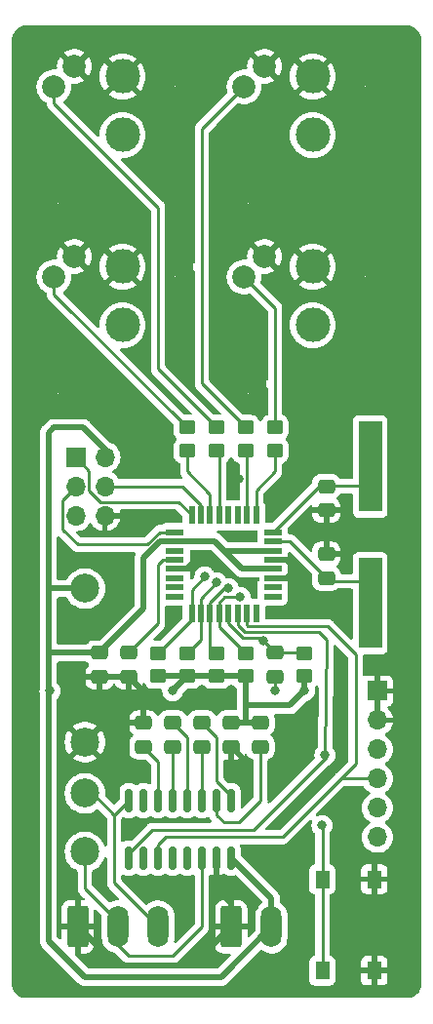
<source format=gbs>
%TF.GenerationSoftware,KiCad,Pcbnew,(7.0.0)*%
%TF.CreationDate,2023-10-19T20:40:40+02:00*%
%TF.ProjectId,SEM_ProjektoroSCH-Rev2,53454d5f-5072-46f6-9a65-6b746f726f53,2.3*%
%TF.SameCoordinates,Original*%
%TF.FileFunction,Soldermask,Bot*%
%TF.FilePolarity,Negative*%
%FSLAX46Y46*%
G04 Gerber Fmt 4.6, Leading zero omitted, Abs format (unit mm)*
G04 Created by KiCad (PCBNEW (7.0.0)) date 2023-10-19 20:40:40*
%MOMM*%
%LPD*%
G01*
G04 APERTURE LIST*
G04 Aperture macros list*
%AMRoundRect*
0 Rectangle with rounded corners*
0 $1 Rounding radius*
0 $2 $3 $4 $5 $6 $7 $8 $9 X,Y pos of 4 corners*
0 Add a 4 corners polygon primitive as box body*
4,1,4,$2,$3,$4,$5,$6,$7,$8,$9,$2,$3,0*
0 Add four circle primitives for the rounded corners*
1,1,$1+$1,$2,$3*
1,1,$1+$1,$4,$5*
1,1,$1+$1,$6,$7*
1,1,$1+$1,$8,$9*
0 Add four rect primitives between the rounded corners*
20,1,$1+$1,$2,$3,$4,$5,0*
20,1,$1+$1,$4,$5,$6,$7,0*
20,1,$1+$1,$6,$7,$8,$9,0*
20,1,$1+$1,$8,$9,$2,$3,0*%
G04 Aperture macros list end*
%ADD10RoundRect,0.250000X-0.650000X-1.550000X0.650000X-1.550000X0.650000X1.550000X-0.650000X1.550000X0*%
%ADD11O,1.800000X3.600000*%
%ADD12R,1.700000X1.700000*%
%ADD13O,1.700000X1.700000*%
%ADD14C,2.100000*%
%ADD15C,3.000000*%
%ADD16C,2.000000*%
%TA.AperFunction,SMDPad,CuDef*%
%ADD17R,1.600000X0.550000*%
%TD*%
%TA.AperFunction,SMDPad,CuDef*%
%ADD18R,0.550000X1.600000*%
%TD*%
%TA.AperFunction,SMDPad,CuDef*%
%ADD19RoundRect,0.250000X-0.450000X0.350000X-0.450000X-0.350000X0.450000X-0.350000X0.450000X0.350000X0*%
%TD*%
%TA.AperFunction,ComponentPad*%
%ADD20RoundRect,0.250000X-0.650000X-1.550000X0.650000X-1.550000X0.650000X1.550000X-0.650000X1.550000X0*%
%TD*%
%TA.AperFunction,ComponentPad*%
%ADD21O,1.800000X3.600000*%
%TD*%
%TA.AperFunction,ComponentPad*%
%ADD22R,1.700000X1.700000*%
%TD*%
%TA.AperFunction,ComponentPad*%
%ADD23O,1.700000X1.700000*%
%TD*%
%TA.AperFunction,ComponentPad*%
%ADD24C,3.000000*%
%TD*%
%TA.AperFunction,ComponentPad*%
%ADD25C,2.000000*%
%TD*%
%TA.AperFunction,SMDPad,CuDef*%
%ADD26RoundRect,0.250000X-0.475000X0.337500X-0.475000X-0.337500X0.475000X-0.337500X0.475000X0.337500X0*%
%TD*%
%TA.AperFunction,SMDPad,CuDef*%
%ADD27C,2.500000*%
%TD*%
%TA.AperFunction,SMDPad,CuDef*%
%ADD28RoundRect,0.250000X0.475000X-0.337500X0.475000X0.337500X-0.475000X0.337500X-0.475000X-0.337500X0*%
%TD*%
%TA.AperFunction,SMDPad,CuDef*%
%ADD29R,2.000000X7.875000*%
%TD*%
%TA.AperFunction,SMDPad,CuDef*%
%ADD30R,1.300000X1.550000*%
%TD*%
%TA.AperFunction,SMDPad,CuDef*%
%ADD31RoundRect,0.150000X-0.150000X0.850000X-0.150000X-0.850000X0.150000X-0.850000X0.150000X0.850000X0*%
%TD*%
%TA.AperFunction,ViaPad*%
%ADD32C,0.800000*%
%TD*%
%TA.AperFunction,Conductor*%
%ADD33C,0.254000*%
%TD*%
%TA.AperFunction,Conductor*%
%ADD34C,0.508000*%
%TD*%
G04 APERTURE END LIST*
D10*
%TO.C,J2*%
X133350000Y-127800000D03*
D11*
X136849999Y-127799999D03*
X140349999Y-127799999D03*
%TD*%
D12*
%TO.C,J3*%
X159384999Y-107314999D03*
D13*
X159384999Y-109854999D03*
X159384999Y-112394999D03*
X159384999Y-114934999D03*
X159384999Y-117474999D03*
X159384999Y-120014999D03*
%TD*%
D14*
%TO.C,SW4*%
X148685000Y-80645000D03*
X158845000Y-70485000D03*
D15*
X153765000Y-70485000D03*
X153765000Y-75565000D03*
D16*
X147796000Y-71374000D03*
X149574000Y-69596000D03*
%TD*%
D10*
%TO.C,J1*%
X146685000Y-127800000D03*
D11*
X150184999Y-127799999D03*
%TD*%
D14*
%TO.C,SW1*%
X132175000Y-64135000D03*
X142335000Y-53975000D03*
D15*
X137255000Y-53975000D03*
X137255000Y-59055000D03*
D16*
X131286000Y-54864000D03*
X133064000Y-53086000D03*
%TD*%
%TO.C,SW2*%
X149574000Y-53086000D03*
X147796000Y-54864000D03*
D15*
X153765000Y-59055000D03*
X153765000Y-53975000D03*
D14*
X158845000Y-53975000D03*
X148685000Y-64135000D03*
%TD*%
D12*
%TO.C,J4*%
X133174999Y-87009999D03*
D13*
X135714999Y-87009999D03*
X133174999Y-89549999D03*
X135714999Y-89549999D03*
X133174999Y-92089999D03*
X135714999Y-92089999D03*
%TD*%
D16*
%TO.C,SW3*%
X133064000Y-69596000D03*
X131286000Y-71374000D03*
D15*
X137255000Y-75565000D03*
X137255000Y-70485000D03*
D14*
X142335000Y-70485000D03*
X132175000Y-80645000D03*
%TD*%
D17*
%TO.P,U2,1,PD3*%
%TO.N,unconnected-(U2-PD3-Pad1)*%
X150299999Y-99124999D03*
%TO.P,U2,2,PD4*%
%TO.N,unconnected-(U2-PD4-Pad2)*%
X150299999Y-98324999D03*
%TO.P,U2,3,GND*%
%TO.N,GND*%
X150299999Y-97524999D03*
%TO.P,U2,4,VCC*%
%TO.N,+5V*%
X150299999Y-96724999D03*
%TO.P,U2,5,GND*%
%TO.N,GND*%
X150299999Y-95924999D03*
%TO.P,U2,6,VCC*%
%TO.N,+5V*%
X150299999Y-95124999D03*
%TO.P,U2,7,XTAL1/PB6*%
%TO.N,Net-(U2-XTAL1{slash}PB6)*%
X150299999Y-94324999D03*
%TO.P,U2,8,XTAL2/PB7*%
%TO.N,Net-(U2-XTAL2{slash}PB7)*%
X150299999Y-93524999D03*
D18*
%TO.P,U2,9,PD5*%
%TO.N,PWM-4*%
X148849999Y-92074999D03*
%TO.P,U2,10,PD6*%
%TO.N,PWM-2*%
X148049999Y-92074999D03*
%TO.P,U2,11,PD7*%
%TO.N,unconnected-(U2-PD7-Pad11)*%
X147249999Y-92074999D03*
%TO.P,U2,12,PB0*%
%TO.N,unconnected-(U2-PB0-Pad12)*%
X146449999Y-92074999D03*
%TO.P,U2,13,PB1*%
%TO.N,PWM-1*%
X145649999Y-92074999D03*
%TO.P,U2,14,PB2*%
%TO.N,PWM-3*%
X144849999Y-92074999D03*
%TO.P,U2,15,PB3*%
%TO.N,MOSI*%
X144049999Y-92074999D03*
%TO.P,U2,16,PB4*%
%TO.N,MISO*%
X143249999Y-92074999D03*
D17*
%TO.P,U2,17,PB5*%
%TO.N,SCK*%
X141799999Y-93524999D03*
%TO.P,U2,18,AVCC*%
%TO.N,+5V*%
X141799999Y-94324999D03*
%TO.P,U2,19,ADC6*%
%TO.N,unconnected-(U2-ADC6-Pad19)*%
X141799999Y-95124999D03*
%TO.P,U2,20,AREF*%
%TO.N,Net-(U2-AREF)*%
X141799999Y-95924999D03*
%TO.P,U2,21,GND*%
%TO.N,GND*%
X141799999Y-96724999D03*
%TO.P,U2,22,ADC7*%
%TO.N,unconnected-(U2-ADC7-Pad22)*%
X141799999Y-97524999D03*
%TO.P,U2,23,PC0*%
%TO.N,unconnected-(U2-PC0-Pad23)*%
X141799999Y-98324999D03*
%TO.P,U2,24,PC1*%
%TO.N,unconnected-(U2-PC1-Pad24)*%
X141799999Y-99124999D03*
D18*
%TO.P,U2,25,PC2*%
%TO.N,BTN-3*%
X143249999Y-100574999D03*
%TO.P,U2,26,PC3*%
%TO.N,BTN-1*%
X144049999Y-100574999D03*
%TO.P,U2,27,PC4*%
%TO.N,BTN-2*%
X144849999Y-100574999D03*
%TO.P,U2,28,PC5*%
%TO.N,BTN-4*%
X145649999Y-100574999D03*
%TO.P,U2,29,~{RESET}/PC6*%
%TO.N,RST*%
X146449999Y-100574999D03*
%TO.P,U2,30,PD0*%
%TO.N,MCU-RX*%
X147249999Y-100574999D03*
%TO.P,U2,31,PD1*%
%TO.N,MCU-TX*%
X148049999Y-100574999D03*
%TO.P,U2,32,PD2*%
%TO.N,unconnected-(U2-PD2-Pad32)*%
X148849999Y-100574999D03*
%TD*%
D19*
%TO.P,R7,1*%
%TO.N,BTN-3*%
X140335000Y-104045000D03*
%TO.P,R7,2*%
%TO.N,+5V*%
X140335000Y-106045000D03*
%TD*%
%TO.P,R2,1*%
%TO.N,Net-(R2-Pad1)*%
X147955000Y-84455000D03*
%TO.P,R2,2*%
%TO.N,PWM-2*%
X147955000Y-86455000D03*
%TD*%
D20*
%TO.P,J2,1,Pin_1*%
%TO.N,GND*%
X133350000Y-127800000D03*
D21*
%TO.P,J2,2,Pin_2*%
%TO.N,232-TX*%
X136849999Y-127799999D03*
%TO.P,J2,3,Pin_3*%
%TO.N,232-RX*%
X140349999Y-127799999D03*
%TD*%
D19*
%TO.P,R8,1*%
%TO.N,BTN-4*%
X147955000Y-104045000D03*
%TO.P,R8,2*%
%TO.N,+5V*%
X147955000Y-106045000D03*
%TD*%
D22*
%TO.P,J3,1,Pin_1*%
%TO.N,GND*%
X159384999Y-107314999D03*
D23*
%TO.P,J3,2,Pin_2*%
X159384999Y-109854999D03*
%TO.P,J3,3,Pin_3*%
%TO.N,+5V*%
X159384999Y-112394999D03*
%TO.P,J3,4,Pin_4*%
%TO.N,MCU-TX*%
X159384999Y-114934999D03*
%TO.P,J3,5,Pin_5*%
%TO.N,MCU-RX*%
X159384999Y-117474999D03*
%TO.P,J3,6,Pin_6*%
%TO.N,PROG-DTR*%
X159384999Y-120014999D03*
%TD*%
D24*
%TO.P,SW4,1,A*%
%TO.N,GND*%
X153765000Y-70485000D03*
%TO.P,SW4,2,B*%
%TO.N,BTN-4*%
X153765000Y-75565000D03*
D25*
%TO.P,SW4,3,A*%
%TO.N,Net-(R4-Pad1)*%
X147796000Y-71374000D03*
%TO.P,SW4,4,K*%
%TO.N,GND*%
X149574000Y-69596000D03*
%TD*%
D26*
%TO.P,C4,1*%
%TO.N,GND*%
X139065000Y-110087500D03*
%TO.P,C4,2*%
%TO.N,Net-(U1-VS-)*%
X139065000Y-112162500D03*
%TD*%
D27*
%TO.P,RS-TX,1,1*%
%TO.N,232-TX*%
X133985000Y-121285000D03*
%TD*%
D26*
%TO.P,C9,1*%
%TO.N,GND*%
X154940000Y-95440000D03*
%TO.P,C9,2*%
%TO.N,Net-(U2-XTAL1{slash}PB6)*%
X154940000Y-97515000D03*
%TD*%
D28*
%TO.P,C6,1*%
%TO.N,Net-(U1-VS+)*%
X149225000Y-112162500D03*
%TO.P,C6,2*%
%TO.N,+5V*%
X149225000Y-110087500D03*
%TD*%
D27*
%TO.P,RS-RX,1,1*%
%TO.N,232-RX*%
X133985000Y-116205000D03*
%TD*%
D19*
%TO.P,R1,1*%
%TO.N,Net-(R1-Pad1)*%
X145415000Y-84455000D03*
%TO.P,R1,2*%
%TO.N,PWM-1*%
X145415000Y-86455000D03*
%TD*%
D28*
%TO.P,C10,1*%
%TO.N,GND*%
X154940000Y-91630000D03*
%TO.P,C10,2*%
%TO.N,Net-(U2-XTAL2{slash}PB7)*%
X154940000Y-89555000D03*
%TD*%
%TO.P,C7,1*%
%TO.N,GND*%
X135255000Y-106088000D03*
%TO.P,C7,2*%
%TO.N,+5V*%
X135255000Y-104013000D03*
%TD*%
D19*
%TO.P,R5,1*%
%TO.N,BTN-1*%
X142875000Y-104045000D03*
%TO.P,R5,2*%
%TO.N,+5V*%
X142875000Y-106045000D03*
%TD*%
%TO.P,R6,1*%
%TO.N,BTN-2*%
X145415000Y-104045000D03*
%TO.P,R6,2*%
%TO.N,+5V*%
X145415000Y-106045000D03*
%TD*%
D26*
%TO.P,C1,1*%
%TO.N,Net-(U1-C1+)*%
X144145000Y-110087500D03*
%TO.P,C1,2*%
%TO.N,Net-(U1-C1-)*%
X144145000Y-112162500D03*
%TD*%
%TO.P,C3,1*%
%TO.N,Net-(U1-C2+)*%
X141605000Y-110087500D03*
%TO.P,C3,2*%
%TO.N,Net-(U1-C2-)*%
X141605000Y-112162500D03*
%TD*%
D28*
%TO.P,C5,1*%
%TO.N,GND*%
X137795000Y-106088000D03*
%TO.P,C5,2*%
%TO.N,Net-(U2-AREF)*%
X137795000Y-104013000D03*
%TD*%
D20*
%TO.P,J1,1,Pin_1*%
%TO.N,GND*%
X146685000Y-127800000D03*
D21*
%TO.P,J1,2,Pin_2*%
%TO.N,+5V*%
X150184999Y-127799999D03*
%TD*%
D27*
%TO.P,GND,1,1*%
%TO.N,GND*%
X133985000Y-111760000D03*
%TD*%
D29*
%TO.P,Y1,1,1*%
%TO.N,Net-(U2-XTAL2{slash}PB7)*%
X158749999Y-87819999D03*
%TO.P,Y1,2,2*%
%TO.N,Net-(U2-XTAL1{slash}PB6)*%
X158749999Y-99694999D03*
%TD*%
D19*
%TO.P,R4,1*%
%TO.N,Net-(R4-Pad1)*%
X150495000Y-84455000D03*
%TO.P,R4,2*%
%TO.N,PWM-4*%
X150495000Y-86455000D03*
%TD*%
D26*
%TO.P,C8,1*%
%TO.N,RST*%
X150495000Y-104007500D03*
%TO.P,C8,2*%
%TO.N,PROG-DTR*%
X150495000Y-106082500D03*
%TD*%
D30*
%TO.P,SW5,1,A*%
%TO.N,GND*%
X159094999Y-123659999D03*
X159094999Y-131609999D03*
%TO.P,SW5,2,B*%
%TO.N,RST*%
X154594999Y-123659999D03*
X154594999Y-131609999D03*
%TD*%
D19*
%TO.P,R3,1*%
%TO.N,Net-(R3-Pad1)*%
X142875000Y-84455000D03*
%TO.P,R3,2*%
%TO.N,PWM-3*%
X142875000Y-86455000D03*
%TD*%
D24*
%TO.P,SW1,1,A*%
%TO.N,GND*%
X137255000Y-53975000D03*
%TO.P,SW1,2,B*%
%TO.N,BTN-1*%
X137255000Y-59055000D03*
D25*
%TO.P,SW1,3,A*%
%TO.N,Net-(R1-Pad1)*%
X131286000Y-54864000D03*
%TO.P,SW1,4,K*%
%TO.N,GND*%
X133064000Y-53086000D03*
%TD*%
%TO.P,SW2,4,K*%
%TO.N,GND*%
X149574000Y-53086000D03*
%TO.P,SW2,3,A*%
%TO.N,Net-(R2-Pad1)*%
X147796000Y-54864000D03*
D24*
%TO.P,SW2,2,B*%
%TO.N,BTN-2*%
X153765000Y-59055000D03*
%TO.P,SW2,1,A*%
%TO.N,GND*%
X153765000Y-53975000D03*
%TD*%
D31*
%TO.P,U1,1,C1+*%
%TO.N,Net-(U1-C1+)*%
X146685000Y-116840000D03*
%TO.P,U1,2,VS+*%
%TO.N,Net-(U1-VS+)*%
X145415000Y-116840000D03*
%TO.P,U1,3,C1-*%
%TO.N,Net-(U1-C1-)*%
X144145000Y-116840000D03*
%TO.P,U1,4,C2+*%
%TO.N,Net-(U1-C2+)*%
X142875000Y-116840000D03*
%TO.P,U1,5,C2-*%
%TO.N,Net-(U1-C2-)*%
X141605000Y-116840000D03*
%TO.P,U1,6,VS-*%
%TO.N,Net-(U1-VS-)*%
X140335000Y-116840000D03*
%TO.P,U1,7,T2OUT*%
%TO.N,unconnected-(U1-T2OUT-Pad7)*%
X139065000Y-116840000D03*
%TO.P,U1,8,R2IN*%
%TO.N,232-RX*%
X137795000Y-116840000D03*
%TO.P,U1,9,R2OUT*%
%TO.N,MCU-RX*%
X137795000Y-121840000D03*
%TO.P,U1,10,T2IN*%
%TO.N,unconnected-(U1-T2IN-Pad10)*%
X139065000Y-121840000D03*
%TO.P,U1,11,T1IN*%
%TO.N,MCU-TX*%
X140335000Y-121840000D03*
%TO.P,U1,12,R1OUT*%
%TO.N,unconnected-(U1-R1OUT-Pad12)*%
X141605000Y-121840000D03*
%TO.P,U1,13,R1IN*%
%TO.N,unconnected-(U1-R1IN-Pad13)*%
X142875000Y-121840000D03*
%TO.P,U1,14,T1OUT*%
%TO.N,232-TX*%
X144145000Y-121840000D03*
%TO.P,U1,15,GND*%
%TO.N,GND*%
X145415000Y-121840000D03*
%TO.P,U1,16,VCC*%
%TO.N,+5V*%
X146685000Y-121840000D03*
%TD*%
D27*
%TO.P,5V,1,1*%
%TO.N,+5V*%
X133985000Y-98425000D03*
%TD*%
D22*
%TO.P,J4,1,Pin_1*%
%TO.N,MISO*%
X133174999Y-87009999D03*
D23*
%TO.P,J4,2,Pin_2*%
%TO.N,+5V*%
X135714999Y-87009999D03*
%TO.P,J4,3,Pin_3*%
%TO.N,SCK*%
X133174999Y-89549999D03*
%TO.P,J4,4,Pin_4*%
%TO.N,MOSI*%
X135714999Y-89549999D03*
%TO.P,J4,5,Pin_5*%
%TO.N,RST*%
X133174999Y-92089999D03*
%TO.P,J4,6,Pin_6*%
%TO.N,GND*%
X135714999Y-92089999D03*
%TD*%
D19*
%TO.P,R9,1*%
%TO.N,RST*%
X153035000Y-104045000D03*
%TO.P,R9,2*%
%TO.N,+5V*%
X153035000Y-106045000D03*
%TD*%
D26*
%TO.P,C2,1*%
%TO.N,+5V*%
X146685000Y-110087500D03*
%TO.P,C2,2*%
%TO.N,GND*%
X146685000Y-112162500D03*
%TD*%
D25*
%TO.P,SW3,4,K*%
%TO.N,GND*%
X133064000Y-69596000D03*
%TO.P,SW3,3,A*%
%TO.N,Net-(R3-Pad1)*%
X131286000Y-71374000D03*
D24*
%TO.P,SW3,2,B*%
%TO.N,BTN-3*%
X137255000Y-75565000D03*
%TO.P,SW3,1,A*%
%TO.N,GND*%
X137255000Y-70485000D03*
%TD*%
D32*
%TO.N,BTN-2*%
X146431000Y-98425000D03*
%TO.N,RST*%
X154559000Y-118999000D03*
%TO.N,MCU-RX*%
X154813000Y-112903000D03*
%TO.N,GND*%
X143510000Y-50165000D03*
%TO.N,BTN-3*%
X144399000Y-97409000D03*
%TO.N,BTN-4*%
X147447000Y-99175498D03*
%TO.N,GND*%
X143510000Y-133350000D03*
X162560000Y-75565000D03*
%TO.N,RST*%
X149479000Y-102997000D03*
%TO.N,BTN-1*%
X145415000Y-97917000D03*
%TO.N,PROG-DTR*%
X150495000Y-107315000D03*
%TO.N,GND*%
X133350000Y-133350000D03*
%TO.N,+5V*%
X141605000Y-107315000D03*
%TO.N,GND*%
X161925000Y-50800000D03*
X155067000Y-93345000D03*
X162560000Y-126365000D03*
X154940000Y-84455000D03*
X128270000Y-116205000D03*
X128270000Y-85725000D03*
X162560000Y-70485000D03*
X128270000Y-95885000D03*
X162560000Y-60325000D03*
X162560000Y-121285000D03*
X162560000Y-65405000D03*
X128270000Y-65405000D03*
X128270000Y-126365000D03*
X144145000Y-107950000D03*
X152019000Y-96901000D03*
X153670000Y-133350000D03*
X148590000Y-50165000D03*
X162560000Y-100965000D03*
X147320000Y-93980000D03*
%TO.N,+5V*%
X153035000Y-107315000D03*
%TO.N,GND*%
X128270000Y-90805000D03*
X147320000Y-88900000D03*
X153670000Y-50165000D03*
X137795000Y-113665000D03*
X128270000Y-111125000D03*
X128270000Y-106045000D03*
X156210000Y-111760000D03*
%TO.N,+5V*%
X130937000Y-107315000D03*
%TO.N,GND*%
X162560000Y-111125000D03*
X142240000Y-124460000D03*
X162560000Y-85725000D03*
X128270000Y-75565000D03*
X139065000Y-88265000D03*
X151130000Y-121920000D03*
X161925000Y-132715000D03*
X128270000Y-60325000D03*
X151765000Y-113030000D03*
X162560000Y-80645000D03*
X141605000Y-100965000D03*
X136525000Y-95885000D03*
X128270000Y-121285000D03*
X137033000Y-110109000D03*
X158750000Y-133350000D03*
X143383000Y-96393000D03*
X138430000Y-133350000D03*
X158750000Y-50165000D03*
X128270000Y-100965000D03*
X135255000Y-123825000D03*
X162560000Y-90805000D03*
X148590000Y-133350000D03*
X128270000Y-55245000D03*
X147955000Y-113411000D03*
X137795000Y-119380000D03*
X162560000Y-116205000D03*
X128270000Y-70485000D03*
X162560000Y-95885000D03*
X162560000Y-106045000D03*
X128270000Y-80645000D03*
X138430000Y-50165000D03*
X133350000Y-50165000D03*
X128905000Y-132715000D03*
X159095000Y-127381000D03*
X162560000Y-55245000D03*
X128905000Y-50800000D03*
%TD*%
D33*
%TO.N,Net-(U1-VS+)*%
X146050000Y-118745000D02*
X145415000Y-118110000D01*
%TO.N,Net-(U2-AREF)*%
X140335000Y-96336000D02*
X140335000Y-101473000D01*
%TO.N,Net-(U1-VS+)*%
X145415000Y-118110000D02*
X145415000Y-116840000D01*
X147320000Y-118745000D02*
X146050000Y-118745000D01*
X149225000Y-112162500D02*
X149225000Y-116840000D01*
X149225000Y-116840000D02*
X147320000Y-118745000D01*
%TO.N,Net-(U2-XTAL1{slash}PB6)*%
X154940000Y-97515000D02*
X151750000Y-94325000D01*
D34*
%TO.N,+5V*%
X153035000Y-107315000D02*
X153035000Y-106553000D01*
X151765000Y-108585000D02*
X153035000Y-107315000D01*
X130810000Y-100330000D02*
X130810000Y-94615000D01*
D33*
%TO.N,Net-(U1-C1+)*%
X145415000Y-111357500D02*
X145415000Y-115165420D01*
D34*
%TO.N,+5V*%
X130810000Y-98425000D02*
X133985000Y-98425000D01*
D33*
%TO.N,Net-(U1-C1+)*%
X144145000Y-110087500D02*
X145415000Y-111357500D01*
%TO.N,Net-(U1-VS-)*%
X140335000Y-116840000D02*
X140335000Y-113432500D01*
D34*
%TO.N,+5V*%
X140335000Y-106045000D02*
X147955000Y-106045000D01*
D33*
%TO.N,Net-(U1-C1+)*%
X146685000Y-116435420D02*
X146685000Y-116840000D01*
D34*
%TO.N,+5V*%
X130810000Y-107442000D02*
X130810000Y-128997803D01*
X146685000Y-110087500D02*
X147955000Y-110087500D01*
D33*
%TO.N,Net-(U1-C1-)*%
X144145000Y-116840000D02*
X144145000Y-112162500D01*
D34*
%TO.N,+5V*%
X130810000Y-94615000D02*
X130810000Y-94150000D01*
X147955000Y-106045000D02*
X147955000Y-108585000D01*
X135715000Y-86365000D02*
X133805000Y-84455000D01*
X147955000Y-108585000D02*
X151765000Y-108585000D01*
X139065000Y-95752000D02*
X139065000Y-100203000D01*
X130810000Y-100330000D02*
X130810000Y-98425000D01*
X150185000Y-125340000D02*
X146685000Y-121840000D01*
X130810000Y-107188000D02*
X130937000Y-107315000D01*
X130937000Y-104013000D02*
X130810000Y-104140000D01*
X135255000Y-104013000D02*
X130937000Y-104013000D01*
X147650000Y-96725000D02*
X150300000Y-96725000D01*
X131275000Y-84455000D02*
X130810000Y-84920000D01*
X145250000Y-94325000D02*
X146050000Y-95125000D01*
X146050000Y-95125000D02*
X147650000Y-96725000D01*
X130810000Y-128997803D02*
X133965197Y-132153000D01*
X147955000Y-108585000D02*
X147955000Y-110087500D01*
X135715000Y-87010000D02*
X135715000Y-86365000D01*
X130810000Y-84920000D02*
X130810000Y-94150000D01*
X145832000Y-132153000D02*
X150185000Y-127800000D01*
D33*
%TO.N,Net-(U1-C2+)*%
X142875000Y-116840000D02*
X142875000Y-111357500D01*
D34*
%TO.N,+5V*%
X133965197Y-132153000D02*
X145832000Y-132153000D01*
X141800000Y-94325000D02*
X140492000Y-94325000D01*
X130810000Y-104140000D02*
X130810000Y-107188000D01*
X147955000Y-110087500D02*
X149225000Y-110087500D01*
X130810000Y-104140000D02*
X130810000Y-102870000D01*
D33*
%TO.N,Net-(U1-VS-)*%
X140335000Y-113432500D02*
X139065000Y-112162500D01*
D34*
%TO.N,+5V*%
X146050000Y-95125000D02*
X150300000Y-95125000D01*
X141800000Y-94325000D02*
X145250000Y-94325000D01*
D33*
%TO.N,Net-(U1-C1+)*%
X145415000Y-115165420D02*
X146685000Y-116435420D01*
%TO.N,Net-(U1-C2+)*%
X142875000Y-111357500D02*
X141605000Y-110087500D01*
D34*
%TO.N,+5V*%
X130810000Y-102870000D02*
X130810000Y-100330000D01*
D33*
%TO.N,Net-(U1-C2-)*%
X141605000Y-116840000D02*
X141605000Y-112162500D01*
%TO.N,Net-(U2-AREF)*%
X140746000Y-95925000D02*
X140335000Y-96336000D01*
D34*
%TO.N,GND*%
X155067000Y-93345000D02*
X154940000Y-93218000D01*
X137011500Y-110087500D02*
X135657500Y-110087500D01*
%TO.N,+5V*%
X142875000Y-106045000D02*
X141605000Y-107315000D01*
X153035000Y-106553000D02*
X153035000Y-106045000D01*
%TO.N,GND*%
X137033000Y-110109000D02*
X137011500Y-110087500D01*
X152019000Y-96989000D02*
X151483000Y-97525000D01*
%TO.N,+5V*%
X139065000Y-100203000D02*
X135255000Y-104013000D01*
%TO.N,GND*%
X151483000Y-95925000D02*
X152019000Y-96461000D01*
X142859261Y-96725000D02*
X141800000Y-96725000D01*
%TO.N,+5V*%
X130937000Y-107315000D02*
X130810000Y-107442000D01*
%TO.N,GND*%
X143383000Y-96393000D02*
X143191261Y-96393000D01*
X154940000Y-95440000D02*
X154940000Y-93472000D01*
X137054500Y-110087500D02*
X137033000Y-110109000D01*
X152019000Y-96461000D02*
X152019000Y-96901000D01*
X147955000Y-113411000D02*
X147955000Y-113411000D01*
X154940000Y-93472000D02*
X155067000Y-93345000D01*
X147955000Y-113411000D02*
X147701000Y-113157000D01*
X143294000Y-131191000D02*
X136741000Y-131191000D01*
X159095000Y-127381000D02*
X159095000Y-131610000D01*
X139065000Y-110087500D02*
X137054500Y-110087500D01*
X136741000Y-131191000D02*
X133350000Y-127800000D01*
X143191261Y-96393000D02*
X142859261Y-96725000D01*
X151483000Y-97525000D02*
X150300000Y-97525000D01*
X135255000Y-106088000D02*
X137795000Y-106088000D01*
X159095000Y-127381000D02*
X159095000Y-123660000D01*
X135657500Y-110087500D02*
X133985000Y-111760000D01*
D33*
%TO.N,Net-(U2-AREF)*%
X140335000Y-101473000D02*
X137795000Y-104013000D01*
D34*
%TO.N,GND*%
X154940000Y-93218000D02*
X154940000Y-91630000D01*
X147955000Y-113411000D02*
X147955000Y-113411000D01*
D33*
%TO.N,Net-(U2-AREF)*%
X141800000Y-95925000D02*
X140746000Y-95925000D01*
D34*
%TO.N,+5V*%
X150185000Y-127800000D02*
X150185000Y-125340000D01*
X133805000Y-84455000D02*
X131275000Y-84455000D01*
%TO.N,GND*%
X139065000Y-107358000D02*
X137795000Y-106088000D01*
%TO.N,+5V*%
X140492000Y-94325000D02*
X139065000Y-95752000D01*
%TO.N,GND*%
X146685000Y-112162500D02*
X146706500Y-112162500D01*
X146685000Y-125730000D02*
X146685000Y-127800000D01*
X150300000Y-95925000D02*
X151483000Y-95925000D01*
X159385000Y-109855000D02*
X159385000Y-107315000D01*
X152019000Y-96901000D02*
X152019000Y-96989000D01*
X145415000Y-121840000D02*
X145415000Y-124460000D01*
X146706500Y-112162500D02*
X147955000Y-113411000D01*
X139065000Y-110087500D02*
X139065000Y-107358000D01*
X145415000Y-124460000D02*
X146685000Y-125730000D01*
X139065000Y-110087500D02*
X138832500Y-109855000D01*
X146685000Y-127800000D02*
X143294000Y-131191000D01*
D33*
%TO.N,Net-(R1-Pad1)*%
X140335000Y-79375000D02*
X140335000Y-65327213D01*
%TO.N,BTN-4*%
X145650000Y-101740000D02*
X147955000Y-104045000D01*
%TO.N,Net-(R1-Pad1)*%
X131286000Y-56278213D02*
X131286000Y-54864000D01*
%TO.N,Net-(R2-Pad1)*%
X144145000Y-58515000D02*
X147796000Y-54864000D01*
%TO.N,Net-(R3-Pad1)*%
X131286000Y-72866000D02*
X131286000Y-71374000D01*
%TO.N,Net-(R4-Pad1)*%
X150495000Y-84455000D02*
X150495000Y-74073000D01*
%TO.N,Net-(R2-Pad1)*%
X147955000Y-84455000D02*
X144145000Y-80645000D01*
X144145000Y-80645000D02*
X144145000Y-58515000D01*
%TO.N,Net-(R3-Pad1)*%
X142875000Y-84455000D02*
X131286000Y-72866000D01*
%TO.N,Net-(R4-Pad1)*%
X150495000Y-74073000D02*
X147796000Y-71374000D01*
%TO.N,Net-(R1-Pad1)*%
X140335000Y-65327213D02*
X131286000Y-56278213D01*
%TO.N,BTN-4*%
X146120502Y-99175498D02*
X145650000Y-99646000D01*
%TO.N,Net-(R1-Pad1)*%
X145415000Y-84455000D02*
X140335000Y-79375000D01*
%TO.N,MCU-TX*%
X148050000Y-100575000D02*
X148050000Y-101629000D01*
X151130000Y-120015000D02*
X140970000Y-120015000D01*
X157480000Y-113665000D02*
X156210000Y-114935000D01*
X155042000Y-101702000D02*
X157480000Y-104140000D01*
X140970000Y-120015000D02*
X140335000Y-120650000D01*
%TO.N,MOSI*%
X135715000Y-89550000D02*
X142454000Y-89550000D01*
%TO.N,PWM-1*%
X145650000Y-86690000D02*
X145650000Y-92075000D01*
%TO.N,MISO*%
X133175000Y-87010000D02*
X134352000Y-88187000D01*
X134352000Y-88187000D02*
X134352000Y-89902000D01*
%TO.N,MOSI*%
X142454000Y-89550000D02*
X144050000Y-91146000D01*
%TO.N,MISO*%
X134352000Y-89902000D02*
X135363000Y-90913000D01*
%TO.N,PWM-3*%
X144850000Y-92075000D02*
X144850000Y-90240000D01*
%TO.N,PWM-4*%
X150495000Y-88265000D02*
X148850000Y-89910000D01*
X150495000Y-86455000D02*
X150495000Y-88265000D01*
X148850000Y-89910000D02*
X148850000Y-92075000D01*
%TO.N,MCU-TX*%
X140335000Y-120650000D02*
X140335000Y-121840000D01*
%TO.N,BTN-1*%
X144050000Y-102870000D02*
X142875000Y-104045000D01*
%TO.N,MISO*%
X142088000Y-90913000D02*
X143250000Y-92075000D01*
%TO.N,BTN-1*%
X145415000Y-97917000D02*
X144050000Y-99282000D01*
%TO.N,BTN-2*%
X144850000Y-100575000D02*
X144850000Y-103480000D01*
%TO.N,SCK*%
X133350000Y-94615000D02*
X139380342Y-94615000D01*
%TO.N,MCU-TX*%
X148050000Y-101629000D02*
X148123000Y-101702000D01*
%TO.N,BTN-2*%
X146071000Y-98425000D02*
X144850000Y-99646000D01*
%TO.N,MCU-TX*%
X156210000Y-114935000D02*
X159385000Y-114935000D01*
%TO.N,SCK*%
X131998000Y-90727000D02*
X131998000Y-93263000D01*
%TO.N,PWM-3*%
X142875000Y-88265000D02*
X142875000Y-86455000D01*
%TO.N,BTN-1*%
X144050000Y-99282000D02*
X144050000Y-100575000D01*
%TO.N,BTN-3*%
X143250000Y-98558000D02*
X143250000Y-100575000D01*
%TO.N,MCU-TX*%
X148123000Y-101702000D02*
X155042000Y-101702000D01*
%TO.N,SCK*%
X133175000Y-89550000D02*
X131998000Y-90727000D01*
%TO.N,BTN-3*%
X144399000Y-97409000D02*
X143250000Y-98558000D01*
%TO.N,PWM-2*%
X148050000Y-92075000D02*
X148050000Y-86550000D01*
%TO.N,SCK*%
X139380342Y-94615000D02*
X140470342Y-93525000D01*
%TO.N,MOSI*%
X144050000Y-91146000D02*
X144050000Y-92075000D01*
%TO.N,MCU-RX*%
X154305000Y-102235000D02*
X154940000Y-102870000D01*
%TO.N,PWM-1*%
X145415000Y-86455000D02*
X145650000Y-86690000D01*
%TO.N,MCU-TX*%
X157480000Y-104140000D02*
X157480000Y-113665000D01*
%TO.N,PWM-2*%
X148050000Y-86550000D02*
X147955000Y-86455000D01*
%TO.N,PWM-3*%
X144850000Y-90240000D02*
X142875000Y-88265000D01*
%TO.N,MCU-RX*%
X137795000Y-121435420D02*
X137795000Y-121840000D01*
%TO.N,SCK*%
X140470342Y-93525000D02*
X141800000Y-93525000D01*
%TO.N,BTN-2*%
X144850000Y-103480000D02*
X145415000Y-104045000D01*
%TO.N,BTN-3*%
X143250000Y-101130000D02*
X140335000Y-104045000D01*
%TO.N,MCU-RX*%
X147250000Y-101629000D02*
X147856000Y-102235000D01*
%TO.N,BTN-2*%
X144850000Y-99646000D02*
X144850000Y-100575000D01*
%TO.N,BTN-1*%
X144050000Y-100575000D02*
X144050000Y-102870000D01*
%TO.N,BTN-2*%
X146431000Y-98425000D02*
X146071000Y-98425000D01*
%TO.N,BTN-4*%
X147447000Y-99175498D02*
X146120502Y-99175498D01*
%TO.N,SCK*%
X131998000Y-93263000D02*
X133350000Y-94615000D01*
%TO.N,BTN-4*%
X145650000Y-100575000D02*
X145650000Y-101740000D01*
%TO.N,MCU-RX*%
X154940000Y-102870000D02*
X154813000Y-112903000D01*
%TO.N,MISO*%
X135363000Y-90913000D02*
X142088000Y-90913000D01*
%TO.N,BTN-3*%
X143250000Y-100575000D02*
X143250000Y-101130000D01*
%TO.N,BTN-4*%
X145650000Y-99646000D02*
X145650000Y-100575000D01*
%TO.N,MCU-TX*%
X156210000Y-114935000D02*
X151130000Y-120015000D01*
%TO.N,Net-(U2-XTAL2{slash}PB7)*%
X158750000Y-89535000D02*
X154960000Y-89535000D01*
%TO.N,RST*%
X154595000Y-119035000D02*
X154559000Y-118999000D01*
X146450000Y-101471052D02*
X146450000Y-100575000D01*
X149479000Y-102997000D02*
X149479000Y-102991500D01*
X152997500Y-104007500D02*
X153035000Y-104045000D01*
X154595000Y-123660000D02*
X154595000Y-131610000D01*
%TO.N,Net-(U2-XTAL2{slash}PB7)*%
X158750000Y-87820000D02*
X158750000Y-89535000D01*
%TO.N,232-RX*%
X136525000Y-123975000D02*
X136525000Y-118110000D01*
%TO.N,Net-(U2-XTAL1{slash}PB6)*%
X158750000Y-97790000D02*
X155215000Y-97790000D01*
%TO.N,232-RX*%
X136525000Y-118110000D02*
X137795000Y-116840000D01*
X134620000Y-116205000D02*
X133985000Y-116205000D01*
%TO.N,232-TX*%
X136850000Y-129395000D02*
X137795000Y-130340000D01*
%TO.N,RST*%
X150495000Y-104007500D02*
X152997500Y-104007500D01*
%TO.N,Net-(U2-XTAL1{slash}PB6)*%
X155215000Y-97790000D02*
X154940000Y-97515000D01*
%TO.N,Net-(U2-XTAL2{slash}PB7)*%
X154960000Y-89535000D02*
X154940000Y-89555000D01*
%TO.N,232-RX*%
X140350000Y-127800000D02*
X136525000Y-123975000D01*
%TO.N,PROG-DTR*%
X150495000Y-106082500D02*
X150495000Y-107315000D01*
%TO.N,232-TX*%
X141605000Y-130340000D02*
X144145000Y-127800000D01*
%TO.N,MCU-RX*%
X139850420Y-119380000D02*
X137795000Y-121435420D01*
X154940000Y-113030000D02*
X148590000Y-119380000D01*
%TO.N,Net-(U2-XTAL1{slash}PB6)*%
X158750000Y-99695000D02*
X158750000Y-97790000D01*
%TO.N,232-TX*%
X133985000Y-124460000D02*
X133985000Y-121285000D01*
X136850000Y-127800000D02*
X136850000Y-129395000D01*
%TO.N,Net-(U2-XTAL2{slash}PB7)*%
X154940000Y-89555000D02*
X154270000Y-89555000D01*
%TO.N,RST*%
X149479000Y-102991500D02*
X149176500Y-102689000D01*
%TO.N,232-TX*%
X144145000Y-127800000D02*
X144145000Y-121840000D01*
%TO.N,RST*%
X150495000Y-104007500D02*
X149484500Y-102997000D01*
%TO.N,232-RX*%
X136525000Y-118110000D02*
X134620000Y-116205000D01*
%TO.N,MCU-RX*%
X147856000Y-102235000D02*
X154305000Y-102235000D01*
X147250000Y-100575000D02*
X147250000Y-101629000D01*
%TO.N,RST*%
X149484500Y-102997000D02*
X149479000Y-102997000D01*
X154595000Y-123660000D02*
X154595000Y-119035000D01*
%TO.N,232-TX*%
X136850000Y-127325000D02*
X133985000Y-124460000D01*
%TO.N,MCU-RX*%
X148590000Y-119380000D02*
X139850420Y-119380000D01*
%TO.N,232-TX*%
X136850000Y-127800000D02*
X136850000Y-127325000D01*
%TO.N,MCU-RX*%
X154813000Y-112903000D02*
X154940000Y-113030000D01*
%TO.N,232-TX*%
X137795000Y-130340000D02*
X141605000Y-130340000D01*
%TO.N,RST*%
X149176500Y-102689000D02*
X147667948Y-102689000D01*
%TO.N,Net-(U2-XTAL2{slash}PB7)*%
X154270000Y-89555000D02*
X150300000Y-93525000D01*
%TO.N,Net-(U2-XTAL1{slash}PB6)*%
X151750000Y-94325000D02*
X150300000Y-94325000D01*
%TO.N,RST*%
X147667948Y-102689000D02*
X146450000Y-101471052D01*
%TD*%
%TA.AperFunction,Conductor*%
%TO.N,GND*%
G36*
X134141513Y-104779892D02*
G01*
X134184203Y-104814154D01*
X134187288Y-104819156D01*
X134311344Y-104943212D01*
X134317488Y-104947002D01*
X134323157Y-104951484D01*
X134322008Y-104952936D01*
X134357832Y-104990353D01*
X134373559Y-105050781D01*
X134357844Y-105111212D01*
X134322266Y-105148386D01*
X134323471Y-105149910D01*
X134306544Y-105163294D01*
X134192794Y-105277044D01*
X134183890Y-105288305D01*
X134099432Y-105425233D01*
X134093370Y-105438232D01*
X134042624Y-105591374D01*
X134039805Y-105604541D01*
X134030319Y-105697390D01*
X134030000Y-105703668D01*
X134030000Y-105821674D01*
X134033450Y-105834549D01*
X134046326Y-105838000D01*
X135381000Y-105838000D01*
X135443000Y-105854613D01*
X135488387Y-105900000D01*
X135505000Y-105962000D01*
X135505000Y-107159173D01*
X135508450Y-107172048D01*
X135521326Y-107175499D01*
X135776829Y-107175499D01*
X135783111Y-107175178D01*
X135875959Y-107165694D01*
X135889122Y-107162876D01*
X136042267Y-107112129D01*
X136055266Y-107106067D01*
X136192194Y-107021609D01*
X136203455Y-107012705D01*
X136317205Y-106898955D01*
X136326109Y-106887694D01*
X136410569Y-106750764D01*
X136412617Y-106746373D01*
X136458374Y-106694195D01*
X136525000Y-106674775D01*
X136591626Y-106694195D01*
X136637383Y-106746373D01*
X136639430Y-106750764D01*
X136723890Y-106887694D01*
X136732794Y-106898955D01*
X136846544Y-107012705D01*
X136857805Y-107021609D01*
X136994733Y-107106067D01*
X137007732Y-107112129D01*
X137160874Y-107162875D01*
X137174041Y-107165694D01*
X137266890Y-107175180D01*
X137273168Y-107175500D01*
X137528674Y-107175500D01*
X137541549Y-107172049D01*
X137545000Y-107159174D01*
X137545000Y-105962000D01*
X137561613Y-105900000D01*
X137607000Y-105854613D01*
X137669000Y-105838000D01*
X137921000Y-105838000D01*
X137983000Y-105854613D01*
X138028387Y-105900000D01*
X138045000Y-105962000D01*
X138045000Y-107159173D01*
X138048450Y-107172048D01*
X138061326Y-107175499D01*
X138316829Y-107175499D01*
X138323111Y-107175178D01*
X138415959Y-107165694D01*
X138429122Y-107162876D01*
X138582267Y-107112129D01*
X138595266Y-107106067D01*
X138732194Y-107021609D01*
X138743455Y-107012705D01*
X138857205Y-106898955D01*
X138866109Y-106887694D01*
X138950567Y-106750766D01*
X138956630Y-106737765D01*
X138964584Y-106713762D01*
X138997718Y-106662081D01*
X139051582Y-106632627D01*
X139112973Y-106632621D01*
X139166843Y-106662063D01*
X139192485Y-106702041D01*
X139194862Y-106700933D01*
X139197914Y-106707478D01*
X139200186Y-106714334D01*
X139203977Y-106720480D01*
X139288497Y-106857511D01*
X139288500Y-106857515D01*
X139292288Y-106863656D01*
X139416344Y-106987712D01*
X139422484Y-106991499D01*
X139422488Y-106991502D01*
X139469436Y-107020459D01*
X139565666Y-107079814D01*
X139732203Y-107134999D01*
X139834991Y-107145500D01*
X140579638Y-107145499D01*
X140645347Y-107164340D01*
X140691087Y-107215138D01*
X140702959Y-107282456D01*
X140700219Y-107308534D01*
X140700219Y-107308539D01*
X140699540Y-107315000D01*
X140700219Y-107321460D01*
X140718646Y-107496795D01*
X140718647Y-107496803D01*
X140719326Y-107503256D01*
X140721331Y-107509428D01*
X140721333Y-107509435D01*
X140775813Y-107677105D01*
X140777821Y-107683284D01*
X140781068Y-107688908D01*
X140781069Y-107688910D01*
X140853224Y-107813887D01*
X140872467Y-107847216D01*
X140876811Y-107852041D01*
X140876813Y-107852043D01*
X140994779Y-107983057D01*
X140999129Y-107987888D01*
X141152270Y-108099151D01*
X141325197Y-108176144D01*
X141510354Y-108215500D01*
X141693143Y-108215500D01*
X141699646Y-108215500D01*
X141884803Y-108176144D01*
X142057730Y-108099151D01*
X142210871Y-107987888D01*
X142337533Y-107847216D01*
X142432179Y-107683284D01*
X142484799Y-107521334D01*
X142515047Y-107471975D01*
X142805204Y-107181818D01*
X142845433Y-107154938D01*
X142892886Y-107145499D01*
X143371859Y-107145499D01*
X143375008Y-107145499D01*
X143477797Y-107134999D01*
X143644334Y-107079814D01*
X143793656Y-106987712D01*
X143917712Y-106863656D01*
X143921507Y-106857502D01*
X143925982Y-106851844D01*
X143926979Y-106852632D01*
X143966058Y-106815223D01*
X144026490Y-106799500D01*
X144263510Y-106799500D01*
X144323942Y-106815223D01*
X144363020Y-106852632D01*
X144364018Y-106851844D01*
X144368493Y-106857504D01*
X144372288Y-106863656D01*
X144496344Y-106987712D01*
X144502484Y-106991499D01*
X144502488Y-106991502D01*
X144549436Y-107020459D01*
X144645666Y-107079814D01*
X144812203Y-107134999D01*
X144914991Y-107145500D01*
X145915008Y-107145499D01*
X146017797Y-107134999D01*
X146184334Y-107079814D01*
X146333656Y-106987712D01*
X146457712Y-106863656D01*
X146461507Y-106857502D01*
X146465982Y-106851844D01*
X146466979Y-106852632D01*
X146506058Y-106815223D01*
X146566490Y-106799500D01*
X146803510Y-106799500D01*
X146863942Y-106815223D01*
X146903020Y-106852632D01*
X146904018Y-106851844D01*
X146908493Y-106857504D01*
X146912288Y-106863656D01*
X147036344Y-106987712D01*
X147135180Y-107048674D01*
X147141597Y-107052632D01*
X147184777Y-107097739D01*
X147200500Y-107158171D01*
X147200500Y-108559449D01*
X147200290Y-108566659D01*
X147197068Y-108621959D01*
X147197068Y-108621967D01*
X147196649Y-108629169D01*
X147197901Y-108636273D01*
X147197902Y-108636279D01*
X147198616Y-108640323D01*
X147200500Y-108661856D01*
X147200500Y-108875500D01*
X147183887Y-108937500D01*
X147138500Y-108982887D01*
X147076500Y-108999500D01*
X146163141Y-108999500D01*
X146163121Y-108999500D01*
X146159992Y-108999501D01*
X146156860Y-108999820D01*
X146156858Y-108999821D01*
X146063938Y-109009312D01*
X146063928Y-109009313D01*
X146057203Y-109010001D01*
X146050781Y-109012128D01*
X146050776Y-109012130D01*
X145897521Y-109062914D01*
X145897517Y-109062915D01*
X145890666Y-109065186D01*
X145884522Y-109068975D01*
X145884519Y-109068977D01*
X145747488Y-109153497D01*
X145747480Y-109153503D01*
X145741344Y-109157288D01*
X145736242Y-109162389D01*
X145736238Y-109162393D01*
X145622393Y-109276238D01*
X145622389Y-109276242D01*
X145617288Y-109281344D01*
X145613503Y-109287480D01*
X145613497Y-109287488D01*
X145528976Y-109424520D01*
X145528973Y-109424525D01*
X145525648Y-109429915D01*
X145525645Y-109429920D01*
X145525186Y-109430666D01*
X145525060Y-109430588D01*
X145481624Y-109480116D01*
X145415000Y-109499535D01*
X145348376Y-109480116D01*
X145304939Y-109430588D01*
X145304814Y-109430666D01*
X145304354Y-109429920D01*
X145304353Y-109429919D01*
X145248325Y-109339082D01*
X145216502Y-109287488D01*
X145216500Y-109287485D01*
X145212712Y-109281344D01*
X145088656Y-109157288D01*
X145082515Y-109153500D01*
X145082511Y-109153497D01*
X144945480Y-109068977D01*
X144939334Y-109065186D01*
X144772797Y-109010001D01*
X144766064Y-109009313D01*
X144766059Y-109009312D01*
X144673140Y-108999819D01*
X144673123Y-108999818D01*
X144670009Y-108999500D01*
X144666860Y-108999500D01*
X143623140Y-108999500D01*
X143623120Y-108999500D01*
X143619992Y-108999501D01*
X143616860Y-108999820D01*
X143616858Y-108999821D01*
X143523938Y-109009312D01*
X143523928Y-109009313D01*
X143517203Y-109010001D01*
X143510781Y-109012128D01*
X143510776Y-109012130D01*
X143357521Y-109062914D01*
X143357517Y-109062915D01*
X143350666Y-109065186D01*
X143344522Y-109068975D01*
X143344519Y-109068977D01*
X143207488Y-109153497D01*
X143207480Y-109153503D01*
X143201344Y-109157288D01*
X143196242Y-109162389D01*
X143196238Y-109162393D01*
X143082393Y-109276238D01*
X143082389Y-109276242D01*
X143077288Y-109281344D01*
X143073503Y-109287480D01*
X143073497Y-109287488D01*
X142988976Y-109424520D01*
X142988973Y-109424525D01*
X142985648Y-109429915D01*
X142985645Y-109429920D01*
X142985186Y-109430666D01*
X142985060Y-109430588D01*
X142941624Y-109480116D01*
X142875000Y-109499535D01*
X142808376Y-109480116D01*
X142764939Y-109430588D01*
X142764814Y-109430666D01*
X142764354Y-109429920D01*
X142764353Y-109429919D01*
X142708325Y-109339082D01*
X142676502Y-109287488D01*
X142676500Y-109287485D01*
X142672712Y-109281344D01*
X142548656Y-109157288D01*
X142542515Y-109153500D01*
X142542511Y-109153497D01*
X142405480Y-109068977D01*
X142399334Y-109065186D01*
X142232797Y-109010001D01*
X142226064Y-109009313D01*
X142226059Y-109009312D01*
X142133140Y-108999819D01*
X142133123Y-108999818D01*
X142130009Y-108999500D01*
X142126860Y-108999500D01*
X141083140Y-108999500D01*
X141083120Y-108999500D01*
X141079992Y-108999501D01*
X141076860Y-108999820D01*
X141076858Y-108999821D01*
X140983938Y-109009312D01*
X140983928Y-109009313D01*
X140977203Y-109010001D01*
X140970781Y-109012128D01*
X140970776Y-109012130D01*
X140817521Y-109062914D01*
X140817517Y-109062915D01*
X140810666Y-109065186D01*
X140804522Y-109068975D01*
X140804519Y-109068977D01*
X140667488Y-109153497D01*
X140667480Y-109153503D01*
X140661344Y-109157288D01*
X140656242Y-109162389D01*
X140656238Y-109162393D01*
X140542393Y-109276238D01*
X140542389Y-109276242D01*
X140537288Y-109281344D01*
X140533503Y-109287480D01*
X140533497Y-109287488D01*
X140448976Y-109424520D01*
X140448973Y-109424525D01*
X140445186Y-109430666D01*
X140445154Y-109430761D01*
X140401341Y-109480715D01*
X140334714Y-109500130D01*
X140268090Y-109480706D01*
X140224383Y-109430862D01*
X140224358Y-109430878D01*
X140224264Y-109430726D01*
X140222336Y-109428527D01*
X140220565Y-109424729D01*
X140136109Y-109287805D01*
X140127205Y-109276544D01*
X140013455Y-109162794D01*
X140002194Y-109153890D01*
X139865266Y-109069432D01*
X139852267Y-109063370D01*
X139699125Y-109012624D01*
X139685958Y-109009805D01*
X139593109Y-109000319D01*
X139586832Y-109000000D01*
X139331326Y-109000000D01*
X139318450Y-109003450D01*
X139315000Y-109016326D01*
X139315000Y-110213500D01*
X139298387Y-110275500D01*
X139253000Y-110320887D01*
X139191000Y-110337500D01*
X137856327Y-110337500D01*
X137843451Y-110340950D01*
X137840001Y-110353826D01*
X137840001Y-110471829D01*
X137840321Y-110478111D01*
X137849805Y-110570959D01*
X137852623Y-110584122D01*
X137903370Y-110737267D01*
X137909432Y-110750266D01*
X137993890Y-110887194D01*
X138002794Y-110898455D01*
X138116544Y-111012205D01*
X138133471Y-111025590D01*
X138132263Y-111027117D01*
X138167829Y-111064262D01*
X138183559Y-111124689D01*
X138167845Y-111185122D01*
X138132010Y-111222566D01*
X138133157Y-111224016D01*
X138127486Y-111228499D01*
X138121344Y-111232288D01*
X138116242Y-111237389D01*
X138116238Y-111237393D01*
X138002393Y-111351238D01*
X138002389Y-111351242D01*
X137997288Y-111356344D01*
X137993503Y-111362480D01*
X137993497Y-111362488D01*
X137926163Y-111471656D01*
X137905186Y-111505666D01*
X137902915Y-111512517D01*
X137902914Y-111512521D01*
X137852131Y-111665774D01*
X137850001Y-111672203D01*
X137849313Y-111678933D01*
X137849312Y-111678940D01*
X137839819Y-111771859D01*
X137839818Y-111771877D01*
X137839500Y-111774991D01*
X137839500Y-111778138D01*
X137839500Y-111778139D01*
X137839500Y-112546858D01*
X137839500Y-112546877D01*
X137839501Y-112550008D01*
X137839820Y-112553140D01*
X137839821Y-112553141D01*
X137849312Y-112646061D01*
X137849313Y-112646069D01*
X137850001Y-112652797D01*
X137852129Y-112659219D01*
X137852130Y-112659223D01*
X137888604Y-112769294D01*
X137905186Y-112819334D01*
X137908977Y-112825480D01*
X137993497Y-112962511D01*
X137993500Y-112962515D01*
X137997288Y-112968656D01*
X138121344Y-113092712D01*
X138127485Y-113096500D01*
X138127488Y-113096502D01*
X138129001Y-113097435D01*
X138270666Y-113184814D01*
X138437203Y-113239999D01*
X138539991Y-113250500D01*
X139214218Y-113250499D01*
X139261671Y-113259938D01*
X139301899Y-113286818D01*
X139671181Y-113656100D01*
X139698061Y-113696328D01*
X139707500Y-113743781D01*
X139707500Y-115308126D01*
X139690724Y-115370407D01*
X139644937Y-115415836D01*
X139582526Y-115432122D01*
X139520381Y-115414858D01*
X139475398Y-115388256D01*
X139467905Y-115386079D01*
X139323657Y-115344170D01*
X139323650Y-115344168D01*
X139317569Y-115342402D01*
X139311258Y-115341905D01*
X139311251Y-115341904D01*
X139283128Y-115339691D01*
X139283114Y-115339690D01*
X139280694Y-115339500D01*
X138849306Y-115339500D01*
X138846886Y-115339690D01*
X138846871Y-115339691D01*
X138818748Y-115341904D01*
X138818739Y-115341905D01*
X138812431Y-115342402D01*
X138806351Y-115344168D01*
X138806342Y-115344170D01*
X138662094Y-115386079D01*
X138662091Y-115386080D01*
X138654602Y-115388256D01*
X138647891Y-115392224D01*
X138647886Y-115392227D01*
X138519847Y-115467949D01*
X138519844Y-115467951D01*
X138513135Y-115471919D01*
X138507621Y-115477432D01*
X138505999Y-115478691D01*
X138457049Y-115501725D01*
X138402951Y-115501725D01*
X138354001Y-115478691D01*
X138352378Y-115477432D01*
X138346865Y-115471919D01*
X138253344Y-115416611D01*
X138212113Y-115392227D01*
X138212111Y-115392226D01*
X138205398Y-115388256D01*
X138197905Y-115386079D01*
X138053657Y-115344170D01*
X138053650Y-115344168D01*
X138047569Y-115342402D01*
X138041258Y-115341905D01*
X138041251Y-115341904D01*
X138013128Y-115339691D01*
X138013114Y-115339690D01*
X138010694Y-115339500D01*
X137579306Y-115339500D01*
X137576886Y-115339690D01*
X137576871Y-115339691D01*
X137548748Y-115341904D01*
X137548739Y-115341905D01*
X137542431Y-115342402D01*
X137536351Y-115344168D01*
X137536342Y-115344170D01*
X137392094Y-115386079D01*
X137392091Y-115386080D01*
X137384602Y-115388256D01*
X137377891Y-115392224D01*
X137377886Y-115392227D01*
X137249851Y-115467946D01*
X137249844Y-115467950D01*
X137243135Y-115471919D01*
X137237620Y-115477433D01*
X137237616Y-115477437D01*
X137132437Y-115582616D01*
X137132433Y-115582620D01*
X137126919Y-115588135D01*
X137122950Y-115594844D01*
X137122946Y-115594851D01*
X137047227Y-115722886D01*
X137047224Y-115722891D01*
X137043256Y-115729602D01*
X137041080Y-115737091D01*
X137041079Y-115737094D01*
X136999170Y-115881342D01*
X136999168Y-115881351D01*
X136997402Y-115887431D01*
X136996905Y-115893739D01*
X136996904Y-115893748D01*
X136994691Y-115921871D01*
X136994690Y-115921886D01*
X136994500Y-115924306D01*
X136994500Y-115926751D01*
X136994500Y-116701719D01*
X136985061Y-116749172D01*
X136958181Y-116789400D01*
X136612681Y-117134900D01*
X136557094Y-117166994D01*
X136492906Y-117166994D01*
X136437319Y-117134900D01*
X135764387Y-116461968D01*
X135735813Y-116417423D01*
X135728415Y-116365024D01*
X135740408Y-116205000D01*
X135720802Y-115943370D01*
X135662420Y-115687584D01*
X135566568Y-115443357D01*
X135560081Y-115432122D01*
X135534755Y-115388256D01*
X135435386Y-115216143D01*
X135271805Y-115011019D01*
X135079479Y-114832567D01*
X134862704Y-114684772D01*
X134858518Y-114682756D01*
X134630502Y-114572949D01*
X134630496Y-114572946D01*
X134626323Y-114570937D01*
X134621901Y-114569573D01*
X134621891Y-114569569D01*
X134380048Y-114494971D01*
X134380043Y-114494969D01*
X134375615Y-114493604D01*
X134371035Y-114492913D01*
X134371028Y-114492912D01*
X134120765Y-114455190D01*
X134120754Y-114455189D01*
X134116182Y-114454500D01*
X133853818Y-114454500D01*
X133849246Y-114455189D01*
X133849234Y-114455190D01*
X133598971Y-114492912D01*
X133598961Y-114492914D01*
X133594385Y-114493604D01*
X133589959Y-114494968D01*
X133589951Y-114494971D01*
X133348108Y-114569569D01*
X133348093Y-114569574D01*
X133343677Y-114570937D01*
X133339508Y-114572944D01*
X133339497Y-114572949D01*
X133111481Y-114682756D01*
X133111474Y-114682759D01*
X133107296Y-114684772D01*
X133103463Y-114687385D01*
X133103460Y-114687387D01*
X133085559Y-114699592D01*
X132890521Y-114832567D01*
X132887129Y-114835713D01*
X132887123Y-114835719D01*
X132701596Y-115007863D01*
X132698195Y-115011019D01*
X132695306Y-115014641D01*
X132695302Y-115014646D01*
X132543583Y-115204896D01*
X132534614Y-115216143D01*
X132532295Y-115220159D01*
X132532294Y-115220161D01*
X132405753Y-115439335D01*
X132405747Y-115439346D01*
X132403432Y-115443357D01*
X132401739Y-115447670D01*
X132401734Y-115447681D01*
X132309276Y-115683261D01*
X132309273Y-115683268D01*
X132307580Y-115687584D01*
X132306548Y-115692102D01*
X132306547Y-115692108D01*
X132250229Y-115938850D01*
X132250227Y-115938858D01*
X132249198Y-115943370D01*
X132248851Y-115947989D01*
X132248851Y-115947995D01*
X132237204Y-116103425D01*
X132229592Y-116205000D01*
X132229939Y-116209630D01*
X132229939Y-116209631D01*
X132248848Y-116461968D01*
X132249198Y-116466630D01*
X132250228Y-116471143D01*
X132250229Y-116471149D01*
X132281473Y-116608034D01*
X132307580Y-116722416D01*
X132309275Y-116726734D01*
X132309276Y-116726738D01*
X132401734Y-116962318D01*
X132401737Y-116962324D01*
X132403432Y-116966643D01*
X132405750Y-116970658D01*
X132405753Y-116970664D01*
X132464741Y-117072834D01*
X132534614Y-117193857D01*
X132698195Y-117398981D01*
X132890521Y-117577433D01*
X133107296Y-117725228D01*
X133343677Y-117839063D01*
X133348105Y-117840428D01*
X133348108Y-117840430D01*
X133451537Y-117872333D01*
X133594385Y-117916396D01*
X133853818Y-117955500D01*
X134111547Y-117955500D01*
X134116182Y-117955500D01*
X134375615Y-117916396D01*
X134626323Y-117839063D01*
X134862704Y-117725228D01*
X134866544Y-117722609D01*
X134866549Y-117722607D01*
X135009776Y-117624956D01*
X135062676Y-117604573D01*
X135119120Y-117609866D01*
X135167309Y-117639728D01*
X135861181Y-118333600D01*
X135888061Y-118373828D01*
X135897500Y-118421281D01*
X135897500Y-120711203D01*
X135878984Y-120776388D01*
X135828967Y-120822106D01*
X135762385Y-120834704D01*
X135699122Y-120810420D01*
X135658072Y-120756505D01*
X135568265Y-120527681D01*
X135566568Y-120523357D01*
X135435386Y-120296143D01*
X135271805Y-120091019D01*
X135079479Y-119912567D01*
X134862704Y-119764772D01*
X134709536Y-119691010D01*
X134630502Y-119652949D01*
X134630496Y-119652946D01*
X134626323Y-119650937D01*
X134621901Y-119649573D01*
X134621891Y-119649569D01*
X134380048Y-119574971D01*
X134380043Y-119574969D01*
X134375615Y-119573604D01*
X134371035Y-119572913D01*
X134371028Y-119572912D01*
X134120765Y-119535190D01*
X134120754Y-119535189D01*
X134116182Y-119534500D01*
X133853818Y-119534500D01*
X133849246Y-119535189D01*
X133849234Y-119535190D01*
X133598971Y-119572912D01*
X133598961Y-119572914D01*
X133594385Y-119573604D01*
X133589959Y-119574968D01*
X133589951Y-119574971D01*
X133348108Y-119649569D01*
X133348093Y-119649574D01*
X133343677Y-119650937D01*
X133339508Y-119652944D01*
X133339497Y-119652949D01*
X133111481Y-119762756D01*
X133111474Y-119762759D01*
X133107296Y-119764772D01*
X133103463Y-119767385D01*
X133103460Y-119767387D01*
X133085559Y-119779592D01*
X132890521Y-119912567D01*
X132887129Y-119915713D01*
X132887123Y-119915719D01*
X132701596Y-120087863D01*
X132698195Y-120091019D01*
X132695306Y-120094641D01*
X132695302Y-120094646D01*
X132537506Y-120292516D01*
X132534614Y-120296143D01*
X132532295Y-120300159D01*
X132532294Y-120300161D01*
X132405753Y-120519335D01*
X132405747Y-120519346D01*
X132403432Y-120523357D01*
X132401739Y-120527670D01*
X132401734Y-120527681D01*
X132309276Y-120763261D01*
X132309273Y-120763268D01*
X132307580Y-120767584D01*
X132306548Y-120772102D01*
X132306547Y-120772108D01*
X132250229Y-121018850D01*
X132250227Y-121018858D01*
X132249198Y-121023370D01*
X132248851Y-121027989D01*
X132248851Y-121027995D01*
X132237016Y-121185933D01*
X132229592Y-121285000D01*
X132249198Y-121546630D01*
X132250228Y-121551143D01*
X132250229Y-121551149D01*
X132306547Y-121797891D01*
X132307580Y-121802416D01*
X132309275Y-121806734D01*
X132309276Y-121806738D01*
X132401734Y-122042318D01*
X132401737Y-122042324D01*
X132403432Y-122046643D01*
X132405750Y-122050658D01*
X132405753Y-122050664D01*
X132479973Y-122179216D01*
X132534614Y-122273857D01*
X132698195Y-122478981D01*
X132890521Y-122657433D01*
X133107296Y-122805228D01*
X133111483Y-122807244D01*
X133111486Y-122807246D01*
X133287301Y-122891914D01*
X133338494Y-122937662D01*
X133357500Y-123003634D01*
X133357500Y-124381955D01*
X133356976Y-124393066D01*
X133355320Y-124400477D01*
X133355565Y-124408274D01*
X133355565Y-124408275D01*
X133357439Y-124467919D01*
X133357500Y-124471813D01*
X133357500Y-124499476D01*
X133357988Y-124503343D01*
X133357989Y-124503354D01*
X133358007Y-124503494D01*
X133358921Y-124515117D01*
X133360053Y-124551144D01*
X133360054Y-124551150D01*
X133360299Y-124558943D01*
X133362474Y-124566432D01*
X133362475Y-124566433D01*
X133365917Y-124578280D01*
X133369860Y-124597324D01*
X133371404Y-124609548D01*
X133371407Y-124609559D01*
X133372384Y-124617293D01*
X133375253Y-124624541D01*
X133375256Y-124624550D01*
X133388519Y-124658050D01*
X133392302Y-124669097D01*
X133404532Y-124711191D01*
X133408502Y-124717903D01*
X133408503Y-124717906D01*
X133414776Y-124728513D01*
X133423336Y-124745985D01*
X133430747Y-124764703D01*
X133435332Y-124771014D01*
X133435334Y-124771017D01*
X133456512Y-124800167D01*
X133462924Y-124809928D01*
X133481264Y-124840939D01*
X133481266Y-124840942D01*
X133485237Y-124847656D01*
X133490755Y-124853174D01*
X133499471Y-124861890D01*
X133512103Y-124876679D01*
X133523937Y-124892967D01*
X133529947Y-124897938D01*
X133529949Y-124897941D01*
X133557705Y-124920902D01*
X133566346Y-124928765D01*
X133925900Y-125288319D01*
X133956150Y-125337682D01*
X133960692Y-125395398D01*
X133938537Y-125448885D01*
X133894514Y-125486485D01*
X133838219Y-125500000D01*
X133616326Y-125500000D01*
X133603450Y-125503450D01*
X133600000Y-125516326D01*
X133600000Y-127533674D01*
X133603450Y-127546549D01*
X133616326Y-127550000D01*
X134733673Y-127550000D01*
X134746548Y-127546549D01*
X134749999Y-127533674D01*
X134749999Y-126411780D01*
X134763514Y-126355485D01*
X134801114Y-126311462D01*
X134854601Y-126289307D01*
X134912317Y-126293849D01*
X134961680Y-126324099D01*
X135413181Y-126775600D01*
X135440061Y-126815828D01*
X135449500Y-126863281D01*
X135449500Y-128759497D01*
X135449722Y-128762113D01*
X135449723Y-128762121D01*
X135464206Y-128932287D01*
X135464207Y-128932296D01*
X135464654Y-128937541D01*
X135465982Y-128942641D01*
X135523044Y-129161795D01*
X135524725Y-129168249D01*
X135526892Y-129173044D01*
X135526894Y-129173048D01*
X135597157Y-129328487D01*
X135622923Y-129385486D01*
X135756421Y-129583003D01*
X135921379Y-129755118D01*
X135925614Y-129758250D01*
X136108815Y-129893745D01*
X136108818Y-129893746D01*
X136113053Y-129896879D01*
X136325926Y-130004207D01*
X136553877Y-130074016D01*
X136612487Y-130081521D01*
X136651383Y-130093208D01*
X136684417Y-130116836D01*
X137296104Y-130728523D01*
X137303591Y-130736751D01*
X137307660Y-130743162D01*
X137313344Y-130748499D01*
X137313346Y-130748502D01*
X137356846Y-130789351D01*
X137359642Y-130792061D01*
X137379204Y-130811623D01*
X137382295Y-130814020D01*
X137382399Y-130814101D01*
X137391278Y-130821685D01*
X137395378Y-130825535D01*
X137423233Y-130851693D01*
X137440881Y-130861394D01*
X137457139Y-130872075D01*
X137466871Y-130879625D01*
X137466875Y-130879627D01*
X137473038Y-130884408D01*
X137502424Y-130897124D01*
X137513260Y-130901813D01*
X137523751Y-130906952D01*
X137562166Y-130928072D01*
X137581663Y-130933077D01*
X137600063Y-130939377D01*
X137618542Y-130947374D01*
X137661847Y-130954232D01*
X137673270Y-130956598D01*
X137715728Y-130967500D01*
X137735859Y-130967500D01*
X137755257Y-130969027D01*
X137775133Y-130972175D01*
X137818768Y-130968050D01*
X137830439Y-130967500D01*
X141526955Y-130967500D01*
X141538066Y-130968023D01*
X141545477Y-130969680D01*
X141612918Y-130967561D01*
X141616813Y-130967500D01*
X141640574Y-130967500D01*
X141644476Y-130967500D01*
X141648482Y-130966993D01*
X141660113Y-130966077D01*
X141703943Y-130964701D01*
X141723277Y-130959083D01*
X141742332Y-130955137D01*
X141749514Y-130954230D01*
X141762293Y-130952616D01*
X141795720Y-130939381D01*
X141803042Y-130936482D01*
X141814092Y-130932698D01*
X141856191Y-130920468D01*
X141873515Y-130910221D01*
X141890989Y-130901661D01*
X141909703Y-130894253D01*
X141945177Y-130868478D01*
X141954915Y-130862081D01*
X141992656Y-130839763D01*
X142006891Y-130825527D01*
X142021678Y-130812897D01*
X142037967Y-130801063D01*
X142065913Y-130767279D01*
X142073756Y-130758661D01*
X144533534Y-128298883D01*
X144541748Y-128291409D01*
X144548162Y-128287340D01*
X144594385Y-128238116D01*
X144597001Y-128235416D01*
X144616623Y-128215796D01*
X144619086Y-128212619D01*
X144626684Y-128203720D01*
X144656693Y-128171767D01*
X144666392Y-128154122D01*
X144677071Y-128137864D01*
X144689408Y-128121962D01*
X144706817Y-128081728D01*
X144711947Y-128071257D01*
X144733072Y-128032834D01*
X144738081Y-128013322D01*
X144744377Y-127994935D01*
X144752373Y-127976459D01*
X144759229Y-127933164D01*
X144761596Y-127921737D01*
X144772500Y-127879272D01*
X144772500Y-127859135D01*
X144774027Y-127839738D01*
X144774385Y-127837470D01*
X144777174Y-127819867D01*
X144773050Y-127776239D01*
X144772500Y-127764570D01*
X144772500Y-127533674D01*
X145285000Y-127533674D01*
X145288450Y-127546549D01*
X145301326Y-127550000D01*
X146418674Y-127550000D01*
X146431549Y-127546549D01*
X146435000Y-127533674D01*
X146935000Y-127533674D01*
X146938450Y-127546549D01*
X146951326Y-127550000D01*
X148068673Y-127550000D01*
X148081548Y-127546549D01*
X148084999Y-127533674D01*
X148084999Y-126203171D01*
X148084678Y-126196888D01*
X148075194Y-126104040D01*
X148072376Y-126090877D01*
X148021629Y-125937732D01*
X148015567Y-125924733D01*
X147931109Y-125787805D01*
X147922205Y-125776544D01*
X147808455Y-125662794D01*
X147797194Y-125653890D01*
X147660266Y-125569432D01*
X147647267Y-125563370D01*
X147494125Y-125512624D01*
X147480958Y-125509805D01*
X147388109Y-125500319D01*
X147381832Y-125500000D01*
X146951326Y-125500000D01*
X146938450Y-125503450D01*
X146935000Y-125516326D01*
X146935000Y-127533674D01*
X146435000Y-127533674D01*
X146435000Y-125516327D01*
X146431549Y-125503451D01*
X146418674Y-125500001D01*
X145988171Y-125500001D01*
X145981888Y-125500321D01*
X145889040Y-125509805D01*
X145875877Y-125512623D01*
X145722732Y-125563370D01*
X145709733Y-125569432D01*
X145572805Y-125653890D01*
X145561544Y-125662794D01*
X145447794Y-125776544D01*
X145438890Y-125787805D01*
X145354432Y-125924733D01*
X145348370Y-125937732D01*
X145297624Y-126090874D01*
X145294805Y-126104041D01*
X145285319Y-126196890D01*
X145285000Y-126203168D01*
X145285000Y-127533674D01*
X144772500Y-127533674D01*
X144772500Y-123371294D01*
X144789276Y-123309013D01*
X144835063Y-123263584D01*
X144897474Y-123247298D01*
X144959621Y-123264562D01*
X144998087Y-123287310D01*
X145012294Y-123293458D01*
X145154223Y-123334692D01*
X145161293Y-123333286D01*
X145165000Y-123320144D01*
X145165000Y-121714000D01*
X145181613Y-121652000D01*
X145227000Y-121606613D01*
X145289000Y-121590000D01*
X145541000Y-121590000D01*
X145603000Y-121606613D01*
X145648387Y-121652000D01*
X145665000Y-121714000D01*
X145665000Y-123320144D01*
X145668706Y-123333286D01*
X145675776Y-123334692D01*
X145817705Y-123293458D01*
X145831912Y-123287310D01*
X145959835Y-123211657D01*
X145973586Y-123200991D01*
X146022538Y-123177955D01*
X146076640Y-123177956D01*
X146125592Y-123200992D01*
X146127616Y-123202562D01*
X146133135Y-123208081D01*
X146274602Y-123291744D01*
X146432431Y-123337598D01*
X146469306Y-123340500D01*
X146898249Y-123340500D01*
X146900694Y-123340500D01*
X146937569Y-123337598D01*
X147005078Y-123317983D01*
X147070511Y-123316956D01*
X147127355Y-123349379D01*
X149361964Y-125583988D01*
X149390527Y-125628503D01*
X149397941Y-125680871D01*
X149382858Y-125731565D01*
X149349353Y-125769839D01*
X149349205Y-125769931D01*
X149345256Y-125773407D01*
X149345252Y-125773410D01*
X149267600Y-125841753D01*
X149170245Y-125927436D01*
X149166937Y-125931532D01*
X149166932Y-125931538D01*
X149023787Y-126108820D01*
X149023784Y-126108823D01*
X149020477Y-126112920D01*
X149017913Y-126117508D01*
X149017910Y-126117514D01*
X148906778Y-126316448D01*
X148906775Y-126316453D01*
X148904210Y-126321046D01*
X148902457Y-126326006D01*
X148902454Y-126326014D01*
X148826544Y-126540859D01*
X148826541Y-126540869D01*
X148824789Y-126545829D01*
X148823899Y-126551015D01*
X148823897Y-126551026D01*
X148785390Y-126775606D01*
X148785389Y-126775612D01*
X148784500Y-126780800D01*
X148784500Y-126786067D01*
X148784500Y-128082114D01*
X148775061Y-128129567D01*
X148748181Y-128169795D01*
X148296680Y-128621294D01*
X148247317Y-128651544D01*
X148189601Y-128656086D01*
X148136113Y-128633931D01*
X148098514Y-128589908D01*
X148084999Y-128533613D01*
X148084999Y-128066326D01*
X148081549Y-128053450D01*
X148068674Y-128050000D01*
X145301327Y-128050000D01*
X145288451Y-128053450D01*
X145285001Y-128066326D01*
X145285001Y-129396829D01*
X145285321Y-129403111D01*
X145294805Y-129495959D01*
X145297623Y-129509122D01*
X145348370Y-129662267D01*
X145354432Y-129675266D01*
X145438890Y-129812194D01*
X145447794Y-129823455D01*
X145561544Y-129937205D01*
X145572805Y-129946109D01*
X145709733Y-130030567D01*
X145722732Y-130036629D01*
X145875874Y-130087375D01*
X145889041Y-130090194D01*
X145981890Y-130099680D01*
X145988168Y-130099999D01*
X146518613Y-130099999D01*
X146574908Y-130113514D01*
X146618931Y-130151113D01*
X146641086Y-130204601D01*
X146636544Y-130262317D01*
X146606294Y-130311680D01*
X145555795Y-131362181D01*
X145515567Y-131389061D01*
X145468114Y-131398500D01*
X134329083Y-131398500D01*
X134281630Y-131389061D01*
X134241402Y-131362181D01*
X133121649Y-130242428D01*
X133089555Y-130186840D01*
X133089556Y-130122652D01*
X133100000Y-130083676D01*
X133100000Y-130083673D01*
X133600000Y-130083673D01*
X133603450Y-130096548D01*
X133616326Y-130099999D01*
X134046829Y-130099999D01*
X134053111Y-130099678D01*
X134145959Y-130090194D01*
X134159122Y-130087376D01*
X134312267Y-130036629D01*
X134325266Y-130030567D01*
X134462194Y-129946109D01*
X134473455Y-129937205D01*
X134587205Y-129823455D01*
X134596109Y-129812194D01*
X134680567Y-129675266D01*
X134686629Y-129662267D01*
X134737375Y-129509125D01*
X134740194Y-129495958D01*
X134749680Y-129403109D01*
X134750000Y-129396832D01*
X134750000Y-128066326D01*
X134746549Y-128053450D01*
X134733674Y-128050000D01*
X133616326Y-128050000D01*
X133603450Y-128053450D01*
X133600000Y-128066326D01*
X133600000Y-130083673D01*
X133100000Y-130083673D01*
X133100000Y-128066326D01*
X133096549Y-128053450D01*
X133083674Y-128050000D01*
X131966327Y-128050000D01*
X131953451Y-128053450D01*
X131950000Y-128066326D01*
X131950000Y-128771417D01*
X131936485Y-128827712D01*
X131898885Y-128871735D01*
X131845398Y-128893890D01*
X131787682Y-128889348D01*
X131738319Y-128859098D01*
X131600819Y-128721598D01*
X131573939Y-128681370D01*
X131564500Y-128633917D01*
X131564500Y-127533674D01*
X131950000Y-127533674D01*
X131953450Y-127546549D01*
X131966326Y-127550000D01*
X133083674Y-127550000D01*
X133096549Y-127546549D01*
X133100000Y-127533674D01*
X133100000Y-125516327D01*
X133096549Y-125503451D01*
X133083674Y-125500001D01*
X132653171Y-125500001D01*
X132646888Y-125500321D01*
X132554040Y-125509805D01*
X132540877Y-125512623D01*
X132387732Y-125563370D01*
X132374733Y-125569432D01*
X132237805Y-125653890D01*
X132226544Y-125662794D01*
X132112794Y-125776544D01*
X132103890Y-125787805D01*
X132019432Y-125924733D01*
X132013370Y-125937732D01*
X131962624Y-126090874D01*
X131959805Y-126104041D01*
X131950319Y-126196890D01*
X131950000Y-126203168D01*
X131950000Y-127533674D01*
X131564500Y-127533674D01*
X131564500Y-113162368D01*
X132939586Y-113162368D01*
X132947133Y-113170425D01*
X133103711Y-113277178D01*
X133111732Y-113281809D01*
X133339681Y-113391584D01*
X133348291Y-113394964D01*
X133590065Y-113469541D01*
X133599081Y-113471599D01*
X133849270Y-113509308D01*
X133858493Y-113510000D01*
X134111507Y-113510000D01*
X134120729Y-113509308D01*
X134370918Y-113471599D01*
X134379934Y-113469541D01*
X134621708Y-113394964D01*
X134630318Y-113391584D01*
X134858267Y-113281810D01*
X134866295Y-113277174D01*
X135022863Y-113170427D01*
X135030411Y-113162368D01*
X135024494Y-113153048D01*
X133996542Y-112125095D01*
X133985000Y-112118431D01*
X133973457Y-112125095D01*
X132945502Y-113153050D01*
X132939586Y-113162368D01*
X131564500Y-113162368D01*
X131564500Y-111764630D01*
X132230440Y-111764630D01*
X132249347Y-112016928D01*
X132250725Y-112026076D01*
X132307026Y-112272743D01*
X132309755Y-112281591D01*
X132402185Y-112517101D01*
X132406204Y-112525447D01*
X132532707Y-112744555D01*
X132537920Y-112752200D01*
X132571959Y-112794885D01*
X132583194Y-112802856D01*
X132595252Y-112796192D01*
X133619903Y-111771542D01*
X133626567Y-111760000D01*
X134343431Y-111760000D01*
X134350095Y-111771542D01*
X135374746Y-112796192D01*
X135386803Y-112802856D01*
X135398040Y-112794884D01*
X135432080Y-112752199D01*
X135437290Y-112744557D01*
X135563795Y-112525447D01*
X135567814Y-112517101D01*
X135660244Y-112281591D01*
X135662973Y-112272743D01*
X135719274Y-112026076D01*
X135720652Y-112016928D01*
X135739560Y-111764630D01*
X135739560Y-111755370D01*
X135720652Y-111503071D01*
X135719274Y-111493923D01*
X135662973Y-111247256D01*
X135660244Y-111238408D01*
X135567814Y-111002898D01*
X135563795Y-110994552D01*
X135437292Y-110775444D01*
X135432079Y-110767799D01*
X135398040Y-110725115D01*
X135386803Y-110717142D01*
X135374746Y-110723806D01*
X134350095Y-111748457D01*
X134343431Y-111760000D01*
X133626567Y-111760000D01*
X133619903Y-111748457D01*
X132595253Y-110723807D01*
X132583194Y-110717143D01*
X132571958Y-110725115D01*
X132537916Y-110767804D01*
X132532710Y-110775440D01*
X132406204Y-110994552D01*
X132402185Y-111002898D01*
X132309755Y-111238408D01*
X132307026Y-111247256D01*
X132250725Y-111493923D01*
X132249347Y-111503071D01*
X132230440Y-111755370D01*
X132230440Y-111764630D01*
X131564500Y-111764630D01*
X131564500Y-110357630D01*
X132939586Y-110357630D01*
X132945502Y-110366948D01*
X133973456Y-111394903D01*
X133984999Y-111401567D01*
X133996541Y-111394903D01*
X135024494Y-110366950D01*
X135030411Y-110357630D01*
X135022865Y-110349572D01*
X134866289Y-110242821D01*
X134858268Y-110238190D01*
X134630318Y-110128415D01*
X134621708Y-110125035D01*
X134379934Y-110050458D01*
X134370918Y-110048400D01*
X134120729Y-110010691D01*
X134111507Y-110010000D01*
X133858493Y-110010000D01*
X133849270Y-110010691D01*
X133599081Y-110048400D01*
X133590065Y-110050458D01*
X133348291Y-110125035D01*
X133339681Y-110128415D01*
X133111731Y-110238191D01*
X133103709Y-110242822D01*
X132947133Y-110349572D01*
X132939586Y-110357630D01*
X131564500Y-110357630D01*
X131564500Y-109821174D01*
X137840000Y-109821174D01*
X137843450Y-109834049D01*
X137856326Y-109837500D01*
X138798674Y-109837500D01*
X138811549Y-109834049D01*
X138815000Y-109821174D01*
X138815000Y-109016327D01*
X138811549Y-109003451D01*
X138798674Y-109000001D01*
X138543171Y-109000001D01*
X138536888Y-109000321D01*
X138444040Y-109009805D01*
X138430877Y-109012623D01*
X138277732Y-109063370D01*
X138264733Y-109069432D01*
X138127805Y-109153890D01*
X138116544Y-109162794D01*
X138002794Y-109276544D01*
X137993890Y-109287805D01*
X137909432Y-109424733D01*
X137903370Y-109437732D01*
X137852624Y-109590874D01*
X137849805Y-109604041D01*
X137840319Y-109696890D01*
X137840000Y-109703168D01*
X137840000Y-109821174D01*
X131564500Y-109821174D01*
X131564500Y-108011466D01*
X131572736Y-107967028D01*
X131596350Y-107928494D01*
X131597031Y-107927737D01*
X131669533Y-107847216D01*
X131764179Y-107683284D01*
X131822674Y-107503256D01*
X131842460Y-107315000D01*
X131827765Y-107175180D01*
X131823353Y-107133204D01*
X131823353Y-107133202D01*
X131822674Y-107126744D01*
X131764179Y-106946716D01*
X131669533Y-106782784D01*
X131596350Y-106701506D01*
X131572736Y-106662972D01*
X131564500Y-106618534D01*
X131564500Y-106472329D01*
X134030001Y-106472329D01*
X134030321Y-106478611D01*
X134039805Y-106571459D01*
X134042623Y-106584622D01*
X134093370Y-106737767D01*
X134099432Y-106750766D01*
X134183890Y-106887694D01*
X134192794Y-106898955D01*
X134306544Y-107012705D01*
X134317805Y-107021609D01*
X134454733Y-107106067D01*
X134467732Y-107112129D01*
X134620874Y-107162875D01*
X134634041Y-107165694D01*
X134726890Y-107175180D01*
X134733168Y-107175500D01*
X134988674Y-107175500D01*
X135001549Y-107172049D01*
X135005000Y-107159174D01*
X135005000Y-106354326D01*
X135001549Y-106341450D01*
X134988674Y-106338000D01*
X134046327Y-106338000D01*
X134033451Y-106341450D01*
X134030001Y-106354326D01*
X134030001Y-106472329D01*
X131564500Y-106472329D01*
X131564500Y-104891500D01*
X131581113Y-104829500D01*
X131626500Y-104784113D01*
X131688500Y-104767500D01*
X134087480Y-104767500D01*
X134141513Y-104779892D01*
G37*
%TD.AperFunction*%
%TA.AperFunction,Conductor*%
G36*
X138506002Y-123201310D02*
G01*
X138507615Y-123202561D01*
X138513135Y-123208081D01*
X138654602Y-123291744D01*
X138812431Y-123337598D01*
X138849306Y-123340500D01*
X139278249Y-123340500D01*
X139280694Y-123340500D01*
X139317569Y-123337598D01*
X139475398Y-123291744D01*
X139616865Y-123208081D01*
X139622384Y-123202561D01*
X139623998Y-123201310D01*
X139672950Y-123178274D01*
X139727050Y-123178274D01*
X139776002Y-123201310D01*
X139777615Y-123202561D01*
X139783135Y-123208081D01*
X139924602Y-123291744D01*
X140082431Y-123337598D01*
X140119306Y-123340500D01*
X140548249Y-123340500D01*
X140550694Y-123340500D01*
X140587569Y-123337598D01*
X140745398Y-123291744D01*
X140886865Y-123208081D01*
X140892384Y-123202561D01*
X140893998Y-123201310D01*
X140942950Y-123178274D01*
X140997050Y-123178274D01*
X141046002Y-123201310D01*
X141047615Y-123202561D01*
X141053135Y-123208081D01*
X141194602Y-123291744D01*
X141352431Y-123337598D01*
X141389306Y-123340500D01*
X141818249Y-123340500D01*
X141820694Y-123340500D01*
X141857569Y-123337598D01*
X142015398Y-123291744D01*
X142156865Y-123208081D01*
X142162384Y-123202561D01*
X142163998Y-123201310D01*
X142212950Y-123178274D01*
X142267050Y-123178274D01*
X142316002Y-123201310D01*
X142317615Y-123202561D01*
X142323135Y-123208081D01*
X142464602Y-123291744D01*
X142622431Y-123337598D01*
X142659306Y-123340500D01*
X143088249Y-123340500D01*
X143090694Y-123340500D01*
X143127569Y-123337598D01*
X143285398Y-123291744D01*
X143330381Y-123265141D01*
X143392526Y-123247878D01*
X143454937Y-123264164D01*
X143500724Y-123309593D01*
X143517500Y-123371874D01*
X143517500Y-127488719D01*
X143508061Y-127536172D01*
X143481181Y-127576400D01*
X141925351Y-129132229D01*
X141871961Y-129163712D01*
X141810004Y-129165422D01*
X141754959Y-129136933D01*
X141720579Y-129085361D01*
X141715454Y-129023592D01*
X141727768Y-128951774D01*
X141750500Y-128819200D01*
X141750500Y-126840503D01*
X141735346Y-126662459D01*
X141675275Y-126431751D01*
X141577077Y-126214514D01*
X141443579Y-126016997D01*
X141297571Y-125864654D01*
X141282266Y-125848685D01*
X141282265Y-125848684D01*
X141278621Y-125844882D01*
X141186222Y-125776544D01*
X141091184Y-125706254D01*
X141091178Y-125706250D01*
X141086947Y-125703121D01*
X141082243Y-125700749D01*
X141082241Y-125700748D01*
X140954970Y-125636580D01*
X140874074Y-125595793D01*
X140787996Y-125569432D01*
X140651159Y-125527526D01*
X140651156Y-125527525D01*
X140646123Y-125525984D01*
X140640899Y-125525315D01*
X140414871Y-125496370D01*
X140414870Y-125496369D01*
X140409654Y-125495702D01*
X140404399Y-125495925D01*
X140404394Y-125495925D01*
X140176733Y-125505596D01*
X140176728Y-125505596D01*
X140171468Y-125505820D01*
X140166328Y-125506927D01*
X140166318Y-125506929D01*
X139943571Y-125554935D01*
X139943563Y-125554937D01*
X139938419Y-125556046D01*
X139933532Y-125558009D01*
X139933528Y-125558011D01*
X139722091Y-125642974D01*
X139722084Y-125642977D01*
X139717210Y-125644936D01*
X139712738Y-125647689D01*
X139712731Y-125647693D01*
X139518684Y-125767172D01*
X139518674Y-125767179D01*
X139514205Y-125769931D01*
X139510258Y-125773404D01*
X139510255Y-125773407D01*
X139438329Y-125836709D01*
X139383386Y-125864654D01*
X139321777Y-125862692D01*
X139268725Y-125831306D01*
X137188819Y-123751400D01*
X137161939Y-123711172D01*
X137152500Y-123663719D01*
X137152500Y-123371874D01*
X137169276Y-123309593D01*
X137215063Y-123264164D01*
X137277474Y-123247878D01*
X137339618Y-123265141D01*
X137384602Y-123291744D01*
X137542431Y-123337598D01*
X137579306Y-123340500D01*
X138008249Y-123340500D01*
X138010694Y-123340500D01*
X138047569Y-123337598D01*
X138205398Y-123291744D01*
X138346865Y-123208081D01*
X138352384Y-123202561D01*
X138353998Y-123201310D01*
X138402950Y-123178274D01*
X138457050Y-123178274D01*
X138506002Y-123201310D01*
G37*
%TD.AperFunction*%
%TA.AperFunction,Conductor*%
G36*
X135828967Y-121747894D02*
G01*
X135878984Y-121793612D01*
X135897500Y-121858797D01*
X135897500Y-123896955D01*
X135896976Y-123908066D01*
X135895320Y-123915477D01*
X135895565Y-123923274D01*
X135895565Y-123923275D01*
X135897439Y-123982919D01*
X135897500Y-123986813D01*
X135897500Y-124014476D01*
X135897988Y-124018343D01*
X135897989Y-124018354D01*
X135898007Y-124018494D01*
X135898921Y-124030117D01*
X135900053Y-124066144D01*
X135900054Y-124066150D01*
X135900299Y-124073943D01*
X135902474Y-124081432D01*
X135902475Y-124081433D01*
X135905917Y-124093280D01*
X135909860Y-124112324D01*
X135911404Y-124124548D01*
X135911407Y-124124559D01*
X135912384Y-124132293D01*
X135915253Y-124139541D01*
X135915256Y-124139550D01*
X135928519Y-124173050D01*
X135932302Y-124184097D01*
X135944532Y-124226191D01*
X135948502Y-124232903D01*
X135948503Y-124232906D01*
X135954776Y-124243513D01*
X135963336Y-124260985D01*
X135970747Y-124279703D01*
X135975332Y-124286014D01*
X135975334Y-124286017D01*
X135996512Y-124315167D01*
X136002924Y-124324928D01*
X136021264Y-124355939D01*
X136021266Y-124355942D01*
X136025237Y-124362656D01*
X136030755Y-124368174D01*
X136039471Y-124376890D01*
X136052103Y-124391679D01*
X136063937Y-124407967D01*
X136069947Y-124412938D01*
X136069949Y-124412941D01*
X136097705Y-124435902D01*
X136106346Y-124443765D01*
X136948562Y-125285981D01*
X136978482Y-125334344D01*
X136983666Y-125390977D01*
X136963023Y-125443969D01*
X136920895Y-125482171D01*
X136866144Y-125497550D01*
X136676733Y-125505596D01*
X136676728Y-125505596D01*
X136671468Y-125505820D01*
X136666328Y-125506927D01*
X136666318Y-125506929D01*
X136443571Y-125554935D01*
X136443563Y-125554937D01*
X136438419Y-125556046D01*
X136433532Y-125558009D01*
X136433528Y-125558011D01*
X136222097Y-125642971D01*
X136222085Y-125642977D01*
X136217210Y-125644936D01*
X136212729Y-125647694D01*
X136212719Y-125647700D01*
X136201688Y-125654492D01*
X136149811Y-125672202D01*
X136095368Y-125665815D01*
X136048999Y-125636580D01*
X134648819Y-124236400D01*
X134621939Y-124196172D01*
X134612500Y-124148719D01*
X134612500Y-123003634D01*
X134631506Y-122937662D01*
X134682699Y-122891914D01*
X134789567Y-122840449D01*
X134862704Y-122805228D01*
X135079479Y-122657433D01*
X135271805Y-122478981D01*
X135435386Y-122273857D01*
X135566568Y-122046643D01*
X135658071Y-121813495D01*
X135699122Y-121759580D01*
X135762385Y-121735296D01*
X135828967Y-121747894D01*
G37*
%TD.AperFunction*%
%TA.AperFunction,Conductor*%
G36*
X138506002Y-118201310D02*
G01*
X138507615Y-118202561D01*
X138513135Y-118208081D01*
X138654602Y-118291744D01*
X138812431Y-118337598D01*
X138849306Y-118340500D01*
X139278249Y-118340500D01*
X139280694Y-118340500D01*
X139317569Y-118337598D01*
X139475398Y-118291744D01*
X139616865Y-118208081D01*
X139622384Y-118202561D01*
X139623998Y-118201310D01*
X139672950Y-118178274D01*
X139727050Y-118178274D01*
X139776002Y-118201310D01*
X139777615Y-118202561D01*
X139783135Y-118208081D01*
X139924602Y-118291744D01*
X140082431Y-118337598D01*
X140119306Y-118340500D01*
X140548249Y-118340500D01*
X140550694Y-118340500D01*
X140587569Y-118337598D01*
X140745398Y-118291744D01*
X140886865Y-118208081D01*
X140892384Y-118202561D01*
X140893998Y-118201310D01*
X140942950Y-118178274D01*
X140997050Y-118178274D01*
X141046002Y-118201310D01*
X141047615Y-118202561D01*
X141053135Y-118208081D01*
X141194602Y-118291744D01*
X141352431Y-118337598D01*
X141389306Y-118340500D01*
X141818249Y-118340500D01*
X141820694Y-118340500D01*
X141857569Y-118337598D01*
X142015398Y-118291744D01*
X142156865Y-118208081D01*
X142162384Y-118202561D01*
X142163998Y-118201310D01*
X142212950Y-118178274D01*
X142267050Y-118178274D01*
X142316002Y-118201310D01*
X142317615Y-118202561D01*
X142323135Y-118208081D01*
X142464602Y-118291744D01*
X142622431Y-118337598D01*
X142659306Y-118340500D01*
X143088249Y-118340500D01*
X143090694Y-118340500D01*
X143127569Y-118337598D01*
X143285398Y-118291744D01*
X143426865Y-118208081D01*
X143432384Y-118202561D01*
X143433998Y-118201310D01*
X143482950Y-118178274D01*
X143537050Y-118178274D01*
X143586002Y-118201310D01*
X143587615Y-118202561D01*
X143593135Y-118208081D01*
X143734602Y-118291744D01*
X143892431Y-118337598D01*
X143929306Y-118340500D01*
X144358249Y-118340500D01*
X144360694Y-118340500D01*
X144397569Y-118337598D01*
X144555398Y-118291744D01*
X144638404Y-118242654D01*
X144688883Y-118226034D01*
X144741689Y-118232074D01*
X144787116Y-118259669D01*
X144816816Y-118303747D01*
X144818521Y-118308054D01*
X144822302Y-118319097D01*
X144834532Y-118361191D01*
X144838502Y-118367903D01*
X144838503Y-118367906D01*
X144844776Y-118378513D01*
X144853336Y-118395985D01*
X144860747Y-118414703D01*
X144865332Y-118421014D01*
X144865334Y-118421017D01*
X144886512Y-118450167D01*
X144892924Y-118459928D01*
X144911264Y-118490939D01*
X144911266Y-118490942D01*
X144915237Y-118497656D01*
X144920755Y-118503174D01*
X144929471Y-118511890D01*
X144942103Y-118526679D01*
X144953937Y-118542967D01*
X144956945Y-118545455D01*
X144984353Y-118593159D01*
X144987582Y-118650204D01*
X144964890Y-118702641D01*
X144921095Y-118739336D01*
X144865496Y-118752500D01*
X139928465Y-118752500D01*
X139917353Y-118751976D01*
X139909943Y-118750320D01*
X139902144Y-118750565D01*
X139842501Y-118752439D01*
X139838607Y-118752500D01*
X139810944Y-118752500D01*
X139807091Y-118752986D01*
X139807082Y-118752987D01*
X139806928Y-118753007D01*
X139795305Y-118753921D01*
X139759269Y-118755054D01*
X139759268Y-118755054D01*
X139751477Y-118755299D01*
X139743994Y-118757472D01*
X139743987Y-118757474D01*
X139732133Y-118760918D01*
X139713089Y-118764862D01*
X139700867Y-118766406D01*
X139700865Y-118766406D01*
X139693127Y-118767384D01*
X139685879Y-118770253D01*
X139685869Y-118770256D01*
X139652370Y-118783519D01*
X139641326Y-118787300D01*
X139606721Y-118797354D01*
X139606712Y-118797357D01*
X139599229Y-118799532D01*
X139581897Y-118809781D01*
X139564432Y-118818337D01*
X139552972Y-118822874D01*
X139552968Y-118822875D01*
X139545717Y-118825747D01*
X139539413Y-118830326D01*
X139539402Y-118830333D01*
X139510247Y-118851516D01*
X139500490Y-118857925D01*
X139462764Y-118880237D01*
X139457248Y-118885751D01*
X139457241Y-118885758D01*
X139448524Y-118894475D01*
X139433742Y-118907100D01*
X139423768Y-118914347D01*
X139423760Y-118914354D01*
X139417453Y-118918937D01*
X139412486Y-118924939D01*
X139412475Y-118924951D01*
X139389509Y-118952712D01*
X139381649Y-118961350D01*
X138039820Y-120303181D01*
X137999592Y-120330061D01*
X137952139Y-120339500D01*
X137579306Y-120339500D01*
X137576886Y-120339690D01*
X137576871Y-120339691D01*
X137548748Y-120341904D01*
X137548739Y-120341905D01*
X137542431Y-120342402D01*
X137536351Y-120344168D01*
X137536342Y-120344170D01*
X137392094Y-120386079D01*
X137392091Y-120386080D01*
X137384602Y-120388256D01*
X137339618Y-120414858D01*
X137277474Y-120432122D01*
X137215063Y-120415836D01*
X137169276Y-120370407D01*
X137152500Y-120308126D01*
X137152500Y-118421282D01*
X137161939Y-118373830D01*
X137188817Y-118333602D01*
X137203322Y-118319097D01*
X137219864Y-118302554D01*
X137265541Y-118273566D01*
X137319214Y-118266785D01*
X137370666Y-118283503D01*
X137377882Y-118287770D01*
X137384602Y-118291744D01*
X137542431Y-118337598D01*
X137579306Y-118340500D01*
X138008249Y-118340500D01*
X138010694Y-118340500D01*
X138047569Y-118337598D01*
X138205398Y-118291744D01*
X138346865Y-118208081D01*
X138352384Y-118202561D01*
X138353998Y-118201310D01*
X138402950Y-118178274D01*
X138457050Y-118178274D01*
X138506002Y-118201310D01*
G37*
%TD.AperFunction*%
%TA.AperFunction,Conductor*%
G36*
X155723371Y-103289701D02*
G01*
X155772435Y-103319854D01*
X156816181Y-104363600D01*
X156843061Y-104403828D01*
X156852500Y-104451281D01*
X156852500Y-113353719D01*
X156843061Y-113401172D01*
X156816181Y-113441399D01*
X156316207Y-113941373D01*
X155822344Y-114435236D01*
X155822338Y-114435242D01*
X155808107Y-114449472D01*
X155793322Y-114462100D01*
X155783348Y-114469347D01*
X155783340Y-114469354D01*
X155777033Y-114473937D01*
X155772066Y-114479939D01*
X155772055Y-114479951D01*
X155749089Y-114507712D01*
X155741229Y-114516350D01*
X150906400Y-119351181D01*
X150866172Y-119378061D01*
X150818719Y-119387500D01*
X149769281Y-119387500D01*
X149712986Y-119373985D01*
X149668963Y-119336385D01*
X149646808Y-119282898D01*
X149651350Y-119225182D01*
X149681600Y-119175819D01*
X151020369Y-117837050D01*
X155077403Y-113780014D01*
X155114644Y-113754418D01*
X155204566Y-113714383D01*
X155259792Y-113689795D01*
X155259793Y-113689794D01*
X155265730Y-113687151D01*
X155418871Y-113575888D01*
X155545533Y-113435216D01*
X155640179Y-113271284D01*
X155698674Y-113091256D01*
X155718460Y-112903000D01*
X155698674Y-112714744D01*
X155640179Y-112534716D01*
X155545533Y-112370784D01*
X155481101Y-112299225D01*
X155457208Y-112259958D01*
X155449261Y-112214689D01*
X155560764Y-103405962D01*
X155574845Y-103350124D01*
X155612633Y-103306666D01*
X155665976Y-103284965D01*
X155723371Y-103289701D01*
G37*
%TD.AperFunction*%
%TA.AperFunction,Conductor*%
G36*
X146873000Y-111929113D02*
G01*
X146918387Y-111974500D01*
X146935000Y-112036500D01*
X146935000Y-113233673D01*
X146938450Y-113246548D01*
X146951326Y-113249999D01*
X147206829Y-113249999D01*
X147213111Y-113249678D01*
X147305959Y-113240194D01*
X147319122Y-113237376D01*
X147472267Y-113186629D01*
X147485266Y-113180567D01*
X147622194Y-113096109D01*
X147633455Y-113087205D01*
X147747205Y-112973455D01*
X147756109Y-112962194D01*
X147840563Y-112825273D01*
X147842334Y-112821476D01*
X147844263Y-112819275D01*
X147844358Y-112819122D01*
X147844383Y-112819138D01*
X147888088Y-112769294D01*
X147954714Y-112749869D01*
X148021343Y-112769286D01*
X148065154Y-112819239D01*
X148065186Y-112819334D01*
X148068977Y-112825480D01*
X148068978Y-112825482D01*
X148153497Y-112962511D01*
X148153500Y-112962515D01*
X148157288Y-112968656D01*
X148281344Y-113092712D01*
X148287485Y-113096500D01*
X148287488Y-113096502D01*
X148289001Y-113097435D01*
X148430666Y-113184814D01*
X148449301Y-113190989D01*
X148512503Y-113211932D01*
X148556829Y-113237810D01*
X148586877Y-113279422D01*
X148597500Y-113329638D01*
X148597500Y-116528719D01*
X148588061Y-116576172D01*
X148561181Y-116616400D01*
X147697181Y-117480400D01*
X147647818Y-117510650D01*
X147590102Y-117515192D01*
X147536615Y-117493037D01*
X147499015Y-117449014D01*
X147485500Y-117392719D01*
X147485500Y-115926751D01*
X147485500Y-115924306D01*
X147482598Y-115887431D01*
X147436744Y-115729602D01*
X147364786Y-115607927D01*
X147357053Y-115594851D01*
X147357052Y-115594849D01*
X147353081Y-115588135D01*
X147236865Y-115471919D01*
X147230151Y-115467948D01*
X147230148Y-115467946D01*
X147102113Y-115392227D01*
X147102111Y-115392226D01*
X147095398Y-115388256D01*
X147087905Y-115386079D01*
X146943657Y-115344170D01*
X146943650Y-115344168D01*
X146937569Y-115342402D01*
X146931258Y-115341905D01*
X146931251Y-115341904D01*
X146903128Y-115339691D01*
X146903114Y-115339690D01*
X146900694Y-115339500D01*
X146898249Y-115339500D01*
X146527861Y-115339500D01*
X146480408Y-115330061D01*
X146440180Y-115303181D01*
X146078819Y-114941820D01*
X146051939Y-114901592D01*
X146042500Y-114854139D01*
X146042500Y-113374000D01*
X146059113Y-113312000D01*
X146104500Y-113266613D01*
X146166500Y-113250000D01*
X146418674Y-113250000D01*
X146431549Y-113246549D01*
X146435000Y-113233674D01*
X146435000Y-112036500D01*
X146451613Y-111974500D01*
X146497000Y-111929113D01*
X146559000Y-111912500D01*
X146811000Y-111912500D01*
X146873000Y-111929113D01*
G37*
%TD.AperFunction*%
%TA.AperFunction,Conductor*%
G36*
X154210055Y-106880557D02*
G01*
X154247459Y-106925146D01*
X154260400Y-106981888D01*
X154194371Y-112198239D01*
X154185862Y-112241839D01*
X154162531Y-112279642D01*
X154084814Y-112365955D01*
X154084809Y-112365961D01*
X154080467Y-112370784D01*
X154077222Y-112376404D01*
X154077218Y-112376410D01*
X153989069Y-112529089D01*
X153989066Y-112529094D01*
X153985821Y-112534716D01*
X153983815Y-112540888D01*
X153983813Y-112540894D01*
X153929333Y-112708564D01*
X153929331Y-112708573D01*
X153927326Y-112714744D01*
X153926648Y-112721194D01*
X153926646Y-112721204D01*
X153912750Y-112853430D01*
X153907540Y-112903000D01*
X153908219Y-112909460D01*
X153908219Y-112909461D01*
X153927230Y-113090347D01*
X153920796Y-113144700D01*
X153891590Y-113190989D01*
X150062525Y-117020054D01*
X150010185Y-117051230D01*
X149949314Y-117053716D01*
X149894605Y-117026912D01*
X149859265Y-116977288D01*
X149852246Y-116920260D01*
X149852500Y-116919272D01*
X149852500Y-116899141D01*
X149854027Y-116879743D01*
X149854075Y-116879435D01*
X149857175Y-116859867D01*
X149853050Y-116816231D01*
X149852500Y-116804561D01*
X149852500Y-113329638D01*
X149863123Y-113279422D01*
X149893171Y-113237810D01*
X149937497Y-113211932D01*
X150019334Y-113184814D01*
X150168656Y-113092712D01*
X150292712Y-112968656D01*
X150384814Y-112819334D01*
X150439999Y-112652797D01*
X150450500Y-112550009D01*
X150450499Y-111774992D01*
X150439999Y-111672203D01*
X150384814Y-111505666D01*
X150316495Y-111394903D01*
X150296502Y-111362488D01*
X150296500Y-111362485D01*
X150292712Y-111356344D01*
X150168656Y-111232288D01*
X150162511Y-111228498D01*
X150156843Y-111224016D01*
X150158077Y-111222455D01*
X150122625Y-111185407D01*
X150106916Y-111124967D01*
X150122656Y-111064536D01*
X150158082Y-111027551D01*
X150156843Y-111025984D01*
X150162509Y-111021503D01*
X150168656Y-111017712D01*
X150292712Y-110893656D01*
X150384814Y-110744334D01*
X150439999Y-110577797D01*
X150450500Y-110475009D01*
X150450499Y-109699992D01*
X150439999Y-109597203D01*
X150408619Y-109502504D01*
X150403768Y-109444637D01*
X150425795Y-109390907D01*
X150469869Y-109353097D01*
X150526325Y-109339500D01*
X151700999Y-109339500D01*
X151718971Y-109340809D01*
X151742906Y-109344315D01*
X151792547Y-109339972D01*
X151803355Y-109339500D01*
X151805343Y-109339500D01*
X151808941Y-109339500D01*
X151812514Y-109339082D01*
X151812520Y-109339082D01*
X151828483Y-109337215D01*
X151839917Y-109335879D01*
X151843441Y-109335519D01*
X151918612Y-109328943D01*
X151925474Y-109326668D01*
X151928967Y-109325947D01*
X151929252Y-109325900D01*
X151929531Y-109325822D01*
X151933008Y-109324998D01*
X151940184Y-109324160D01*
X152011074Y-109298357D01*
X152014459Y-109297182D01*
X152043714Y-109287488D01*
X152086036Y-109273464D01*
X152092190Y-109269667D01*
X152095420Y-109268161D01*
X152095691Y-109268048D01*
X152095938Y-109267911D01*
X152099130Y-109266307D01*
X152105924Y-109263836D01*
X152168967Y-109222370D01*
X152171924Y-109220486D01*
X152236154Y-109180870D01*
X152241266Y-109175756D01*
X152244074Y-109173537D01*
X152244298Y-109173375D01*
X152244511Y-109173180D01*
X152247239Y-109170890D01*
X152253285Y-109166915D01*
X152305071Y-109112023D01*
X152307516Y-109109506D01*
X153194955Y-108222067D01*
X153223466Y-108200777D01*
X153256846Y-108188462D01*
X153314803Y-108176144D01*
X153487730Y-108099151D01*
X153640871Y-107987888D01*
X153767533Y-107847216D01*
X153862179Y-107683284D01*
X153920674Y-107503256D01*
X153940460Y-107315000D01*
X153920674Y-107126744D01*
X153917865Y-107118099D01*
X153917555Y-107115339D01*
X153917315Y-107114206D01*
X153917426Y-107114182D01*
X153912309Y-107068489D01*
X153926766Y-107020708D01*
X153954120Y-106988177D01*
X153953655Y-106987712D01*
X153953656Y-106987712D01*
X154048733Y-106892634D01*
X154098390Y-106862292D01*
X154156427Y-106857945D01*
X154210055Y-106880557D01*
G37*
%TD.AperFunction*%
%TA.AperFunction,Conductor*%
G36*
X131726818Y-93898350D02*
G01*
X131776181Y-93928600D01*
X132851104Y-95003523D01*
X132858591Y-95011751D01*
X132862660Y-95018162D01*
X132868344Y-95023499D01*
X132868346Y-95023502D01*
X132911846Y-95064351D01*
X132914643Y-95067062D01*
X132934204Y-95086623D01*
X132937295Y-95089020D01*
X132937399Y-95089101D01*
X132946278Y-95096685D01*
X132953236Y-95103219D01*
X132978233Y-95126693D01*
X132995881Y-95136394D01*
X133012139Y-95147075D01*
X133021871Y-95154625D01*
X133021875Y-95154627D01*
X133028038Y-95159408D01*
X133061006Y-95173674D01*
X133068260Y-95176813D01*
X133078751Y-95181952D01*
X133117166Y-95203072D01*
X133136663Y-95208077D01*
X133155063Y-95214377D01*
X133173542Y-95222374D01*
X133216847Y-95229232D01*
X133228270Y-95231598D01*
X133270728Y-95242500D01*
X133290859Y-95242500D01*
X133310257Y-95244027D01*
X133330133Y-95247175D01*
X133373768Y-95243050D01*
X133385439Y-95242500D01*
X138275443Y-95242500D01*
X138335092Y-95257789D01*
X138380031Y-95299887D01*
X138399179Y-95358412D01*
X138387813Y-95418931D01*
X138386570Y-95421595D01*
X138385012Y-95424812D01*
X138354415Y-95485738D01*
X138354413Y-95485743D01*
X138351176Y-95492189D01*
X138349511Y-95499209D01*
X138348278Y-95502599D01*
X138348175Y-95502847D01*
X138348111Y-95503073D01*
X138346966Y-95506528D01*
X138343921Y-95513060D01*
X138342462Y-95520121D01*
X138342462Y-95520124D01*
X138328671Y-95586912D01*
X138327891Y-95590430D01*
X138312165Y-95656782D01*
X138312163Y-95656791D01*
X138310500Y-95663812D01*
X138310500Y-95671034D01*
X138310083Y-95674603D01*
X138310039Y-95674871D01*
X138310028Y-95675139D01*
X138309714Y-95678720D01*
X138308254Y-95685794D01*
X138308463Y-95693011D01*
X138308464Y-95693011D01*
X138310448Y-95761195D01*
X138310500Y-95764802D01*
X138310500Y-99839113D01*
X138301061Y-99886566D01*
X138274181Y-99926794D01*
X135312293Y-102888681D01*
X135272065Y-102915561D01*
X135224612Y-102925000D01*
X134733141Y-102925000D01*
X134733121Y-102925000D01*
X134729992Y-102925001D01*
X134726860Y-102925320D01*
X134726858Y-102925321D01*
X134633938Y-102934812D01*
X134633928Y-102934813D01*
X134627203Y-102935501D01*
X134620781Y-102937628D01*
X134620776Y-102937630D01*
X134467521Y-102988414D01*
X134467517Y-102988415D01*
X134460666Y-102990686D01*
X134454522Y-102994475D01*
X134454519Y-102994477D01*
X134317488Y-103078997D01*
X134317480Y-103079003D01*
X134311344Y-103082788D01*
X134306242Y-103087889D01*
X134306238Y-103087893D01*
X134192393Y-103201738D01*
X134192389Y-103201742D01*
X134187288Y-103206844D01*
X134184203Y-103211845D01*
X134141513Y-103246108D01*
X134087480Y-103258500D01*
X131688500Y-103258500D01*
X131626500Y-103241887D01*
X131581113Y-103196500D01*
X131564500Y-103134500D01*
X131564500Y-99303500D01*
X131581113Y-99241500D01*
X131626500Y-99196113D01*
X131688500Y-99179500D01*
X132327717Y-99179500D01*
X132389717Y-99196113D01*
X132435103Y-99241499D01*
X132534614Y-99413857D01*
X132698195Y-99618981D01*
X132890521Y-99797433D01*
X133107296Y-99945228D01*
X133343677Y-100059063D01*
X133348105Y-100060428D01*
X133348108Y-100060430D01*
X133451537Y-100092333D01*
X133594385Y-100136396D01*
X133853818Y-100175500D01*
X134111547Y-100175500D01*
X134116182Y-100175500D01*
X134375615Y-100136396D01*
X134626323Y-100059063D01*
X134862704Y-99945228D01*
X135079479Y-99797433D01*
X135271805Y-99618981D01*
X135435386Y-99413857D01*
X135566568Y-99186643D01*
X135662420Y-98942416D01*
X135720802Y-98686630D01*
X135740408Y-98425000D01*
X135720802Y-98163370D01*
X135662420Y-97907584D01*
X135566568Y-97663357D01*
X135561100Y-97653887D01*
X135543999Y-97624267D01*
X135435386Y-97436143D01*
X135271805Y-97231019D01*
X135079479Y-97052567D01*
X134862704Y-96904772D01*
X134858518Y-96902756D01*
X134630502Y-96792949D01*
X134630496Y-96792946D01*
X134626323Y-96790937D01*
X134621901Y-96789573D01*
X134621891Y-96789569D01*
X134380048Y-96714971D01*
X134380043Y-96714969D01*
X134375615Y-96713604D01*
X134371035Y-96712913D01*
X134371028Y-96712912D01*
X134120765Y-96675190D01*
X134120754Y-96675189D01*
X134116182Y-96674500D01*
X133853818Y-96674500D01*
X133849246Y-96675189D01*
X133849234Y-96675190D01*
X133598971Y-96712912D01*
X133598961Y-96712914D01*
X133594385Y-96713604D01*
X133589959Y-96714968D01*
X133589951Y-96714971D01*
X133348108Y-96789569D01*
X133348093Y-96789574D01*
X133343677Y-96790937D01*
X133339508Y-96792944D01*
X133339497Y-96792949D01*
X133111481Y-96902756D01*
X133111474Y-96902759D01*
X133107296Y-96904772D01*
X133103463Y-96907385D01*
X133103460Y-96907387D01*
X132931390Y-97024703D01*
X132890521Y-97052567D01*
X132887129Y-97055713D01*
X132887123Y-97055719D01*
X132701596Y-97227863D01*
X132698195Y-97231019D01*
X132695306Y-97234641D01*
X132695302Y-97234646D01*
X132537506Y-97432516D01*
X132534614Y-97436143D01*
X132532295Y-97440159D01*
X132532294Y-97440161D01*
X132519621Y-97462112D01*
X132435162Y-97608400D01*
X132435104Y-97608500D01*
X132389717Y-97653887D01*
X132327717Y-97670500D01*
X131688500Y-97670500D01*
X131626500Y-97653887D01*
X131581113Y-97608500D01*
X131564500Y-97546500D01*
X131564500Y-94016281D01*
X131578015Y-93959986D01*
X131615615Y-93915963D01*
X131669102Y-93893808D01*
X131726818Y-93898350D01*
G37*
%TD.AperFunction*%
%TA.AperFunction,Conductor*%
G36*
X142412500Y-99917112D02*
G01*
X142457887Y-99962499D01*
X142474500Y-100024499D01*
X142474500Y-100966718D01*
X142465061Y-101014171D01*
X142438181Y-101054399D01*
X140584398Y-102908181D01*
X140544170Y-102935061D01*
X140496717Y-102944500D01*
X140050279Y-102944500D01*
X139993984Y-102930985D01*
X139949961Y-102893385D01*
X139927806Y-102839898D01*
X139932348Y-102782182D01*
X139962596Y-102732821D01*
X140723534Y-101971883D01*
X140731748Y-101964409D01*
X140738162Y-101960340D01*
X140784385Y-101911116D01*
X140787001Y-101908416D01*
X140806623Y-101888796D01*
X140809086Y-101885619D01*
X140816684Y-101876720D01*
X140846693Y-101844767D01*
X140856392Y-101827122D01*
X140867071Y-101810864D01*
X140879408Y-101794962D01*
X140896817Y-101754728D01*
X140901947Y-101744257D01*
X140923072Y-101705834D01*
X140928081Y-101686322D01*
X140934377Y-101667935D01*
X140942373Y-101649459D01*
X140949229Y-101606164D01*
X140951596Y-101594737D01*
X140962500Y-101552272D01*
X140962500Y-101532135D01*
X140964027Y-101512738D01*
X140964385Y-101510470D01*
X140967174Y-101492867D01*
X140963050Y-101449239D01*
X140962500Y-101437570D01*
X140962500Y-100024500D01*
X140979113Y-99962500D01*
X141024500Y-99917113D01*
X141086500Y-99900500D01*
X141718500Y-99900499D01*
X142350500Y-99900499D01*
X142412500Y-99917112D01*
G37*
%TD.AperFunction*%
%TA.AperFunction,Conductor*%
G36*
X151762817Y-95244349D02*
G01*
X151812180Y-95274599D01*
X153678181Y-97140600D01*
X153705061Y-97180828D01*
X153714500Y-97228281D01*
X153714500Y-97899358D01*
X153714500Y-97899377D01*
X153714501Y-97902508D01*
X153714820Y-97905640D01*
X153714821Y-97905641D01*
X153724312Y-97998561D01*
X153724313Y-97998569D01*
X153725001Y-98005297D01*
X153727129Y-98011719D01*
X153727130Y-98011723D01*
X153777381Y-98163370D01*
X153780186Y-98171834D01*
X153783977Y-98177980D01*
X153868497Y-98315011D01*
X153868500Y-98315015D01*
X153872288Y-98321156D01*
X153996344Y-98445212D01*
X154002485Y-98449000D01*
X154002488Y-98449002D01*
X154046712Y-98476279D01*
X154145666Y-98537314D01*
X154312203Y-98592499D01*
X154414991Y-98603000D01*
X155465008Y-98602999D01*
X155567797Y-98592499D01*
X155734334Y-98537314D01*
X155883656Y-98445212D01*
X155885963Y-98442904D01*
X155919741Y-98424373D01*
X155960452Y-98417500D01*
X157125500Y-98417500D01*
X157187500Y-98434113D01*
X157232887Y-98479500D01*
X157249500Y-98541500D01*
X157249500Y-102722719D01*
X157235985Y-102779014D01*
X157198385Y-102823037D01*
X157144898Y-102845192D01*
X157087182Y-102840650D01*
X157037819Y-102810400D01*
X155540893Y-101313474D01*
X155533406Y-101305245D01*
X155529340Y-101298838D01*
X155480152Y-101252647D01*
X155477355Y-101249936D01*
X155460558Y-101233139D01*
X155457796Y-101230377D01*
X155454714Y-101227987D01*
X155454710Y-101227983D01*
X155454604Y-101227901D01*
X155445716Y-101220310D01*
X155438018Y-101213081D01*
X155413767Y-101190307D01*
X155406932Y-101186549D01*
X155406930Y-101186548D01*
X155396119Y-101180604D01*
X155379860Y-101169923D01*
X155370130Y-101162376D01*
X155370127Y-101162374D01*
X155363962Y-101157592D01*
X155356804Y-101154494D01*
X155356800Y-101154492D01*
X155323736Y-101140184D01*
X155313247Y-101135045D01*
X155281672Y-101117686D01*
X155281663Y-101117682D01*
X155274834Y-101113928D01*
X155255337Y-101108921D01*
X155236931Y-101102620D01*
X155225616Y-101097723D01*
X155225612Y-101097721D01*
X155218458Y-101094626D01*
X155210753Y-101093405D01*
X155210751Y-101093405D01*
X155175172Y-101087770D01*
X155163734Y-101085402D01*
X155128829Y-101076440D01*
X155128827Y-101076439D01*
X155121272Y-101074500D01*
X155113468Y-101074500D01*
X155101141Y-101074500D01*
X155081743Y-101072973D01*
X155069576Y-101071046D01*
X155061867Y-101069825D01*
X155054101Y-101070559D01*
X155054099Y-101070559D01*
X155018231Y-101073950D01*
X155006561Y-101074500D01*
X149749500Y-101074500D01*
X149687500Y-101057887D01*
X149642113Y-101012500D01*
X149625500Y-100950500D01*
X149625499Y-100024499D01*
X149642112Y-99962499D01*
X149687499Y-99917112D01*
X149749499Y-99900499D01*
X151144561Y-99900499D01*
X151147872Y-99900499D01*
X151207483Y-99894091D01*
X151342331Y-99843796D01*
X151457546Y-99757546D01*
X151543796Y-99642331D01*
X151594091Y-99507483D01*
X151600500Y-99447873D01*
X151600499Y-98802128D01*
X151594091Y-98742517D01*
X151595698Y-98742344D01*
X151595698Y-98707655D01*
X151594091Y-98707483D01*
X151600144Y-98651180D01*
X151600500Y-98647873D01*
X151600499Y-98002128D01*
X151594091Y-97942517D01*
X151595440Y-97942371D01*
X151595441Y-97907574D01*
X151593598Y-97907376D01*
X151599646Y-97851114D01*
X151600000Y-97844518D01*
X151600000Y-97791326D01*
X151596549Y-97778450D01*
X151583674Y-97775000D01*
X151581410Y-97775000D01*
X151525906Y-97761884D01*
X151482144Y-97725312D01*
X151462859Y-97699551D01*
X151462858Y-97699550D01*
X151457546Y-97692454D01*
X151418677Y-97663357D01*
X151366460Y-97624267D01*
X151329887Y-97580504D01*
X151316771Y-97525000D01*
X151329887Y-97469496D01*
X151366460Y-97425733D01*
X151394198Y-97404968D01*
X151457546Y-97357546D01*
X151482144Y-97324688D01*
X151525906Y-97288116D01*
X151581410Y-97275000D01*
X151583674Y-97275000D01*
X151596549Y-97271549D01*
X151600000Y-97258674D01*
X151600000Y-97205482D01*
X151599646Y-97198885D01*
X151593598Y-97142624D01*
X151595439Y-97142425D01*
X151595439Y-97107627D01*
X151594091Y-97107483D01*
X151599357Y-97058501D01*
X151600500Y-97047873D01*
X151600499Y-96402128D01*
X151594091Y-96342517D01*
X151595440Y-96342371D01*
X151595441Y-96307574D01*
X151593598Y-96307376D01*
X151599646Y-96251114D01*
X151600000Y-96244518D01*
X151600000Y-96191326D01*
X151596549Y-96178450D01*
X151583674Y-96175000D01*
X151581410Y-96175000D01*
X151525906Y-96161884D01*
X151482144Y-96125312D01*
X151462859Y-96099551D01*
X151462858Y-96099550D01*
X151457546Y-96092454D01*
X151366459Y-96024266D01*
X151329887Y-95980504D01*
X151316771Y-95925000D01*
X151329887Y-95869496D01*
X151366460Y-95825733D01*
X151457546Y-95757546D01*
X151482144Y-95724688D01*
X151525906Y-95688116D01*
X151581410Y-95675000D01*
X151583674Y-95675000D01*
X151596549Y-95671549D01*
X151600000Y-95658674D01*
X151600000Y-95605482D01*
X151599646Y-95598885D01*
X151593598Y-95542624D01*
X151595439Y-95542425D01*
X151595439Y-95507627D01*
X151594091Y-95507483D01*
X151600144Y-95451180D01*
X151600500Y-95447873D01*
X151600499Y-95362277D01*
X151614014Y-95305986D01*
X151651613Y-95261962D01*
X151705101Y-95239807D01*
X151762817Y-95244349D01*
G37*
%TD.AperFunction*%
%TA.AperFunction,Conductor*%
G36*
X144933567Y-95088939D02*
G01*
X144973795Y-95115819D01*
X145454127Y-95596150D01*
X145454130Y-95596154D01*
X145471233Y-95613257D01*
X145483011Y-95626884D01*
X145497461Y-95646294D01*
X145531572Y-95674917D01*
X145535634Y-95678325D01*
X145543609Y-95685633D01*
X147071233Y-97213257D01*
X147083011Y-97226884D01*
X147097461Y-97246294D01*
X147102992Y-97250935D01*
X147135634Y-97278325D01*
X147143608Y-97285632D01*
X147147559Y-97289583D01*
X147150389Y-97291821D01*
X147150394Y-97291825D01*
X147172009Y-97308916D01*
X147174805Y-97311193D01*
X147232573Y-97359667D01*
X147239031Y-97362909D01*
X147242028Y-97364881D01*
X147242248Y-97365040D01*
X147242490Y-97365175D01*
X147245539Y-97367055D01*
X147251209Y-97371539D01*
X147319613Y-97403436D01*
X147322776Y-97404968D01*
X147383728Y-97435580D01*
X147383733Y-97435582D01*
X147390189Y-97438824D01*
X147397225Y-97440491D01*
X147400577Y-97441711D01*
X147400842Y-97441821D01*
X147401096Y-97441893D01*
X147404508Y-97443023D01*
X147411060Y-97446079D01*
X147418139Y-97447540D01*
X147418140Y-97447541D01*
X147443527Y-97452782D01*
X147484938Y-97461333D01*
X147488411Y-97462103D01*
X147561812Y-97479500D01*
X147569043Y-97479500D01*
X147572602Y-97479916D01*
X147572876Y-97479960D01*
X147573139Y-97479972D01*
X147576719Y-97480285D01*
X147583794Y-97481746D01*
X147659194Y-97479552D01*
X147662802Y-97479500D01*
X149057830Y-97479500D01*
X149114125Y-97493015D01*
X149158148Y-97530615D01*
X149180303Y-97584102D01*
X149175761Y-97641818D01*
X149146660Y-97689304D01*
X149142454Y-97692454D01*
X149137144Y-97699546D01*
X149137140Y-97699551D01*
X149117856Y-97725312D01*
X149074094Y-97761884D01*
X149018590Y-97775000D01*
X149016326Y-97775000D01*
X149003450Y-97778450D01*
X149000000Y-97791326D01*
X149000000Y-97844518D01*
X149000353Y-97851114D01*
X149006402Y-97907376D01*
X149004565Y-97907573D01*
X149004565Y-97942372D01*
X149005909Y-97942517D01*
X148999855Y-97998819D01*
X148999854Y-97998831D01*
X148999500Y-98002127D01*
X148999500Y-98005448D01*
X148999500Y-98005449D01*
X148999500Y-98644560D01*
X148999500Y-98644578D01*
X148999501Y-98647872D01*
X148999853Y-98651150D01*
X148999854Y-98651161D01*
X149005909Y-98707483D01*
X149004306Y-98707655D01*
X149004307Y-98742344D01*
X149005909Y-98742517D01*
X148999855Y-98798819D01*
X148999854Y-98798831D01*
X148999500Y-98802127D01*
X148999500Y-98805449D01*
X148999500Y-99150500D01*
X148982887Y-99212500D01*
X148937500Y-99257887D01*
X148875500Y-99274500D01*
X148530439Y-99274500D01*
X148530420Y-99274500D01*
X148527128Y-99274501D01*
X148523856Y-99274852D01*
X148523832Y-99274854D01*
X148488280Y-99278676D01*
X148424771Y-99268744D01*
X148374768Y-99228349D01*
X148351708Y-99168347D01*
X148349832Y-99150500D01*
X148332674Y-98987242D01*
X148274179Y-98807214D01*
X148179533Y-98643282D01*
X148052871Y-98502610D01*
X148047613Y-98498790D01*
X148047611Y-98498788D01*
X147904988Y-98395167D01*
X147904987Y-98395166D01*
X147899730Y-98391347D01*
X147893792Y-98388703D01*
X147732745Y-98316999D01*
X147732740Y-98316997D01*
X147726803Y-98314354D01*
X147720444Y-98313002D01*
X147720440Y-98313001D01*
X147548008Y-98276350D01*
X147548005Y-98276349D01*
X147541646Y-98274998D01*
X147419195Y-98274998D01*
X147368760Y-98264278D01*
X147327045Y-98233970D01*
X147301264Y-98189317D01*
X147260185Y-98062891D01*
X147258179Y-98056716D01*
X147163533Y-97892784D01*
X147036871Y-97752112D01*
X147031613Y-97748292D01*
X147031611Y-97748290D01*
X146888988Y-97644669D01*
X146888987Y-97644668D01*
X146883730Y-97640849D01*
X146846487Y-97624267D01*
X146716745Y-97566501D01*
X146716740Y-97566499D01*
X146710803Y-97563856D01*
X146704444Y-97562504D01*
X146704440Y-97562503D01*
X146532008Y-97525852D01*
X146532005Y-97525851D01*
X146525646Y-97524500D01*
X146336354Y-97524500D01*
X146329990Y-97525852D01*
X146329986Y-97525853D01*
X146328132Y-97526247D01*
X146326239Y-97526246D01*
X146323537Y-97526531D01*
X146323507Y-97526246D01*
X146276573Y-97526244D01*
X146229473Y-97505271D01*
X146194974Y-97466955D01*
X146180463Y-97441821D01*
X146147533Y-97384784D01*
X146129755Y-97365040D01*
X146025220Y-97248942D01*
X146025219Y-97248941D01*
X146020871Y-97244112D01*
X146015613Y-97240292D01*
X146015611Y-97240290D01*
X145872988Y-97136669D01*
X145872987Y-97136668D01*
X145867730Y-97132849D01*
X145861792Y-97130205D01*
X145700745Y-97058501D01*
X145700740Y-97058499D01*
X145694803Y-97055856D01*
X145688444Y-97054504D01*
X145688440Y-97054503D01*
X145516008Y-97017852D01*
X145516005Y-97017851D01*
X145509646Y-97016500D01*
X145320354Y-97016500D01*
X145313990Y-97017852D01*
X145313986Y-97017853D01*
X145312132Y-97018247D01*
X145310239Y-97018246D01*
X145307537Y-97018531D01*
X145307507Y-97018246D01*
X145260573Y-97018244D01*
X145213473Y-96997271D01*
X145178974Y-96958955D01*
X145140580Y-96892454D01*
X145131533Y-96876784D01*
X145109234Y-96852019D01*
X145009220Y-96740942D01*
X145009219Y-96740941D01*
X145004871Y-96736112D01*
X144999613Y-96732292D01*
X144999611Y-96732290D01*
X144856988Y-96628669D01*
X144856987Y-96628668D01*
X144851730Y-96624849D01*
X144845792Y-96622205D01*
X144684745Y-96550501D01*
X144684740Y-96550499D01*
X144678803Y-96547856D01*
X144672444Y-96546504D01*
X144672440Y-96546503D01*
X144500008Y-96509852D01*
X144500005Y-96509851D01*
X144493646Y-96508500D01*
X144304354Y-96508500D01*
X144297995Y-96509851D01*
X144297991Y-96509852D01*
X144125559Y-96546503D01*
X144125552Y-96546505D01*
X144119197Y-96547856D01*
X144113262Y-96550498D01*
X144113254Y-96550501D01*
X143952207Y-96622205D01*
X143952202Y-96622207D01*
X143946270Y-96624849D01*
X143941016Y-96628665D01*
X143941011Y-96628669D01*
X143798388Y-96732290D01*
X143798381Y-96732295D01*
X143793129Y-96736112D01*
X143788784Y-96740937D01*
X143788779Y-96740942D01*
X143670813Y-96871956D01*
X143670808Y-96871962D01*
X143666467Y-96876784D01*
X143663222Y-96882404D01*
X143663218Y-96882410D01*
X143575069Y-97035089D01*
X143575066Y-97035094D01*
X143571821Y-97040716D01*
X143569815Y-97046888D01*
X143569813Y-97046894D01*
X143515333Y-97214564D01*
X143515331Y-97214573D01*
X143513326Y-97220744D01*
X143512648Y-97227194D01*
X143512646Y-97227204D01*
X143496011Y-97385488D01*
X143484611Y-97425910D01*
X143460371Y-97460208D01*
X143312178Y-97608401D01*
X143262817Y-97638650D01*
X143205101Y-97643192D01*
X143151614Y-97621037D01*
X143114014Y-97577014D01*
X143100499Y-97520719D01*
X143100499Y-97205439D01*
X143100499Y-97202128D01*
X143094091Y-97142517D01*
X143094091Y-97142516D01*
X143095440Y-97142371D01*
X143095441Y-97107574D01*
X143093598Y-97107376D01*
X143099646Y-97051114D01*
X143100000Y-97044518D01*
X143100000Y-96991326D01*
X143096549Y-96978450D01*
X143083674Y-96975000D01*
X143081410Y-96975000D01*
X143025906Y-96961884D01*
X142982144Y-96925312D01*
X142962859Y-96899551D01*
X142962858Y-96899550D01*
X142957546Y-96892454D01*
X142866459Y-96824266D01*
X142829887Y-96780504D01*
X142816771Y-96725000D01*
X142829887Y-96669496D01*
X142866460Y-96625733D01*
X142871173Y-96622205D01*
X142957546Y-96557546D01*
X142982144Y-96524688D01*
X143025906Y-96488116D01*
X143081410Y-96475000D01*
X143083674Y-96475000D01*
X143096549Y-96471549D01*
X143100000Y-96458674D01*
X143100000Y-96405482D01*
X143099646Y-96398885D01*
X143093598Y-96342624D01*
X143095439Y-96342425D01*
X143095439Y-96307627D01*
X143094091Y-96307483D01*
X143100144Y-96251180D01*
X143100500Y-96247873D01*
X143100499Y-95602128D01*
X143094091Y-95542517D01*
X143095698Y-95542344D01*
X143095698Y-95507655D01*
X143094091Y-95507483D01*
X143100144Y-95451180D01*
X143100500Y-95447873D01*
X143100499Y-95203499D01*
X143117112Y-95141500D01*
X143162499Y-95096113D01*
X143224499Y-95079500D01*
X144886114Y-95079500D01*
X144933567Y-95088939D01*
G37*
%TD.AperFunction*%
%TA.AperFunction,Conductor*%
G36*
X148527127Y-93375500D02*
G01*
X148875500Y-93375499D01*
X148937500Y-93392112D01*
X148982887Y-93437499D01*
X148999500Y-93499499D01*
X148999500Y-93844560D01*
X148999500Y-93844578D01*
X148999501Y-93847872D01*
X148999853Y-93851150D01*
X148999854Y-93851161D01*
X149005909Y-93907483D01*
X149004306Y-93907655D01*
X149004307Y-93942344D01*
X149005909Y-93942517D01*
X148999855Y-93998819D01*
X148999854Y-93998831D01*
X148999500Y-94002127D01*
X148999500Y-94005448D01*
X148999500Y-94005449D01*
X148999501Y-94246499D01*
X148982888Y-94308500D01*
X148937501Y-94353887D01*
X148875501Y-94370500D01*
X146413887Y-94370500D01*
X146366434Y-94361061D01*
X146326206Y-94334181D01*
X145828766Y-93836742D01*
X145816983Y-93823108D01*
X145813661Y-93818646D01*
X145802539Y-93803706D01*
X145764364Y-93771673D01*
X145756389Y-93764365D01*
X145754993Y-93762969D01*
X145754992Y-93762968D01*
X145752441Y-93760417D01*
X145749613Y-93758181D01*
X145749603Y-93758172D01*
X145727988Y-93741081D01*
X145725191Y-93738803D01*
X145675968Y-93697500D01*
X145667427Y-93690333D01*
X145660976Y-93687093D01*
X145657952Y-93685104D01*
X145657748Y-93684957D01*
X145657503Y-93684820D01*
X145654457Y-93682941D01*
X145648791Y-93678461D01*
X145580439Y-93646587D01*
X145577197Y-93645018D01*
X145509811Y-93611176D01*
X145510930Y-93608947D01*
X145465359Y-93575827D01*
X145439761Y-93512447D01*
X145451636Y-93445133D01*
X145497377Y-93394339D01*
X145563080Y-93375499D01*
X145972872Y-93375499D01*
X146032483Y-93369091D01*
X146032655Y-93370698D01*
X146067344Y-93370697D01*
X146067517Y-93369091D01*
X146127127Y-93375500D01*
X146772872Y-93375499D01*
X146832483Y-93369091D01*
X146832655Y-93370698D01*
X146867344Y-93370697D01*
X146867517Y-93369091D01*
X146927127Y-93375500D01*
X147572872Y-93375499D01*
X147632483Y-93369091D01*
X147632655Y-93370698D01*
X147667344Y-93370697D01*
X147667517Y-93369091D01*
X147727127Y-93375500D01*
X148372872Y-93375499D01*
X148432483Y-93369091D01*
X148432655Y-93370698D01*
X148467344Y-93370697D01*
X148467517Y-93369091D01*
X148527127Y-93375500D01*
G37*
%TD.AperFunction*%
%TA.AperFunction,Conductor*%
G36*
X141824172Y-91549939D02*
G01*
X141864400Y-91576819D01*
X142438181Y-92150600D01*
X142465061Y-92190828D01*
X142474500Y-92238281D01*
X142474500Y-92625500D01*
X142457887Y-92687500D01*
X142412500Y-92732887D01*
X142350500Y-92749500D01*
X140955439Y-92749500D01*
X140955420Y-92749500D01*
X140952128Y-92749501D01*
X140948850Y-92749853D01*
X140948838Y-92749854D01*
X140900231Y-92755079D01*
X140900225Y-92755080D01*
X140892517Y-92755909D01*
X140885252Y-92758618D01*
X140885246Y-92758620D01*
X140765980Y-92803104D01*
X140765978Y-92803104D01*
X140757669Y-92806204D01*
X140750572Y-92811516D01*
X140750568Y-92811519D01*
X140668752Y-92872767D01*
X140633600Y-92891154D01*
X140594441Y-92897500D01*
X140548387Y-92897500D01*
X140537275Y-92896976D01*
X140529865Y-92895320D01*
X140522066Y-92895565D01*
X140462424Y-92897439D01*
X140458530Y-92897500D01*
X140430866Y-92897500D01*
X140427013Y-92897986D01*
X140427004Y-92897987D01*
X140426850Y-92898007D01*
X140415227Y-92898921D01*
X140379194Y-92900053D01*
X140379186Y-92900054D01*
X140371400Y-92900299D01*
X140363915Y-92902473D01*
X140363911Y-92902474D01*
X140352060Y-92905917D01*
X140333022Y-92909859D01*
X140320792Y-92911404D01*
X140320779Y-92911407D01*
X140313049Y-92912384D01*
X140305803Y-92915252D01*
X140305794Y-92915255D01*
X140272292Y-92928519D01*
X140261248Y-92932300D01*
X140226643Y-92942354D01*
X140226634Y-92942357D01*
X140219151Y-92944532D01*
X140201819Y-92954781D01*
X140184354Y-92963337D01*
X140172894Y-92967874D01*
X140172890Y-92967875D01*
X140165639Y-92970747D01*
X140159335Y-92975326D01*
X140159324Y-92975333D01*
X140130169Y-92996516D01*
X140120412Y-93002925D01*
X140082686Y-93025237D01*
X140077170Y-93030751D01*
X140077163Y-93030758D01*
X140068446Y-93039475D01*
X140053664Y-93052100D01*
X140043690Y-93059347D01*
X140043682Y-93059354D01*
X140037375Y-93063937D01*
X140032408Y-93069939D01*
X140032397Y-93069951D01*
X140009431Y-93097712D01*
X140001571Y-93106350D01*
X139156742Y-93951181D01*
X139116514Y-93978061D01*
X139069061Y-93987500D01*
X133661281Y-93987500D01*
X133613828Y-93978061D01*
X133573600Y-93951181D01*
X133264712Y-93642293D01*
X133231332Y-93581450D01*
X133235871Y-93512201D01*
X133276907Y-93456236D01*
X133341585Y-93431084D01*
X133410408Y-93425063D01*
X133638663Y-93363903D01*
X133852830Y-93264035D01*
X134046401Y-93128495D01*
X134213495Y-92961401D01*
X134343730Y-92775405D01*
X134388048Y-92736540D01*
X134445305Y-92722529D01*
X134502562Y-92736540D01*
X134546880Y-92775405D01*
X134673784Y-92956643D01*
X134680721Y-92964909D01*
X134840090Y-93124278D01*
X134848356Y-93131215D01*
X135032991Y-93260498D01*
X135042323Y-93265886D01*
X135246602Y-93361143D01*
X135256736Y-93364831D01*
X135451219Y-93416943D01*
X135462448Y-93417311D01*
X135465000Y-93406369D01*
X135965000Y-93406369D01*
X135967551Y-93417311D01*
X135978780Y-93416943D01*
X136173263Y-93364831D01*
X136183397Y-93361143D01*
X136387676Y-93265886D01*
X136397008Y-93260498D01*
X136581643Y-93131215D01*
X136589909Y-93124278D01*
X136749278Y-92964909D01*
X136756215Y-92956643D01*
X136885498Y-92772008D01*
X136890886Y-92762676D01*
X136986143Y-92558397D01*
X136989831Y-92548263D01*
X137041943Y-92353780D01*
X137042311Y-92342551D01*
X137031369Y-92340000D01*
X135981326Y-92340000D01*
X135968450Y-92343450D01*
X135965000Y-92356326D01*
X135965000Y-93406369D01*
X135465000Y-93406369D01*
X135465000Y-91964000D01*
X135481613Y-91902000D01*
X135527000Y-91856613D01*
X135589000Y-91840000D01*
X137031369Y-91840000D01*
X137042311Y-91837448D01*
X137041943Y-91826219D01*
X137007210Y-91696594D01*
X137005368Y-91640309D01*
X137028609Y-91589014D01*
X137072141Y-91553288D01*
X137126985Y-91540500D01*
X141776719Y-91540500D01*
X141824172Y-91549939D01*
G37*
%TD.AperFunction*%
%TA.AperFunction,Conductor*%
G36*
X146769568Y-87019898D02*
G01*
X146802706Y-87071583D01*
X146820186Y-87124334D01*
X146823977Y-87130480D01*
X146908497Y-87267511D01*
X146908500Y-87267515D01*
X146912288Y-87273656D01*
X147036344Y-87397712D01*
X147042485Y-87401500D01*
X147042488Y-87401502D01*
X147046230Y-87403810D01*
X147185666Y-87489814D01*
X147337504Y-87540128D01*
X147381829Y-87566007D01*
X147411877Y-87607619D01*
X147422500Y-87657834D01*
X147422500Y-90650500D01*
X147405887Y-90712500D01*
X147360500Y-90757887D01*
X147298500Y-90774500D01*
X146930439Y-90774500D01*
X146930420Y-90774500D01*
X146927128Y-90774501D01*
X146923850Y-90774853D01*
X146923838Y-90774854D01*
X146867517Y-90780909D01*
X146867344Y-90779307D01*
X146832655Y-90779307D01*
X146832483Y-90780909D01*
X146776180Y-90774855D01*
X146776169Y-90774854D01*
X146772873Y-90774500D01*
X146769550Y-90774500D01*
X146759944Y-90774500D01*
X146401499Y-90774500D01*
X146339500Y-90757888D01*
X146294113Y-90712501D01*
X146277500Y-90650501D01*
X146277500Y-87501078D01*
X146289892Y-87447044D01*
X146324591Y-87403810D01*
X146327503Y-87401506D01*
X146333656Y-87397712D01*
X146457712Y-87273656D01*
X146549814Y-87124334D01*
X146567293Y-87071583D01*
X146600432Y-87019898D01*
X146654302Y-86990446D01*
X146715698Y-86990446D01*
X146769568Y-87019898D01*
G37*
%TD.AperFunction*%
%TA.AperFunction,Conductor*%
G36*
X161929853Y-49530882D02*
G01*
X161932530Y-49531092D01*
X161981632Y-49534957D01*
X161982244Y-49535008D01*
X162122579Y-49547285D01*
X162140698Y-49550236D01*
X162219494Y-49569153D01*
X162222476Y-49569910D01*
X162327793Y-49598130D01*
X162343150Y-49603343D01*
X162371451Y-49615065D01*
X162423496Y-49636622D01*
X162428376Y-49638770D01*
X162521788Y-49682329D01*
X162534135Y-49688963D01*
X162610163Y-49735553D01*
X162616477Y-49739694D01*
X162699166Y-49797594D01*
X162708551Y-49804860D01*
X162776975Y-49863299D01*
X162784124Y-49869908D01*
X162855090Y-49940874D01*
X162861699Y-49948023D01*
X162920135Y-50016442D01*
X162927414Y-50025844D01*
X162985299Y-50108513D01*
X162989451Y-50114845D01*
X163036028Y-50190852D01*
X163042680Y-50203231D01*
X163086208Y-50296577D01*
X163088388Y-50301531D01*
X163121655Y-50381848D01*
X163126868Y-50397205D01*
X163155067Y-50502442D01*
X163155866Y-50505589D01*
X163174760Y-50584290D01*
X163177714Y-50602430D01*
X163189967Y-50742487D01*
X163190057Y-50743562D01*
X163194118Y-50795145D01*
X163194500Y-50804877D01*
X163194500Y-132710123D01*
X163194117Y-132719855D01*
X163190056Y-132771436D01*
X163189967Y-132772511D01*
X163177714Y-132912568D01*
X163174760Y-132930708D01*
X163155866Y-133009409D01*
X163155067Y-133012556D01*
X163126868Y-133117793D01*
X163121655Y-133133150D01*
X163088388Y-133213467D01*
X163086208Y-133218421D01*
X163042680Y-133311767D01*
X163036025Y-133324153D01*
X162989451Y-133400153D01*
X162985299Y-133406485D01*
X162927414Y-133489154D01*
X162920129Y-133498563D01*
X162861699Y-133566975D01*
X162855090Y-133574124D01*
X162784124Y-133645090D01*
X162776975Y-133651699D01*
X162708563Y-133710129D01*
X162699154Y-133717414D01*
X162616485Y-133775299D01*
X162610153Y-133779451D01*
X162534153Y-133826025D01*
X162521767Y-133832680D01*
X162428421Y-133876208D01*
X162423467Y-133878388D01*
X162343150Y-133911655D01*
X162327793Y-133916868D01*
X162222556Y-133945067D01*
X162219409Y-133945866D01*
X162140708Y-133964760D01*
X162122568Y-133967714D01*
X161982511Y-133979967D01*
X161981436Y-133980056D01*
X161929855Y-133984117D01*
X161920123Y-133984500D01*
X128909877Y-133984500D01*
X128900147Y-133984118D01*
X128895829Y-133983778D01*
X128848562Y-133980057D01*
X128847487Y-133979967D01*
X128707430Y-133967714D01*
X128689290Y-133964760D01*
X128610589Y-133945866D01*
X128607442Y-133945067D01*
X128502205Y-133916868D01*
X128486848Y-133911655D01*
X128406531Y-133878388D01*
X128401577Y-133876208D01*
X128308224Y-133832676D01*
X128295852Y-133826028D01*
X128248554Y-133797044D01*
X128219845Y-133779451D01*
X128213513Y-133775299D01*
X128178624Y-133750869D01*
X128130839Y-133717410D01*
X128121442Y-133710135D01*
X128053023Y-133651699D01*
X128045874Y-133645090D01*
X127974908Y-133574124D01*
X127968299Y-133566975D01*
X127947545Y-133542675D01*
X127909860Y-133498551D01*
X127902594Y-133489166D01*
X127844694Y-133406477D01*
X127840547Y-133400153D01*
X127793963Y-133324135D01*
X127787329Y-133311788D01*
X127743770Y-133218376D01*
X127741622Y-133213496D01*
X127708343Y-133133150D01*
X127703130Y-133117793D01*
X127674910Y-133012476D01*
X127674153Y-133009494D01*
X127655236Y-132930698D01*
X127652285Y-132912579D01*
X127640008Y-132772244D01*
X127639957Y-132771632D01*
X127635882Y-132719853D01*
X127635500Y-132710126D01*
X127635500Y-80695936D01*
X131170631Y-80695936D01*
X131171582Y-80702148D01*
X131171583Y-80702154D01*
X131200491Y-80890856D01*
X131200493Y-80890864D01*
X131201444Y-80897071D01*
X131203625Y-80902961D01*
X131203627Y-80902967D01*
X131269928Y-81081986D01*
X131269930Y-81081990D01*
X131272114Y-81087887D01*
X131275440Y-81093223D01*
X131275442Y-81093227D01*
X131288243Y-81113765D01*
X131379748Y-81260571D01*
X131519941Y-81408053D01*
X131686951Y-81524295D01*
X131873942Y-81604540D01*
X132073259Y-81645500D01*
X132222600Y-81645500D01*
X132225742Y-81645500D01*
X132377438Y-81630074D01*
X132571588Y-81569159D01*
X132749502Y-81470409D01*
X132903895Y-81337866D01*
X133028448Y-81176958D01*
X133118060Y-80994271D01*
X133169063Y-80797285D01*
X133179369Y-80594064D01*
X133148556Y-80392929D01*
X133077886Y-80202113D01*
X132970252Y-80029429D01*
X132830059Y-79881947D01*
X132663049Y-79765705D01*
X132640292Y-79755939D01*
X132481836Y-79687939D01*
X132481831Y-79687937D01*
X132476058Y-79685460D01*
X132412745Y-79672449D01*
X132282899Y-79645765D01*
X132282894Y-79645764D01*
X132276741Y-79644500D01*
X132124258Y-79644500D01*
X132121147Y-79644816D01*
X132121134Y-79644817D01*
X131978814Y-79659290D01*
X131978811Y-79659290D01*
X131972562Y-79659926D01*
X131966564Y-79661807D01*
X131966563Y-79661808D01*
X131784415Y-79718957D01*
X131784410Y-79718959D01*
X131778412Y-79720841D01*
X131772916Y-79723891D01*
X131772910Y-79723894D01*
X131605997Y-79816538D01*
X131605991Y-79816542D01*
X131600498Y-79819591D01*
X131595733Y-79823680D01*
X131595728Y-79823685D01*
X131450873Y-79948040D01*
X131450868Y-79948044D01*
X131446105Y-79952134D01*
X131442262Y-79957098D01*
X131442255Y-79957106D01*
X131382143Y-80034765D01*
X131321552Y-80113042D01*
X131318784Y-80118683D01*
X131318780Y-80118691D01*
X131234708Y-80290084D01*
X131234704Y-80290092D01*
X131231940Y-80295729D01*
X131230365Y-80301809D01*
X131230364Y-80301814D01*
X131182511Y-80486634D01*
X131180937Y-80492715D01*
X131180619Y-80498982D01*
X131180618Y-80498990D01*
X131170949Y-80689654D01*
X131170949Y-80689659D01*
X131170631Y-80695936D01*
X127635500Y-80695936D01*
X127635500Y-71374000D01*
X129780357Y-71374000D01*
X129780781Y-71379117D01*
X129800467Y-71616701D01*
X129800468Y-71616709D01*
X129800892Y-71621821D01*
X129802149Y-71626788D01*
X129802151Y-71626795D01*
X129822109Y-71705606D01*
X129861937Y-71862881D01*
X129863997Y-71867577D01*
X129959766Y-72085910D01*
X129959769Y-72085916D01*
X129961827Y-72090607D01*
X129964627Y-72094893D01*
X129964631Y-72094900D01*
X130016265Y-72173931D01*
X130097836Y-72298785D01*
X130101310Y-72302559D01*
X130101311Y-72302560D01*
X130262784Y-72477967D01*
X130262787Y-72477970D01*
X130266256Y-72481738D01*
X130409053Y-72592882D01*
X130445937Y-72621590D01*
X130462491Y-72634474D01*
X130466998Y-72636913D01*
X130591492Y-72704286D01*
X130637987Y-72748202D01*
X130656413Y-72809446D01*
X130658439Y-72873918D01*
X130658500Y-72877813D01*
X130658500Y-72905476D01*
X130658988Y-72909343D01*
X130658989Y-72909354D01*
X130659007Y-72909494D01*
X130659921Y-72921117D01*
X130661053Y-72957144D01*
X130661054Y-72957150D01*
X130661299Y-72964943D01*
X130663474Y-72972432D01*
X130663475Y-72972433D01*
X130666917Y-72984280D01*
X130670860Y-73003324D01*
X130672404Y-73015548D01*
X130672407Y-73015559D01*
X130673384Y-73023293D01*
X130676253Y-73030541D01*
X130676256Y-73030550D01*
X130689519Y-73064050D01*
X130693302Y-73075097D01*
X130705532Y-73117191D01*
X130709502Y-73123903D01*
X130709503Y-73123906D01*
X130715776Y-73134513D01*
X130724336Y-73151985D01*
X130731747Y-73170703D01*
X130736332Y-73177014D01*
X130736334Y-73177017D01*
X130757512Y-73206167D01*
X130763924Y-73215928D01*
X130782264Y-73246939D01*
X130782266Y-73246942D01*
X130786237Y-73253656D01*
X130791755Y-73259174D01*
X130800471Y-73267890D01*
X130813103Y-73282679D01*
X130824937Y-73298967D01*
X130830947Y-73303938D01*
X130830949Y-73303941D01*
X130858705Y-73326902D01*
X130867346Y-73334765D01*
X141638181Y-84105600D01*
X141665061Y-84145828D01*
X141674500Y-84193281D01*
X141674500Y-84851858D01*
X141674500Y-84851877D01*
X141674501Y-84855008D01*
X141674820Y-84858140D01*
X141674821Y-84858141D01*
X141684312Y-84951061D01*
X141684313Y-84951069D01*
X141685001Y-84957797D01*
X141687129Y-84964219D01*
X141687130Y-84964223D01*
X141705579Y-85019898D01*
X141740186Y-85124334D01*
X141743977Y-85130480D01*
X141828497Y-85267511D01*
X141828500Y-85267515D01*
X141832288Y-85273656D01*
X141837392Y-85278760D01*
X141837393Y-85278761D01*
X141925951Y-85367319D01*
X141958045Y-85422906D01*
X141958045Y-85487094D01*
X141925951Y-85542681D01*
X141837393Y-85631238D01*
X141837389Y-85631242D01*
X141832288Y-85636344D01*
X141828503Y-85642480D01*
X141828497Y-85642488D01*
X141743977Y-85779519D01*
X141740186Y-85785666D01*
X141737915Y-85792517D01*
X141737914Y-85792521D01*
X141698797Y-85910568D01*
X141685001Y-85952203D01*
X141684313Y-85958933D01*
X141684312Y-85958940D01*
X141674819Y-86051859D01*
X141674818Y-86051877D01*
X141674500Y-86054991D01*
X141674500Y-86058138D01*
X141674500Y-86058139D01*
X141674500Y-86851858D01*
X141674500Y-86851877D01*
X141674501Y-86855008D01*
X141674820Y-86858140D01*
X141674821Y-86858141D01*
X141684312Y-86951061D01*
X141684313Y-86951069D01*
X141685001Y-86957797D01*
X141687129Y-86964219D01*
X141687130Y-86964223D01*
X141702299Y-87010000D01*
X141740186Y-87124334D01*
X141743977Y-87130480D01*
X141828497Y-87267511D01*
X141828500Y-87267515D01*
X141832288Y-87273656D01*
X141956344Y-87397712D01*
X141962485Y-87401500D01*
X141962488Y-87401502D01*
X141966230Y-87403810D01*
X142105666Y-87489814D01*
X142139659Y-87501078D01*
X142162503Y-87508648D01*
X142206829Y-87534526D01*
X142236877Y-87576138D01*
X142247500Y-87626354D01*
X142247500Y-88186955D01*
X142246976Y-88198066D01*
X142245320Y-88205477D01*
X142245565Y-88213274D01*
X142245565Y-88213275D01*
X142247439Y-88272919D01*
X142247500Y-88276813D01*
X142247500Y-88304476D01*
X142247988Y-88308343D01*
X142247989Y-88308354D01*
X142248007Y-88308494D01*
X142248921Y-88320117D01*
X142250053Y-88356144D01*
X142250054Y-88356150D01*
X142250299Y-88363943D01*
X142252474Y-88371432D01*
X142252475Y-88371433D01*
X142255917Y-88383280D01*
X142259860Y-88402324D01*
X142261404Y-88414548D01*
X142261407Y-88414559D01*
X142262384Y-88422293D01*
X142265253Y-88429541D01*
X142265256Y-88429550D01*
X142278519Y-88463050D01*
X142282302Y-88474097D01*
X142283910Y-88479630D01*
X142294532Y-88516191D01*
X142298502Y-88522903D01*
X142298503Y-88522906D01*
X142304776Y-88533513D01*
X142313336Y-88550985D01*
X142320747Y-88569703D01*
X142325332Y-88576014D01*
X142325334Y-88576017D01*
X142346512Y-88605167D01*
X142352924Y-88614928D01*
X142371264Y-88645939D01*
X142371266Y-88645942D01*
X142375237Y-88652656D01*
X142380755Y-88658173D01*
X142380755Y-88658174D01*
X142389471Y-88666890D01*
X142402103Y-88681679D01*
X142413937Y-88697967D01*
X142419967Y-88702955D01*
X142419981Y-88702974D01*
X142425290Y-88708628D01*
X142424612Y-88709264D01*
X142455637Y-88751405D01*
X142464302Y-88810943D01*
X142443923Y-88867551D01*
X142399296Y-88907904D01*
X142340928Y-88922500D01*
X136988826Y-88922500D01*
X136931569Y-88908489D01*
X136887251Y-88869623D01*
X136813218Y-88763893D01*
X136753495Y-88678599D01*
X136586401Y-88511505D01*
X136581968Y-88508401D01*
X136581961Y-88508395D01*
X136400842Y-88381575D01*
X136361976Y-88337257D01*
X136347965Y-88280000D01*
X136361976Y-88222743D01*
X136400842Y-88178425D01*
X136581961Y-88051604D01*
X136581961Y-88051603D01*
X136586401Y-88048495D01*
X136753495Y-87881401D01*
X136889035Y-87687830D01*
X136988903Y-87473663D01*
X137050063Y-87245408D01*
X137070659Y-87010000D01*
X137050063Y-86774592D01*
X136988903Y-86546337D01*
X136889035Y-86332171D01*
X136753495Y-86138599D01*
X136586401Y-85971505D01*
X136581970Y-85968402D01*
X136581966Y-85968399D01*
X136397259Y-85839066D01*
X136397257Y-85839064D01*
X136392830Y-85835965D01*
X136387933Y-85833681D01*
X136387927Y-85833678D01*
X136183569Y-85738384D01*
X136183562Y-85738381D01*
X136178663Y-85736097D01*
X136173438Y-85734697D01*
X136168344Y-85732843D01*
X136168896Y-85731324D01*
X136120277Y-85703253D01*
X134383766Y-83966742D01*
X134371983Y-83953108D01*
X134361853Y-83939501D01*
X134357539Y-83933706D01*
X134319364Y-83901673D01*
X134311389Y-83894365D01*
X134309993Y-83892969D01*
X134307441Y-83890417D01*
X134304613Y-83888181D01*
X134304603Y-83888172D01*
X134282988Y-83871081D01*
X134280191Y-83868803D01*
X134245812Y-83839955D01*
X134222427Y-83820333D01*
X134215976Y-83817093D01*
X134212952Y-83815104D01*
X134212748Y-83814957D01*
X134212503Y-83814820D01*
X134209457Y-83812941D01*
X134203791Y-83808461D01*
X134135439Y-83776587D01*
X134132197Y-83775018D01*
X134071260Y-83744415D01*
X134071261Y-83744415D01*
X134064811Y-83741176D01*
X134057790Y-83739511D01*
X134054401Y-83738278D01*
X134054153Y-83738175D01*
X134053912Y-83738107D01*
X134050474Y-83736967D01*
X134043940Y-83733921D01*
X134036881Y-83732463D01*
X134036874Y-83732461D01*
X133970087Y-83718671D01*
X133966567Y-83717891D01*
X133900215Y-83702165D01*
X133900211Y-83702164D01*
X133893188Y-83700500D01*
X133885965Y-83700500D01*
X133882396Y-83700083D01*
X133882127Y-83700039D01*
X133881861Y-83700028D01*
X133878279Y-83699714D01*
X133871206Y-83698254D01*
X133863988Y-83698464D01*
X133795805Y-83700448D01*
X133792198Y-83700500D01*
X131338993Y-83700500D01*
X131321022Y-83699191D01*
X131304241Y-83696733D01*
X131297093Y-83695686D01*
X131289900Y-83696315D01*
X131289894Y-83696315D01*
X131247459Y-83700028D01*
X131236653Y-83700500D01*
X131231059Y-83700500D01*
X131227497Y-83700916D01*
X131227484Y-83700917D01*
X131200091Y-83704119D01*
X131196505Y-83704485D01*
X131128581Y-83710427D01*
X131128575Y-83710428D01*
X131121388Y-83711057D01*
X131114537Y-83713326D01*
X131110992Y-83714059D01*
X131110738Y-83714100D01*
X131110480Y-83714173D01*
X131106978Y-83715002D01*
X131099816Y-83715840D01*
X131093044Y-83718304D01*
X131093034Y-83718307D01*
X131028926Y-83741640D01*
X131025524Y-83742822D01*
X130960815Y-83764265D01*
X130960809Y-83764267D01*
X130953964Y-83766536D01*
X130947825Y-83770322D01*
X130944553Y-83771848D01*
X130944309Y-83771949D01*
X130944087Y-83772073D01*
X130940851Y-83773697D01*
X130934076Y-83776164D01*
X130928054Y-83780124D01*
X130928047Y-83780128D01*
X130871067Y-83817604D01*
X130868029Y-83819539D01*
X130809994Y-83855336D01*
X130809983Y-83855343D01*
X130803846Y-83859130D01*
X130798744Y-83864230D01*
X130795905Y-83866476D01*
X130795698Y-83866625D01*
X130795513Y-83866795D01*
X130792740Y-83869121D01*
X130786715Y-83873085D01*
X130781765Y-83878331D01*
X130781762Y-83878334D01*
X130734945Y-83927956D01*
X130732433Y-83930541D01*
X130321742Y-84341232D01*
X130308114Y-84353011D01*
X130294494Y-84363151D01*
X130294489Y-84363154D01*
X130288706Y-84367461D01*
X130284068Y-84372987D01*
X130284067Y-84372989D01*
X130256675Y-84405632D01*
X130249391Y-84413582D01*
X130247985Y-84414988D01*
X130247963Y-84415012D01*
X130245417Y-84417559D01*
X130243181Y-84420386D01*
X130243179Y-84420389D01*
X130226089Y-84442002D01*
X130223815Y-84444793D01*
X130179970Y-84497045D01*
X130179964Y-84497053D01*
X130175333Y-84502573D01*
X130172096Y-84509017D01*
X130170111Y-84512036D01*
X130169963Y-84512240D01*
X130169836Y-84512469D01*
X130167937Y-84515547D01*
X130163461Y-84521209D01*
X130160412Y-84527746D01*
X130160406Y-84527757D01*
X130131581Y-84589571D01*
X130130012Y-84592812D01*
X130099415Y-84653738D01*
X130099413Y-84653743D01*
X130096176Y-84660189D01*
X130094511Y-84667209D01*
X130093278Y-84670599D01*
X130093175Y-84670847D01*
X130093111Y-84671073D01*
X130091966Y-84674528D01*
X130088921Y-84681060D01*
X130087462Y-84688121D01*
X130087462Y-84688124D01*
X130073671Y-84754912D01*
X130072891Y-84758430D01*
X130057165Y-84824782D01*
X130057163Y-84824791D01*
X130055500Y-84831812D01*
X130055500Y-84839034D01*
X130055083Y-84842603D01*
X130055039Y-84842871D01*
X130055028Y-84843139D01*
X130054714Y-84846720D01*
X130053254Y-84853794D01*
X130053463Y-84861011D01*
X130053464Y-84861011D01*
X130055448Y-84929195D01*
X130055500Y-84932802D01*
X130055500Y-98399449D01*
X130055290Y-98406659D01*
X130052068Y-98461959D01*
X130052068Y-98461967D01*
X130051649Y-98469169D01*
X130052901Y-98476273D01*
X130052902Y-98476279D01*
X130053616Y-98480323D01*
X130055500Y-98501856D01*
X130055500Y-104052329D01*
X130055028Y-104063139D01*
X130054714Y-104066720D01*
X130053254Y-104073794D01*
X130053464Y-104081010D01*
X130053464Y-104081011D01*
X130055448Y-104149186D01*
X130055500Y-104152793D01*
X130055500Y-107097340D01*
X130052927Y-107121816D01*
X130051326Y-107126744D01*
X130050647Y-107133199D01*
X130050647Y-107133202D01*
X130042036Y-107215138D01*
X130031540Y-107315000D01*
X130051326Y-107503256D01*
X130052927Y-107508183D01*
X130055500Y-107532660D01*
X130055500Y-128933802D01*
X130054190Y-128951774D01*
X130050685Y-128975709D01*
X130051314Y-128982900D01*
X130051314Y-128982907D01*
X130055028Y-129025351D01*
X130055500Y-129036158D01*
X130055500Y-129041744D01*
X130055916Y-129045305D01*
X130055917Y-129045320D01*
X130059116Y-129072688D01*
X130059482Y-129076271D01*
X130065427Y-129144223D01*
X130065428Y-129144228D01*
X130066057Y-129151415D01*
X130068327Y-129158265D01*
X130069056Y-129161795D01*
X130069098Y-129162057D01*
X130069171Y-129162314D01*
X130070002Y-129165822D01*
X130070840Y-129172987D01*
X130096635Y-129243861D01*
X130097804Y-129247226D01*
X130119264Y-129311985D01*
X130119266Y-129311990D01*
X130121536Y-129318839D01*
X130125322Y-129324977D01*
X130126846Y-129328245D01*
X130126946Y-129328487D01*
X130127082Y-129328730D01*
X130128693Y-129331938D01*
X130131164Y-129338727D01*
X130135132Y-129344760D01*
X130135134Y-129344764D01*
X130172613Y-129401749D01*
X130174550Y-129404789D01*
X130214130Y-129468957D01*
X130219237Y-129474064D01*
X130221463Y-129476879D01*
X130221624Y-129477102D01*
X130221799Y-129477293D01*
X130224118Y-129480056D01*
X130228085Y-129486088D01*
X130233336Y-129491042D01*
X130282938Y-129537839D01*
X130285525Y-129540352D01*
X133386430Y-132641257D01*
X133398208Y-132654884D01*
X133412658Y-132674294D01*
X133418189Y-132678935D01*
X133450831Y-132706325D01*
X133458805Y-132713632D01*
X133462756Y-132717583D01*
X133465583Y-132719818D01*
X133465586Y-132719821D01*
X133487205Y-132736916D01*
X133489998Y-132739192D01*
X133542236Y-132783024D01*
X133542239Y-132783026D01*
X133547770Y-132787667D01*
X133554224Y-132790908D01*
X133557218Y-132792877D01*
X133557442Y-132793039D01*
X133557686Y-132793175D01*
X133560736Y-132795056D01*
X133566405Y-132799539D01*
X133634823Y-132831442D01*
X133637949Y-132832956D01*
X133705386Y-132866824D01*
X133712423Y-132868491D01*
X133715779Y-132869713D01*
X133716043Y-132869822D01*
X133716292Y-132869893D01*
X133719707Y-132871024D01*
X133726257Y-132874079D01*
X133800204Y-132889347D01*
X133803551Y-132890089D01*
X133877009Y-132907500D01*
X133884232Y-132907500D01*
X133887815Y-132907919D01*
X133888067Y-132907959D01*
X133888348Y-132907972D01*
X133891913Y-132908283D01*
X133898990Y-132909745D01*
X133974356Y-132907552D01*
X133977964Y-132907500D01*
X145767999Y-132907500D01*
X145785971Y-132908809D01*
X145809906Y-132912315D01*
X145859547Y-132907972D01*
X145870355Y-132907500D01*
X145872343Y-132907500D01*
X145875941Y-132907500D01*
X145879514Y-132907082D01*
X145879520Y-132907082D01*
X145895483Y-132905215D01*
X145906917Y-132903879D01*
X145910441Y-132903519D01*
X145985612Y-132896943D01*
X145992474Y-132894668D01*
X145995967Y-132893947D01*
X145996252Y-132893900D01*
X145996531Y-132893822D01*
X146000008Y-132892998D01*
X146007184Y-132892160D01*
X146078074Y-132866357D01*
X146081459Y-132865182D01*
X146146173Y-132843738D01*
X146146171Y-132843738D01*
X146153036Y-132841464D01*
X146159190Y-132837667D01*
X146162420Y-132836161D01*
X146162691Y-132836048D01*
X146162938Y-132835911D01*
X146166130Y-132834307D01*
X146172924Y-132831836D01*
X146235967Y-132790370D01*
X146238924Y-132788486D01*
X146303154Y-132748870D01*
X146308266Y-132743756D01*
X146311074Y-132741537D01*
X146311298Y-132741375D01*
X146311511Y-132741180D01*
X146314239Y-132738890D01*
X146320285Y-132734915D01*
X146372071Y-132680023D01*
X146374516Y-132677506D01*
X149204144Y-129847878D01*
X149253839Y-129817522D01*
X149311914Y-129813199D01*
X149365556Y-129835865D01*
X149448053Y-129896879D01*
X149660926Y-130004207D01*
X149888877Y-130074016D01*
X150125346Y-130104298D01*
X150363532Y-130094180D01*
X150596581Y-130043954D01*
X150817790Y-129955064D01*
X151020795Y-129830069D01*
X151199755Y-129672564D01*
X151349523Y-129487080D01*
X151465790Y-129278954D01*
X151545211Y-129054171D01*
X151585500Y-128819200D01*
X151585500Y-126840503D01*
X151570346Y-126662459D01*
X151510275Y-126431751D01*
X151412077Y-126214514D01*
X151278579Y-126016997D01*
X151132571Y-125864654D01*
X151117266Y-125848685D01*
X151117265Y-125848684D01*
X151113621Y-125844882D01*
X150989764Y-125753278D01*
X150952777Y-125709408D01*
X150939500Y-125653583D01*
X150939500Y-125403993D01*
X150940809Y-125386022D01*
X150944314Y-125362093D01*
X150939972Y-125312463D01*
X150939500Y-125301656D01*
X150939500Y-125299657D01*
X150939500Y-125296059D01*
X150938595Y-125288319D01*
X150935877Y-125265064D01*
X150935514Y-125261517D01*
X150928942Y-125186388D01*
X150926669Y-125179530D01*
X150925944Y-125176017D01*
X150925900Y-125175748D01*
X150925824Y-125175478D01*
X150924999Y-125171997D01*
X150924160Y-125164816D01*
X150898364Y-125093943D01*
X150897181Y-125090537D01*
X150875736Y-125025822D01*
X150873464Y-125018964D01*
X150869670Y-125012814D01*
X150868160Y-125009575D01*
X150868051Y-125009312D01*
X150867917Y-125009072D01*
X150866306Y-125005865D01*
X150863836Y-124999076D01*
X150859865Y-124993039D01*
X150859864Y-124993036D01*
X150822376Y-124936038D01*
X150820480Y-124933063D01*
X150780870Y-124868846D01*
X150775760Y-124863736D01*
X150773535Y-124860922D01*
X150773374Y-124860700D01*
X150773195Y-124860504D01*
X150770884Y-124857749D01*
X150766915Y-124851715D01*
X150712060Y-124799962D01*
X150709473Y-124797449D01*
X147521819Y-121609795D01*
X147494939Y-121569567D01*
X147485500Y-121522114D01*
X147485500Y-120926751D01*
X147485500Y-120924306D01*
X147482598Y-120887431D01*
X147457515Y-120801095D01*
X147454609Y-120744222D01*
X147477430Y-120692048D01*
X147521166Y-120655576D01*
X147576591Y-120642500D01*
X151051955Y-120642500D01*
X151063066Y-120643023D01*
X151070477Y-120644680D01*
X151137918Y-120642561D01*
X151141813Y-120642500D01*
X151165574Y-120642500D01*
X151169476Y-120642500D01*
X151173482Y-120641993D01*
X151185113Y-120641077D01*
X151228943Y-120639701D01*
X151248277Y-120634083D01*
X151267332Y-120630137D01*
X151279557Y-120628593D01*
X151279556Y-120628593D01*
X151287293Y-120627616D01*
X151318183Y-120615385D01*
X151328042Y-120611482D01*
X151339092Y-120607698D01*
X151381191Y-120595468D01*
X151398515Y-120585221D01*
X151415989Y-120576661D01*
X151434703Y-120569253D01*
X151470177Y-120543478D01*
X151479915Y-120537081D01*
X151517656Y-120514763D01*
X151531891Y-120500527D01*
X151546678Y-120487897D01*
X151562967Y-120476063D01*
X151590913Y-120442279D01*
X151598756Y-120433661D01*
X153525493Y-118506925D01*
X153582333Y-118474504D01*
X153647766Y-118475532D01*
X153703563Y-118509724D01*
X153734185Y-118567558D01*
X153731102Y-118632926D01*
X153675333Y-118804564D01*
X153675331Y-118804573D01*
X153673326Y-118810744D01*
X153672648Y-118817194D01*
X153672646Y-118817204D01*
X153658405Y-118952712D01*
X153653540Y-118999000D01*
X153654219Y-119005460D01*
X153672646Y-119180795D01*
X153672647Y-119180803D01*
X153673326Y-119187256D01*
X153675331Y-119193428D01*
X153675333Y-119193435D01*
X153729813Y-119361105D01*
X153731821Y-119367284D01*
X153826467Y-119531216D01*
X153904850Y-119618269D01*
X153935650Y-119652476D01*
X153959264Y-119691010D01*
X153967500Y-119735448D01*
X153967500Y-122265551D01*
X153953032Y-122323679D01*
X153913003Y-122368242D01*
X153856754Y-122388841D01*
X153845231Y-122390079D01*
X153845225Y-122390080D01*
X153837517Y-122390909D01*
X153830252Y-122393618D01*
X153830246Y-122393620D01*
X153710980Y-122438104D01*
X153710978Y-122438104D01*
X153702669Y-122441204D01*
X153695572Y-122446516D01*
X153695568Y-122446519D01*
X153594550Y-122522141D01*
X153594546Y-122522144D01*
X153587454Y-122527454D01*
X153582144Y-122534546D01*
X153582141Y-122534550D01*
X153506519Y-122635568D01*
X153506516Y-122635572D01*
X153501204Y-122642669D01*
X153498104Y-122650978D01*
X153498104Y-122650980D01*
X153453620Y-122770247D01*
X153453619Y-122770250D01*
X153450909Y-122777517D01*
X153450079Y-122785227D01*
X153450079Y-122785232D01*
X153444855Y-122833819D01*
X153444854Y-122833831D01*
X153444500Y-122837127D01*
X153444500Y-122840448D01*
X153444500Y-122840449D01*
X153444500Y-124479560D01*
X153444500Y-124479578D01*
X153444501Y-124482872D01*
X153444853Y-124486150D01*
X153444854Y-124486161D01*
X153450079Y-124534768D01*
X153450080Y-124534773D01*
X153450909Y-124542483D01*
X153453619Y-124549749D01*
X153453620Y-124549753D01*
X153478811Y-124617293D01*
X153501204Y-124677331D01*
X153587454Y-124792546D01*
X153702669Y-124878796D01*
X153837517Y-124929091D01*
X153856756Y-124931159D01*
X153913002Y-124951757D01*
X153953031Y-124996320D01*
X153967500Y-125054448D01*
X153967500Y-130215551D01*
X153953032Y-130273679D01*
X153913003Y-130318242D01*
X153856754Y-130338841D01*
X153845231Y-130340079D01*
X153845225Y-130340080D01*
X153837517Y-130340909D01*
X153830252Y-130343618D01*
X153830246Y-130343620D01*
X153710980Y-130388104D01*
X153710978Y-130388104D01*
X153702669Y-130391204D01*
X153695572Y-130396516D01*
X153695568Y-130396519D01*
X153594550Y-130472141D01*
X153594546Y-130472144D01*
X153587454Y-130477454D01*
X153582144Y-130484546D01*
X153582141Y-130484550D01*
X153506519Y-130585568D01*
X153506516Y-130585572D01*
X153501204Y-130592669D01*
X153498104Y-130600978D01*
X153498104Y-130600980D01*
X153453620Y-130720247D01*
X153453619Y-130720250D01*
X153450909Y-130727517D01*
X153450079Y-130735227D01*
X153450079Y-130735232D01*
X153444855Y-130783819D01*
X153444854Y-130783831D01*
X153444500Y-130787127D01*
X153444500Y-130790448D01*
X153444500Y-130790449D01*
X153444500Y-132429560D01*
X153444500Y-132429578D01*
X153444501Y-132432872D01*
X153444853Y-132436150D01*
X153444854Y-132436161D01*
X153450079Y-132484768D01*
X153450080Y-132484773D01*
X153450909Y-132492483D01*
X153453619Y-132499749D01*
X153453620Y-132499753D01*
X153487217Y-132589831D01*
X153501204Y-132627331D01*
X153506518Y-132634430D01*
X153506519Y-132634431D01*
X153570467Y-132719855D01*
X153587454Y-132742546D01*
X153702669Y-132828796D01*
X153837517Y-132879091D01*
X153897127Y-132885500D01*
X155292872Y-132885499D01*
X155352483Y-132879091D01*
X155487331Y-132828796D01*
X155602546Y-132742546D01*
X155688796Y-132627331D01*
X155739091Y-132492483D01*
X155745500Y-132432873D01*
X155745500Y-132429518D01*
X157945000Y-132429518D01*
X157945353Y-132436114D01*
X157950573Y-132484667D01*
X157954111Y-132499641D01*
X157998547Y-132618777D01*
X158006962Y-132634189D01*
X158082498Y-132735092D01*
X158094907Y-132747501D01*
X158195810Y-132823037D01*
X158211222Y-132831452D01*
X158330358Y-132875888D01*
X158345332Y-132879426D01*
X158393885Y-132884646D01*
X158400482Y-132885000D01*
X158828674Y-132885000D01*
X158841549Y-132881549D01*
X158845000Y-132868674D01*
X159345000Y-132868674D01*
X159348450Y-132881549D01*
X159361326Y-132885000D01*
X159789518Y-132885000D01*
X159796114Y-132884646D01*
X159844667Y-132879426D01*
X159859641Y-132875888D01*
X159978777Y-132831452D01*
X159994189Y-132823037D01*
X160095092Y-132747501D01*
X160107501Y-132735092D01*
X160183037Y-132634189D01*
X160191452Y-132618777D01*
X160235888Y-132499641D01*
X160239426Y-132484667D01*
X160244646Y-132436114D01*
X160245000Y-132429518D01*
X160245000Y-131876326D01*
X160241549Y-131863450D01*
X160228674Y-131860000D01*
X159361326Y-131860000D01*
X159348450Y-131863450D01*
X159345000Y-131876326D01*
X159345000Y-132868674D01*
X158845000Y-132868674D01*
X158845000Y-131876326D01*
X158841549Y-131863450D01*
X158828674Y-131860000D01*
X157961326Y-131860000D01*
X157948450Y-131863450D01*
X157945000Y-131876326D01*
X157945000Y-132429518D01*
X155745500Y-132429518D01*
X155745499Y-131343674D01*
X157945000Y-131343674D01*
X157948450Y-131356549D01*
X157961326Y-131360000D01*
X158828674Y-131360000D01*
X158841549Y-131356549D01*
X158845000Y-131343674D01*
X159345000Y-131343674D01*
X159348450Y-131356549D01*
X159361326Y-131360000D01*
X160228674Y-131360000D01*
X160241549Y-131356549D01*
X160245000Y-131343674D01*
X160245000Y-130790482D01*
X160244646Y-130783885D01*
X160239426Y-130735332D01*
X160235888Y-130720358D01*
X160191452Y-130601222D01*
X160183037Y-130585810D01*
X160107501Y-130484907D01*
X160095092Y-130472498D01*
X159994189Y-130396962D01*
X159978777Y-130388547D01*
X159859641Y-130344111D01*
X159844667Y-130340573D01*
X159796114Y-130335353D01*
X159789518Y-130335000D01*
X159361326Y-130335000D01*
X159348450Y-130338450D01*
X159345000Y-130351326D01*
X159345000Y-131343674D01*
X158845000Y-131343674D01*
X158845000Y-130351326D01*
X158841549Y-130338450D01*
X158828674Y-130335000D01*
X158400482Y-130335000D01*
X158393885Y-130335353D01*
X158345332Y-130340573D01*
X158330358Y-130344111D01*
X158211222Y-130388547D01*
X158195810Y-130396962D01*
X158094907Y-130472498D01*
X158082498Y-130484907D01*
X158006962Y-130585810D01*
X157998547Y-130601222D01*
X157954111Y-130720358D01*
X157950573Y-130735332D01*
X157945353Y-130783885D01*
X157945000Y-130790482D01*
X157945000Y-131343674D01*
X155745499Y-131343674D01*
X155745499Y-130787128D01*
X155739091Y-130727517D01*
X155688796Y-130592669D01*
X155602546Y-130477454D01*
X155487331Y-130391204D01*
X155416965Y-130364959D01*
X155359752Y-130343620D01*
X155359750Y-130343619D01*
X155352483Y-130340909D01*
X155344773Y-130340080D01*
X155344201Y-130340018D01*
X155333243Y-130338840D01*
X155276998Y-130318243D01*
X155236969Y-130273680D01*
X155222500Y-130215552D01*
X155222500Y-125054449D01*
X155236968Y-124996321D01*
X155276997Y-124951758D01*
X155333246Y-124931159D01*
X155335477Y-124930919D01*
X155352483Y-124929091D01*
X155487331Y-124878796D01*
X155602546Y-124792546D01*
X155688796Y-124677331D01*
X155739091Y-124542483D01*
X155745500Y-124482873D01*
X155745500Y-124479518D01*
X157945000Y-124479518D01*
X157945353Y-124486114D01*
X157950573Y-124534667D01*
X157954111Y-124549641D01*
X157998547Y-124668777D01*
X158006962Y-124684189D01*
X158082498Y-124785092D01*
X158094907Y-124797501D01*
X158195810Y-124873037D01*
X158211222Y-124881452D01*
X158330358Y-124925888D01*
X158345332Y-124929426D01*
X158393885Y-124934646D01*
X158400482Y-124935000D01*
X158828674Y-124935000D01*
X158841549Y-124931549D01*
X158845000Y-124918674D01*
X159345000Y-124918674D01*
X159348450Y-124931549D01*
X159361326Y-124935000D01*
X159789518Y-124935000D01*
X159796114Y-124934646D01*
X159844667Y-124929426D01*
X159859641Y-124925888D01*
X159978777Y-124881452D01*
X159994189Y-124873037D01*
X160095092Y-124797501D01*
X160107501Y-124785092D01*
X160183037Y-124684189D01*
X160191452Y-124668777D01*
X160235888Y-124549641D01*
X160239426Y-124534667D01*
X160244646Y-124486114D01*
X160245000Y-124479518D01*
X160245000Y-123926326D01*
X160241549Y-123913450D01*
X160228674Y-123910000D01*
X159361326Y-123910000D01*
X159348450Y-123913450D01*
X159345000Y-123926326D01*
X159345000Y-124918674D01*
X158845000Y-124918674D01*
X158845000Y-123926326D01*
X158841549Y-123913450D01*
X158828674Y-123910000D01*
X157961326Y-123910000D01*
X157948450Y-123913450D01*
X157945000Y-123926326D01*
X157945000Y-124479518D01*
X155745500Y-124479518D01*
X155745499Y-123393674D01*
X157945000Y-123393674D01*
X157948450Y-123406549D01*
X157961326Y-123410000D01*
X158828674Y-123410000D01*
X158841549Y-123406549D01*
X158845000Y-123393674D01*
X159345000Y-123393674D01*
X159348450Y-123406549D01*
X159361326Y-123410000D01*
X160228674Y-123410000D01*
X160241549Y-123406549D01*
X160245000Y-123393674D01*
X160245000Y-122840482D01*
X160244646Y-122833885D01*
X160239426Y-122785332D01*
X160235888Y-122770358D01*
X160191452Y-122651222D01*
X160183037Y-122635810D01*
X160107501Y-122534907D01*
X160095092Y-122522498D01*
X159994189Y-122446962D01*
X159978777Y-122438547D01*
X159859641Y-122394111D01*
X159844667Y-122390573D01*
X159796114Y-122385353D01*
X159789518Y-122385000D01*
X159361326Y-122385000D01*
X159348450Y-122388450D01*
X159345000Y-122401326D01*
X159345000Y-123393674D01*
X158845000Y-123393674D01*
X158845000Y-122401326D01*
X158841549Y-122388450D01*
X158828674Y-122385000D01*
X158400482Y-122385000D01*
X158393885Y-122385353D01*
X158345332Y-122390573D01*
X158330358Y-122394111D01*
X158211222Y-122438547D01*
X158195810Y-122446962D01*
X158094907Y-122522498D01*
X158082498Y-122534907D01*
X158006962Y-122635810D01*
X157998547Y-122651222D01*
X157954111Y-122770358D01*
X157950573Y-122785332D01*
X157945353Y-122833885D01*
X157945000Y-122840482D01*
X157945000Y-123393674D01*
X155745499Y-123393674D01*
X155745499Y-122837128D01*
X155739091Y-122777517D01*
X155688796Y-122642669D01*
X155602546Y-122527454D01*
X155487331Y-122441204D01*
X155416965Y-122414959D01*
X155359752Y-122393620D01*
X155359750Y-122393619D01*
X155352483Y-122390909D01*
X155344773Y-122390080D01*
X155344201Y-122390018D01*
X155333243Y-122388840D01*
X155276998Y-122368243D01*
X155236969Y-122323680D01*
X155222500Y-122265552D01*
X155222500Y-119655484D01*
X155230736Y-119611046D01*
X155254350Y-119572512D01*
X155255145Y-119571628D01*
X155291533Y-119531216D01*
X155386179Y-119367284D01*
X155444674Y-119187256D01*
X155464460Y-118999000D01*
X155444674Y-118810744D01*
X155386179Y-118630716D01*
X155291533Y-118466784D01*
X155164871Y-118326112D01*
X155159613Y-118322292D01*
X155159611Y-118322290D01*
X155016988Y-118218669D01*
X155016987Y-118218668D01*
X155011730Y-118214849D01*
X155005448Y-118212052D01*
X154844745Y-118140501D01*
X154844740Y-118140499D01*
X154838803Y-118137856D01*
X154832444Y-118136504D01*
X154832440Y-118136503D01*
X154660008Y-118099852D01*
X154660005Y-118099851D01*
X154653646Y-118098500D01*
X154464354Y-118098500D01*
X154457995Y-118099851D01*
X154457991Y-118099852D01*
X154285559Y-118136503D01*
X154285552Y-118136505D01*
X154279197Y-118137856D01*
X154273260Y-118140499D01*
X154273258Y-118140500D01*
X154197075Y-118174419D01*
X154129811Y-118183992D01*
X154067599Y-118156682D01*
X154029117Y-118100690D01*
X154025916Y-118032823D01*
X154058957Y-117973461D01*
X156433599Y-115598819D01*
X156473828Y-115571939D01*
X156521281Y-115562500D01*
X158111173Y-115562500D01*
X158168430Y-115576511D01*
X158212748Y-115615377D01*
X158343395Y-115801961D01*
X158343401Y-115801968D01*
X158346505Y-115806401D01*
X158513599Y-115973495D01*
X158518032Y-115976599D01*
X158518038Y-115976604D01*
X158699158Y-116103425D01*
X158738024Y-116147743D01*
X158752035Y-116205000D01*
X158738024Y-116262257D01*
X158699159Y-116306575D01*
X158518041Y-116433395D01*
X158513599Y-116436505D01*
X158509775Y-116440328D01*
X158509769Y-116440334D01*
X158350334Y-116599769D01*
X158350328Y-116599775D01*
X158346505Y-116603599D01*
X158343402Y-116608029D01*
X158343399Y-116608034D01*
X158214073Y-116792731D01*
X158214068Y-116792738D01*
X158210965Y-116797171D01*
X158208677Y-116802077D01*
X158208675Y-116802081D01*
X158113386Y-117006427D01*
X158113383Y-117006432D01*
X158111097Y-117011337D01*
X158109698Y-117016557D01*
X158109694Y-117016569D01*
X158051337Y-117234365D01*
X158051335Y-117234371D01*
X158049937Y-117239592D01*
X158049465Y-117244977D01*
X158049465Y-117244982D01*
X158029813Y-117469605D01*
X158029341Y-117475000D01*
X158029813Y-117480395D01*
X158048333Y-117692081D01*
X158049937Y-117710408D01*
X158051336Y-117715630D01*
X158051337Y-117715634D01*
X158109694Y-117933430D01*
X158109697Y-117933438D01*
X158111097Y-117938663D01*
X158113385Y-117943570D01*
X158113386Y-117943572D01*
X158208678Y-118147927D01*
X158208681Y-118147933D01*
X158210965Y-118152830D01*
X158214064Y-118157257D01*
X158214066Y-118157259D01*
X158343399Y-118341966D01*
X158343402Y-118341970D01*
X158346505Y-118346401D01*
X158513599Y-118513495D01*
X158518032Y-118516599D01*
X158518038Y-118516604D01*
X158699158Y-118643425D01*
X158738024Y-118687743D01*
X158752035Y-118745000D01*
X158738024Y-118802257D01*
X158699159Y-118846575D01*
X158651085Y-118880237D01*
X158513599Y-118976505D01*
X158509775Y-118980328D01*
X158509769Y-118980334D01*
X158350334Y-119139769D01*
X158350328Y-119139775D01*
X158346505Y-119143599D01*
X158343402Y-119148029D01*
X158343399Y-119148034D01*
X158214073Y-119332731D01*
X158214068Y-119332738D01*
X158210965Y-119337171D01*
X158208677Y-119342077D01*
X158208675Y-119342081D01*
X158113386Y-119546427D01*
X158113383Y-119546432D01*
X158111097Y-119551337D01*
X158109698Y-119556557D01*
X158109694Y-119556569D01*
X158051337Y-119774365D01*
X158051335Y-119774371D01*
X158049937Y-119779592D01*
X158029341Y-120015000D01*
X158049937Y-120250408D01*
X158051336Y-120255630D01*
X158051337Y-120255634D01*
X158109694Y-120473430D01*
X158109697Y-120473438D01*
X158111097Y-120478663D01*
X158113385Y-120483570D01*
X158113386Y-120483572D01*
X158208678Y-120687927D01*
X158208681Y-120687933D01*
X158210965Y-120692830D01*
X158214064Y-120697257D01*
X158214066Y-120697259D01*
X158343399Y-120881966D01*
X158343402Y-120881970D01*
X158346505Y-120886401D01*
X158513599Y-121053495D01*
X158707170Y-121189035D01*
X158921337Y-121288903D01*
X159149592Y-121350063D01*
X159385000Y-121370659D01*
X159620408Y-121350063D01*
X159848663Y-121288903D01*
X160062830Y-121189035D01*
X160256401Y-121053495D01*
X160423495Y-120886401D01*
X160559035Y-120692830D01*
X160658903Y-120478663D01*
X160720063Y-120250408D01*
X160740659Y-120015000D01*
X160720063Y-119779592D01*
X160658903Y-119551337D01*
X160559035Y-119337171D01*
X160423495Y-119143599D01*
X160256401Y-118976505D01*
X160251970Y-118973402D01*
X160251966Y-118973399D01*
X160070841Y-118846574D01*
X160031976Y-118802256D01*
X160017965Y-118744999D01*
X160031976Y-118687742D01*
X160070839Y-118643426D01*
X160256401Y-118513495D01*
X160423495Y-118346401D01*
X160559035Y-118152830D01*
X160658903Y-117938663D01*
X160720063Y-117710408D01*
X160740659Y-117475000D01*
X160720063Y-117239592D01*
X160658903Y-117011337D01*
X160559035Y-116797171D01*
X160423495Y-116603599D01*
X160256401Y-116436505D01*
X160251968Y-116433401D01*
X160251961Y-116433395D01*
X160070842Y-116306575D01*
X160031976Y-116262257D01*
X160017965Y-116205000D01*
X160031976Y-116147743D01*
X160070842Y-116103425D01*
X160251961Y-115976604D01*
X160251961Y-115976603D01*
X160256401Y-115973495D01*
X160423495Y-115806401D01*
X160559035Y-115612830D01*
X160658903Y-115398663D01*
X160720063Y-115170408D01*
X160740659Y-114935000D01*
X160720063Y-114699592D01*
X160658903Y-114471337D01*
X160559035Y-114257171D01*
X160423495Y-114063599D01*
X160256401Y-113896505D01*
X160251968Y-113893401D01*
X160251961Y-113893395D01*
X160070842Y-113766575D01*
X160031976Y-113722257D01*
X160017965Y-113665000D01*
X160031976Y-113607743D01*
X160070842Y-113563425D01*
X160251961Y-113436604D01*
X160251961Y-113436603D01*
X160256401Y-113433495D01*
X160423495Y-113266401D01*
X160559035Y-113072830D01*
X160658903Y-112858663D01*
X160720063Y-112630408D01*
X160740659Y-112395000D01*
X160720063Y-112159592D01*
X160658903Y-111931337D01*
X160559035Y-111717171D01*
X160423495Y-111523599D01*
X160256401Y-111356505D01*
X160251970Y-111353402D01*
X160251966Y-111353399D01*
X160070405Y-111226269D01*
X160031540Y-111181951D01*
X160017529Y-111124694D01*
X160031540Y-111067437D01*
X160070406Y-111023119D01*
X160251638Y-110896219D01*
X160259909Y-110889278D01*
X160419278Y-110729909D01*
X160426215Y-110721643D01*
X160555498Y-110537008D01*
X160560886Y-110527676D01*
X160656143Y-110323397D01*
X160659831Y-110313263D01*
X160711943Y-110118780D01*
X160712311Y-110107551D01*
X160701369Y-110105000D01*
X159259000Y-110105000D01*
X159197000Y-110088387D01*
X159151613Y-110043000D01*
X159135000Y-109981000D01*
X159135000Y-109588674D01*
X159635000Y-109588674D01*
X159638450Y-109601549D01*
X159651326Y-109605000D01*
X160701369Y-109605000D01*
X160712311Y-109602448D01*
X160711943Y-109591219D01*
X160659831Y-109396736D01*
X160656143Y-109386602D01*
X160560889Y-109182332D01*
X160555491Y-109172982D01*
X160426215Y-108988357D01*
X160419280Y-108980092D01*
X160300665Y-108861477D01*
X160269369Y-108808731D01*
X160267180Y-108747438D01*
X160294633Y-108692593D01*
X160345013Y-108657614D01*
X160468777Y-108611452D01*
X160484189Y-108603037D01*
X160585092Y-108527501D01*
X160597501Y-108515092D01*
X160673037Y-108414189D01*
X160681452Y-108398777D01*
X160725888Y-108279641D01*
X160729426Y-108264667D01*
X160734646Y-108216114D01*
X160735000Y-108209518D01*
X160735000Y-107581326D01*
X160731549Y-107568450D01*
X160718674Y-107565000D01*
X159651326Y-107565000D01*
X159638450Y-107568450D01*
X159635000Y-107581326D01*
X159635000Y-109588674D01*
X159135000Y-109588674D01*
X159135000Y-107048674D01*
X159635000Y-107048674D01*
X159638450Y-107061549D01*
X159651326Y-107065000D01*
X160718674Y-107065000D01*
X160731549Y-107061549D01*
X160735000Y-107048674D01*
X160735000Y-106420482D01*
X160734646Y-106413885D01*
X160729426Y-106365332D01*
X160725888Y-106350358D01*
X160681452Y-106231222D01*
X160673037Y-106215810D01*
X160597501Y-106114907D01*
X160585092Y-106102498D01*
X160484189Y-106026962D01*
X160468777Y-106018547D01*
X160349641Y-105974111D01*
X160334667Y-105970573D01*
X160286114Y-105965353D01*
X160279518Y-105965000D01*
X159651326Y-105965000D01*
X159638450Y-105968450D01*
X159635000Y-105981326D01*
X159635000Y-107048674D01*
X159135000Y-107048674D01*
X159135000Y-105981326D01*
X159131549Y-105968450D01*
X159118674Y-105965000D01*
X158490482Y-105965000D01*
X158483885Y-105965353D01*
X158435332Y-105970573D01*
X158420358Y-105974111D01*
X158301218Y-106018548D01*
X158290925Y-106024169D01*
X158229285Y-106039316D01*
X158168226Y-106021977D01*
X158123746Y-105976696D01*
X158107500Y-105915336D01*
X158107500Y-104256999D01*
X158124113Y-104194999D01*
X158169500Y-104149612D01*
X158231500Y-104132999D01*
X159794561Y-104132999D01*
X159797872Y-104132999D01*
X159857483Y-104126591D01*
X159992331Y-104076296D01*
X160107546Y-103990046D01*
X160193796Y-103874831D01*
X160244091Y-103739983D01*
X160250500Y-103680373D01*
X160250499Y-95709628D01*
X160244091Y-95650017D01*
X160193796Y-95515169D01*
X160107546Y-95399954D01*
X160057221Y-95362281D01*
X159999431Y-95319019D01*
X159999430Y-95319018D01*
X159992331Y-95313704D01*
X159857483Y-95263409D01*
X159849770Y-95262579D01*
X159849767Y-95262579D01*
X159801180Y-95257355D01*
X159801169Y-95257354D01*
X159797873Y-95257000D01*
X159794550Y-95257000D01*
X157705439Y-95257000D01*
X157705420Y-95257000D01*
X157702128Y-95257001D01*
X157698850Y-95257353D01*
X157698838Y-95257354D01*
X157650231Y-95262579D01*
X157650225Y-95262580D01*
X157642517Y-95263409D01*
X157635252Y-95266118D01*
X157635246Y-95266120D01*
X157515980Y-95310604D01*
X157515978Y-95310604D01*
X157507669Y-95313704D01*
X157500572Y-95319016D01*
X157500568Y-95319019D01*
X157399550Y-95394641D01*
X157399546Y-95394644D01*
X157392454Y-95399954D01*
X157387144Y-95407046D01*
X157387141Y-95407050D01*
X157311519Y-95508068D01*
X157311516Y-95508072D01*
X157306204Y-95515169D01*
X157303104Y-95523478D01*
X157303104Y-95523480D01*
X157258620Y-95642747D01*
X157258619Y-95642750D01*
X157255909Y-95650017D01*
X157255079Y-95657727D01*
X157255079Y-95657732D01*
X157249855Y-95706319D01*
X157249855Y-95706326D01*
X157249500Y-95709627D01*
X157249500Y-95712949D01*
X157249500Y-97038500D01*
X157232887Y-97100500D01*
X157187500Y-97145887D01*
X157125500Y-97162500D01*
X156281054Y-97162500D01*
X156222733Y-97147929D01*
X156178119Y-97107641D01*
X156157696Y-97051103D01*
X156157023Y-97044518D01*
X156154999Y-97024703D01*
X156099814Y-96858166D01*
X156007712Y-96708844D01*
X155883656Y-96584788D01*
X155877511Y-96580998D01*
X155871843Y-96576516D01*
X155872990Y-96575064D01*
X155837157Y-96537629D01*
X155821440Y-96477189D01*
X155837174Y-96416753D01*
X155872738Y-96379619D01*
X155871529Y-96378090D01*
X155888455Y-96364705D01*
X156002205Y-96250955D01*
X156011109Y-96239694D01*
X156095567Y-96102766D01*
X156101629Y-96089767D01*
X156152375Y-95936625D01*
X156155194Y-95923458D01*
X156164680Y-95830609D01*
X156165000Y-95824332D01*
X156165000Y-95706326D01*
X156161549Y-95693450D01*
X156148674Y-95690000D01*
X154814000Y-95690000D01*
X154752000Y-95673387D01*
X154706613Y-95628000D01*
X154690000Y-95566000D01*
X154690000Y-95173674D01*
X155190000Y-95173674D01*
X155193450Y-95186549D01*
X155206326Y-95190000D01*
X156148673Y-95190000D01*
X156161548Y-95186549D01*
X156164999Y-95173674D01*
X156164999Y-95055671D01*
X156164678Y-95049388D01*
X156155194Y-94956540D01*
X156152376Y-94943377D01*
X156101629Y-94790232D01*
X156095567Y-94777233D01*
X156011109Y-94640305D01*
X156002205Y-94629044D01*
X155888455Y-94515294D01*
X155877194Y-94506390D01*
X155740266Y-94421932D01*
X155727267Y-94415870D01*
X155574125Y-94365124D01*
X155560958Y-94362305D01*
X155468109Y-94352819D01*
X155461832Y-94352500D01*
X155206326Y-94352500D01*
X155193450Y-94355950D01*
X155190000Y-94368826D01*
X155190000Y-95173674D01*
X154690000Y-95173674D01*
X154690000Y-94368827D01*
X154686549Y-94355951D01*
X154673674Y-94352501D01*
X154418171Y-94352501D01*
X154411888Y-94352821D01*
X154319040Y-94362305D01*
X154305877Y-94365123D01*
X154152732Y-94415870D01*
X154139733Y-94421932D01*
X154002805Y-94506390D01*
X153991544Y-94515294D01*
X153877794Y-94629044D01*
X153868890Y-94640305D01*
X153784432Y-94777233D01*
X153778370Y-94790232D01*
X153727624Y-94943374D01*
X153724805Y-94956541D01*
X153715319Y-95049390D01*
X153715000Y-95055668D01*
X153715000Y-95103219D01*
X153701485Y-95159514D01*
X153663885Y-95203537D01*
X153610398Y-95225692D01*
X153552682Y-95221150D01*
X153503319Y-95190900D01*
X152248893Y-93936474D01*
X152241406Y-93928245D01*
X152237340Y-93921838D01*
X152207491Y-93893808D01*
X152188152Y-93875647D01*
X152185355Y-93872936D01*
X152168558Y-93856139D01*
X152165796Y-93853377D01*
X152162714Y-93850987D01*
X152162710Y-93850983D01*
X152162604Y-93850901D01*
X152153716Y-93843310D01*
X152146722Y-93836742D01*
X152121767Y-93813307D01*
X152114932Y-93809549D01*
X152114930Y-93809548D01*
X152104119Y-93803604D01*
X152087860Y-93792923D01*
X152078130Y-93785376D01*
X152078127Y-93785374D01*
X152071962Y-93780592D01*
X152064804Y-93777494D01*
X152064800Y-93777492D01*
X152031736Y-93763184D01*
X152021247Y-93758045D01*
X151989672Y-93740686D01*
X151989663Y-93740682D01*
X151982834Y-93736928D01*
X151963337Y-93731921D01*
X151944931Y-93725620D01*
X151933616Y-93720723D01*
X151933612Y-93720721D01*
X151926458Y-93717626D01*
X151918753Y-93716405D01*
X151918751Y-93716405D01*
X151883172Y-93710770D01*
X151871734Y-93708402D01*
X151836829Y-93699440D01*
X151836827Y-93699439D01*
X151829272Y-93697500D01*
X151821468Y-93697500D01*
X151809141Y-93697500D01*
X151789743Y-93695973D01*
X151777576Y-93694046D01*
X151769867Y-93692825D01*
X151762100Y-93693559D01*
X151762096Y-93693559D01*
X151736167Y-93696010D01*
X151669363Y-93683628D01*
X151619112Y-93637902D01*
X151600499Y-93572562D01*
X151600499Y-93202128D01*
X151598084Y-93179662D01*
X151604436Y-93125154D01*
X151633690Y-93078727D01*
X152698088Y-92014329D01*
X153715001Y-92014329D01*
X153715321Y-92020611D01*
X153724805Y-92113459D01*
X153727623Y-92126622D01*
X153778370Y-92279767D01*
X153784432Y-92292766D01*
X153868890Y-92429694D01*
X153877794Y-92440955D01*
X153991544Y-92554705D01*
X154002805Y-92563609D01*
X154139733Y-92648067D01*
X154152732Y-92654129D01*
X154305874Y-92704875D01*
X154319041Y-92707694D01*
X154411890Y-92717180D01*
X154418168Y-92717500D01*
X154673674Y-92717500D01*
X154686549Y-92714049D01*
X154690000Y-92701174D01*
X154690000Y-92701173D01*
X155190000Y-92701173D01*
X155193450Y-92714048D01*
X155206326Y-92717499D01*
X155461829Y-92717499D01*
X155468111Y-92717178D01*
X155560959Y-92707694D01*
X155574122Y-92704876D01*
X155727267Y-92654129D01*
X155740266Y-92648067D01*
X155877194Y-92563609D01*
X155888455Y-92554705D01*
X156002205Y-92440955D01*
X156011109Y-92429694D01*
X156095567Y-92292766D01*
X156101629Y-92279767D01*
X156152375Y-92126625D01*
X156155194Y-92113458D01*
X156164680Y-92020609D01*
X156165000Y-92014332D01*
X156165000Y-91896326D01*
X156161549Y-91883450D01*
X156148674Y-91880000D01*
X155206326Y-91880000D01*
X155193450Y-91883450D01*
X155190000Y-91896326D01*
X155190000Y-92701173D01*
X154690000Y-92701173D01*
X154690000Y-91896326D01*
X154686549Y-91883450D01*
X154673674Y-91880000D01*
X153731327Y-91880000D01*
X153718451Y-91883450D01*
X153715001Y-91896326D01*
X153715001Y-92014329D01*
X152698088Y-92014329D01*
X153503321Y-91209096D01*
X153552682Y-91178848D01*
X153610398Y-91174306D01*
X153663885Y-91196461D01*
X153701485Y-91240484D01*
X153715000Y-91296779D01*
X153715000Y-91363674D01*
X153718450Y-91376549D01*
X153731326Y-91380000D01*
X156148673Y-91380000D01*
X156161548Y-91376549D01*
X156164999Y-91363674D01*
X156164999Y-91245671D01*
X156164678Y-91239388D01*
X156155194Y-91146540D01*
X156152376Y-91133377D01*
X156101629Y-90980232D01*
X156095567Y-90967233D01*
X156011109Y-90830305D01*
X156002205Y-90819044D01*
X155888455Y-90705294D01*
X155871529Y-90691910D01*
X155872735Y-90690383D01*
X155837160Y-90653220D01*
X155821440Y-90592782D01*
X155837171Y-90532346D01*
X155872992Y-90494938D01*
X155871843Y-90493484D01*
X155877509Y-90489003D01*
X155883656Y-90485212D01*
X156007712Y-90361156D01*
X156093911Y-90221403D01*
X156139018Y-90178223D01*
X156199450Y-90162500D01*
X157125501Y-90162500D01*
X157187501Y-90179113D01*
X157232888Y-90224500D01*
X157249501Y-90286500D01*
X157249501Y-91805372D01*
X157249853Y-91808650D01*
X157249854Y-91808661D01*
X157255079Y-91857268D01*
X157255080Y-91857273D01*
X157255909Y-91864983D01*
X157258619Y-91872249D01*
X157258620Y-91872253D01*
X157267599Y-91896326D01*
X157306204Y-91999831D01*
X157311518Y-92006930D01*
X157311519Y-92006931D01*
X157373704Y-92090000D01*
X157392454Y-92115046D01*
X157507669Y-92201296D01*
X157642517Y-92251591D01*
X157702127Y-92258000D01*
X159797872Y-92257999D01*
X159857483Y-92251591D01*
X159992331Y-92201296D01*
X160107546Y-92115046D01*
X160193796Y-91999831D01*
X160244091Y-91864983D01*
X160250500Y-91805373D01*
X160250499Y-83834628D01*
X160244091Y-83775017D01*
X160193796Y-83640169D01*
X160107546Y-83524954D01*
X160090626Y-83512288D01*
X159999431Y-83444019D01*
X159999430Y-83444018D01*
X159992331Y-83438704D01*
X159857483Y-83388409D01*
X159849770Y-83387579D01*
X159849767Y-83387579D01*
X159801180Y-83382355D01*
X159801169Y-83382354D01*
X159797873Y-83382000D01*
X159794550Y-83382000D01*
X157705439Y-83382000D01*
X157705420Y-83382000D01*
X157702128Y-83382001D01*
X157698850Y-83382353D01*
X157698838Y-83382354D01*
X157650231Y-83387579D01*
X157650225Y-83387580D01*
X157642517Y-83388409D01*
X157635252Y-83391118D01*
X157635246Y-83391120D01*
X157515980Y-83435604D01*
X157515978Y-83435604D01*
X157507669Y-83438704D01*
X157500572Y-83444016D01*
X157500568Y-83444019D01*
X157399550Y-83519641D01*
X157399546Y-83519644D01*
X157392454Y-83524954D01*
X157387144Y-83532046D01*
X157387141Y-83532050D01*
X157311519Y-83633068D01*
X157311516Y-83633072D01*
X157306204Y-83640169D01*
X157303104Y-83648478D01*
X157303104Y-83648480D01*
X157258620Y-83767747D01*
X157258619Y-83767750D01*
X157255909Y-83775017D01*
X157255079Y-83782727D01*
X157255079Y-83782732D01*
X157249855Y-83831319D01*
X157249854Y-83831331D01*
X157249500Y-83834627D01*
X157249500Y-86365337D01*
X157249501Y-88783500D01*
X157232888Y-88845500D01*
X157187501Y-88890887D01*
X157125501Y-88907500D01*
X156174778Y-88907500D01*
X156114346Y-88891777D01*
X156069239Y-88848596D01*
X156007712Y-88748844D01*
X155883656Y-88624788D01*
X155877515Y-88621000D01*
X155877511Y-88620997D01*
X155740480Y-88536477D01*
X155734334Y-88532686D01*
X155684555Y-88516191D01*
X155574225Y-88479631D01*
X155574224Y-88479630D01*
X155567797Y-88477501D01*
X155561064Y-88476813D01*
X155561059Y-88476812D01*
X155468140Y-88467319D01*
X155468123Y-88467318D01*
X155465009Y-88467000D01*
X155461860Y-88467000D01*
X154418140Y-88467000D01*
X154418120Y-88467000D01*
X154414992Y-88467001D01*
X154411860Y-88467320D01*
X154411858Y-88467321D01*
X154318938Y-88476812D01*
X154318928Y-88476813D01*
X154312203Y-88477501D01*
X154305781Y-88479628D01*
X154305776Y-88479630D01*
X154152521Y-88530414D01*
X154152517Y-88530415D01*
X154145666Y-88532686D01*
X154139522Y-88536475D01*
X154139519Y-88536477D01*
X154002488Y-88620997D01*
X154002480Y-88621003D01*
X153996344Y-88624788D01*
X153991242Y-88629889D01*
X153991238Y-88629893D01*
X153877393Y-88743738D01*
X153877389Y-88743742D01*
X153872288Y-88748844D01*
X153868503Y-88754980D01*
X153868497Y-88754988D01*
X153783977Y-88892019D01*
X153780186Y-88898166D01*
X153777915Y-88905017D01*
X153777914Y-88905021D01*
X153741918Y-89013650D01*
X153725001Y-89064703D01*
X153724313Y-89071433D01*
X153724312Y-89071440D01*
X153714819Y-89164359D01*
X153714818Y-89164377D01*
X153714500Y-89167491D01*
X153714500Y-89170640D01*
X153714500Y-89171718D01*
X153714426Y-89172089D01*
X153714339Y-89173800D01*
X153714088Y-89173787D01*
X153705061Y-89219171D01*
X153678181Y-89259399D01*
X150224399Y-92713181D01*
X150184171Y-92740061D01*
X150136718Y-92749500D01*
X149749499Y-92749500D01*
X149687499Y-92732887D01*
X149642112Y-92687500D01*
X149625499Y-92625500D01*
X149625499Y-91230439D01*
X149625499Y-91227128D01*
X149619091Y-91167517D01*
X149568796Y-91032669D01*
X149502233Y-90943752D01*
X149483846Y-90908600D01*
X149477500Y-90869441D01*
X149477500Y-90221281D01*
X149486939Y-90173828D01*
X149513819Y-90133600D01*
X149763778Y-89883641D01*
X150883535Y-88763882D01*
X150891748Y-88756409D01*
X150898162Y-88752340D01*
X150944385Y-88703116D01*
X150947001Y-88700416D01*
X150966623Y-88680796D01*
X150969086Y-88677619D01*
X150976684Y-88668720D01*
X151006693Y-88636767D01*
X151016392Y-88619122D01*
X151027071Y-88602864D01*
X151039408Y-88586962D01*
X151056817Y-88546728D01*
X151061947Y-88536257D01*
X151083072Y-88497834D01*
X151088081Y-88478322D01*
X151094377Y-88459935D01*
X151102373Y-88441459D01*
X151109229Y-88398164D01*
X151111596Y-88386737D01*
X151122500Y-88344272D01*
X151122500Y-88324135D01*
X151124027Y-88304738D01*
X151125018Y-88298480D01*
X151127174Y-88284867D01*
X151123049Y-88241238D01*
X151122500Y-88229570D01*
X151122500Y-87626354D01*
X151133123Y-87576138D01*
X151163171Y-87534526D01*
X151207497Y-87508648D01*
X151230341Y-87501078D01*
X151264334Y-87489814D01*
X151413656Y-87397712D01*
X151537712Y-87273656D01*
X151629814Y-87124334D01*
X151684999Y-86957797D01*
X151695500Y-86855009D01*
X151695499Y-86054992D01*
X151684999Y-85952203D01*
X151629814Y-85785666D01*
X151552213Y-85659854D01*
X151541502Y-85642488D01*
X151541500Y-85642485D01*
X151537712Y-85636344D01*
X151444049Y-85542681D01*
X151411955Y-85487094D01*
X151411955Y-85422906D01*
X151444049Y-85367319D01*
X151477868Y-85333500D01*
X151537712Y-85273656D01*
X151629814Y-85124334D01*
X151684999Y-84957797D01*
X151695500Y-84855009D01*
X151695499Y-84054992D01*
X151684999Y-83952203D01*
X151629814Y-83785666D01*
X151537712Y-83636344D01*
X151413656Y-83512288D01*
X151407515Y-83508500D01*
X151407511Y-83508497D01*
X151270480Y-83423977D01*
X151264334Y-83420186D01*
X151257479Y-83417914D01*
X151257476Y-83417913D01*
X151207497Y-83401352D01*
X151163171Y-83375474D01*
X151133123Y-83333862D01*
X151122500Y-83283646D01*
X151122500Y-75565000D01*
X151759390Y-75565000D01*
X151759706Y-75569418D01*
X151779487Y-75846005D01*
X151779488Y-75846014D01*
X151779804Y-75850428D01*
X151780744Y-75854753D01*
X151780746Y-75854761D01*
X151810929Y-75993510D01*
X151840631Y-76130046D01*
X151940633Y-76398161D01*
X151942753Y-76402043D01*
X151942756Y-76402050D01*
X152075647Y-76645420D01*
X152077774Y-76649315D01*
X152249261Y-76878395D01*
X152451605Y-77080739D01*
X152680685Y-77252226D01*
X152931839Y-77389367D01*
X153199954Y-77489369D01*
X153479572Y-77550196D01*
X153765000Y-77570610D01*
X154050428Y-77550196D01*
X154330046Y-77489369D01*
X154598161Y-77389367D01*
X154849315Y-77252226D01*
X155078395Y-77080739D01*
X155280739Y-76878395D01*
X155452226Y-76649315D01*
X155589367Y-76398161D01*
X155689369Y-76130046D01*
X155750196Y-75850428D01*
X155770610Y-75565000D01*
X155750196Y-75279572D01*
X155689369Y-74999954D01*
X155589367Y-74731839D01*
X155452226Y-74480685D01*
X155280739Y-74251605D01*
X155078395Y-74049261D01*
X154849315Y-73877774D01*
X154844158Y-73874958D01*
X154602050Y-73742756D01*
X154602043Y-73742753D01*
X154598161Y-73740633D01*
X154594017Y-73739087D01*
X154594012Y-73739085D01*
X154334189Y-73642176D01*
X154334185Y-73642175D01*
X154330046Y-73640631D01*
X154300075Y-73634111D01*
X154054761Y-73580746D01*
X154054753Y-73580744D01*
X154050428Y-73579804D01*
X154046014Y-73579488D01*
X154046005Y-73579487D01*
X153769418Y-73559706D01*
X153765000Y-73559390D01*
X153760582Y-73559706D01*
X153483994Y-73579487D01*
X153483983Y-73579488D01*
X153479572Y-73579804D01*
X153475248Y-73580744D01*
X153475238Y-73580746D01*
X153204279Y-73639690D01*
X153204276Y-73639690D01*
X153199954Y-73640631D01*
X153195818Y-73642173D01*
X153195810Y-73642176D01*
X152935987Y-73739085D01*
X152935976Y-73739089D01*
X152931839Y-73740633D01*
X152927961Y-73742750D01*
X152927949Y-73742756D01*
X152684579Y-73875647D01*
X152684571Y-73875651D01*
X152680685Y-73877774D01*
X152677135Y-73880431D01*
X152677131Y-73880434D01*
X152455156Y-74046602D01*
X152455149Y-74046607D01*
X152451605Y-74049261D01*
X152448474Y-74052391D01*
X152448467Y-74052398D01*
X152252398Y-74248467D01*
X152252391Y-74248474D01*
X152249261Y-74251605D01*
X152246607Y-74255149D01*
X152246602Y-74255156D01*
X152080434Y-74477131D01*
X152077774Y-74480685D01*
X152075651Y-74484571D01*
X152075647Y-74484579D01*
X151942756Y-74727949D01*
X151942750Y-74727961D01*
X151940633Y-74731839D01*
X151939089Y-74735976D01*
X151939085Y-74735987D01*
X151842176Y-74995810D01*
X151842173Y-74995818D01*
X151840631Y-74999954D01*
X151839690Y-75004276D01*
X151839690Y-75004279D01*
X151780746Y-75275238D01*
X151780744Y-75275248D01*
X151779804Y-75279572D01*
X151779488Y-75283983D01*
X151779487Y-75283994D01*
X151760272Y-75552654D01*
X151759390Y-75565000D01*
X151122500Y-75565000D01*
X151122500Y-74151040D01*
X151123024Y-74139928D01*
X151124680Y-74132523D01*
X151122561Y-74065095D01*
X151122500Y-74061200D01*
X151122500Y-74037414D01*
X151122500Y-74033524D01*
X151122012Y-74029660D01*
X151121994Y-74029516D01*
X151121076Y-74017859D01*
X151119700Y-73974057D01*
X151114082Y-73954720D01*
X151110138Y-73935679D01*
X151107616Y-73915707D01*
X151091480Y-73874953D01*
X151087697Y-73863903D01*
X151077645Y-73829302D01*
X151077644Y-73829300D01*
X151075468Y-73821809D01*
X151065222Y-73804485D01*
X151056660Y-73787007D01*
X151052125Y-73775551D01*
X151052124Y-73775549D01*
X151049253Y-73768297D01*
X151023478Y-73732822D01*
X151017086Y-73723091D01*
X150994763Y-73685344D01*
X150980531Y-73671112D01*
X150967894Y-73656316D01*
X150960650Y-73646345D01*
X150960645Y-73646340D01*
X150956063Y-73640033D01*
X150922287Y-73612091D01*
X150913647Y-73604228D01*
X149374108Y-72064689D01*
X152544392Y-72064689D01*
X152552710Y-72075800D01*
X152677406Y-72169147D01*
X152684849Y-72173931D01*
X152928158Y-72306787D01*
X152936196Y-72310458D01*
X153195952Y-72407342D01*
X153204421Y-72409828D01*
X153475309Y-72468757D01*
X153484065Y-72470016D01*
X153760582Y-72489793D01*
X153769418Y-72489793D01*
X154045934Y-72470016D01*
X154054690Y-72468757D01*
X154325578Y-72409828D01*
X154334047Y-72407342D01*
X154593803Y-72310458D01*
X154601841Y-72306787D01*
X154845150Y-72173931D01*
X154852593Y-72169147D01*
X154977288Y-72075800D01*
X154985606Y-72064689D01*
X154978954Y-72052508D01*
X153776542Y-70850095D01*
X153765000Y-70843431D01*
X153753457Y-70850095D01*
X152551044Y-72052508D01*
X152544392Y-72064689D01*
X149374108Y-72064689D01*
X149260232Y-71950813D01*
X149228362Y-71896050D01*
X149227708Y-71832691D01*
X149259891Y-71705606D01*
X149281108Y-71621821D01*
X149301643Y-71374000D01*
X149289364Y-71225817D01*
X149297423Y-71170503D01*
X149328959Y-71124348D01*
X149377562Y-71096733D01*
X149433355Y-71093271D01*
X149444644Y-71095155D01*
X149454839Y-71096000D01*
X149693161Y-71096000D01*
X149703356Y-71095155D01*
X149938431Y-71055928D01*
X149948343Y-71053417D01*
X150173760Y-70976032D01*
X150183114Y-70971929D01*
X150392723Y-70858495D01*
X150401281Y-70852903D01*
X150430146Y-70830437D01*
X150438250Y-70819250D01*
X150431589Y-70807142D01*
X150113865Y-70489418D01*
X151760207Y-70489418D01*
X151779983Y-70765934D01*
X151781242Y-70774690D01*
X151840171Y-71045578D01*
X151842657Y-71054047D01*
X151939541Y-71313803D01*
X151943212Y-71321841D01*
X152076068Y-71565150D01*
X152080852Y-71572593D01*
X152174198Y-71697288D01*
X152185309Y-71705606D01*
X152197490Y-71698954D01*
X153399903Y-70496542D01*
X153406567Y-70485000D01*
X154123431Y-70485000D01*
X154130095Y-70496542D01*
X155332508Y-71698954D01*
X155344689Y-71705606D01*
X155355800Y-71697288D01*
X155449147Y-71572593D01*
X155453931Y-71565150D01*
X155586787Y-71321841D01*
X155590458Y-71313803D01*
X155687342Y-71054047D01*
X155689828Y-71045578D01*
X155748757Y-70774690D01*
X155750016Y-70765934D01*
X155766466Y-70535936D01*
X157840631Y-70535936D01*
X157841582Y-70542148D01*
X157841583Y-70542154D01*
X157870491Y-70730856D01*
X157870493Y-70730864D01*
X157871444Y-70737071D01*
X157873625Y-70742961D01*
X157873627Y-70742967D01*
X157939928Y-70921986D01*
X157939930Y-70921990D01*
X157942114Y-70927887D01*
X157945440Y-70933223D01*
X157945442Y-70933227D01*
X158045197Y-71093271D01*
X158049748Y-71100571D01*
X158189941Y-71248053D01*
X158356951Y-71364295D01*
X158543942Y-71444540D01*
X158743259Y-71485500D01*
X158892600Y-71485500D01*
X158895742Y-71485500D01*
X159047438Y-71470074D01*
X159241588Y-71409159D01*
X159419502Y-71310409D01*
X159573895Y-71177866D01*
X159698448Y-71016958D01*
X159788060Y-70834271D01*
X159839063Y-70637285D01*
X159849369Y-70434064D01*
X159818556Y-70232929D01*
X159747886Y-70042113D01*
X159668301Y-69914429D01*
X159643578Y-69874765D01*
X159643577Y-69874764D01*
X159640252Y-69869429D01*
X159500059Y-69721947D01*
X159333049Y-69605705D01*
X159322358Y-69601117D01*
X159151836Y-69527939D01*
X159151831Y-69527937D01*
X159146058Y-69525460D01*
X159108590Y-69517760D01*
X158952899Y-69485765D01*
X158952894Y-69485764D01*
X158946741Y-69484500D01*
X158794258Y-69484500D01*
X158791147Y-69484816D01*
X158791134Y-69484817D01*
X158648814Y-69499290D01*
X158648811Y-69499290D01*
X158642562Y-69499926D01*
X158636564Y-69501807D01*
X158636563Y-69501808D01*
X158454415Y-69558957D01*
X158454410Y-69558959D01*
X158448412Y-69560841D01*
X158442916Y-69563891D01*
X158442910Y-69563894D01*
X158275997Y-69656538D01*
X158275991Y-69656542D01*
X158270498Y-69659591D01*
X158265733Y-69663680D01*
X158265728Y-69663685D01*
X158120873Y-69788040D01*
X158120868Y-69788044D01*
X158116105Y-69792134D01*
X158112262Y-69797098D01*
X158112255Y-69797106D01*
X158020152Y-69916094D01*
X157991552Y-69953042D01*
X157988784Y-69958683D01*
X157988780Y-69958691D01*
X157904708Y-70130084D01*
X157904704Y-70130092D01*
X157901940Y-70135729D01*
X157900365Y-70141809D01*
X157900364Y-70141814D01*
X157852511Y-70326634D01*
X157850937Y-70332715D01*
X157850619Y-70338982D01*
X157850618Y-70338990D01*
X157840949Y-70529654D01*
X157840949Y-70529659D01*
X157840631Y-70535936D01*
X155766466Y-70535936D01*
X155769793Y-70489418D01*
X155769793Y-70480582D01*
X155750016Y-70204065D01*
X155748757Y-70195309D01*
X155689828Y-69924421D01*
X155687342Y-69915952D01*
X155590458Y-69656196D01*
X155586787Y-69648158D01*
X155453931Y-69404849D01*
X155449147Y-69397406D01*
X155355800Y-69272710D01*
X155344689Y-69264392D01*
X155332508Y-69271044D01*
X154130095Y-70473457D01*
X154123431Y-70485000D01*
X153406567Y-70485000D01*
X153399903Y-70473457D01*
X152194308Y-69267862D01*
X152185135Y-69261967D01*
X152176894Y-69269108D01*
X152080855Y-69397402D01*
X152076068Y-69404850D01*
X151943212Y-69648158D01*
X151939541Y-69656196D01*
X151842657Y-69915952D01*
X151840171Y-69924421D01*
X151781242Y-70195309D01*
X151779983Y-70204065D01*
X151760207Y-70480582D01*
X151760207Y-70489418D01*
X150113865Y-70489418D01*
X149220446Y-69595999D01*
X149932431Y-69595999D01*
X149939095Y-69607542D01*
X150787653Y-70456100D01*
X150797034Y-70462024D01*
X150805002Y-70454299D01*
X150894924Y-70316664D01*
X150899792Y-70307669D01*
X150995527Y-70089414D01*
X150998846Y-70079747D01*
X151057353Y-69848712D01*
X151059037Y-69838618D01*
X151078717Y-69601117D01*
X151078717Y-69590883D01*
X151059037Y-69353381D01*
X151057353Y-69343287D01*
X150998846Y-69112252D01*
X150995527Y-69102585D01*
X150908918Y-68905135D01*
X152541967Y-68905135D01*
X152547862Y-68914308D01*
X153753457Y-70119903D01*
X153765000Y-70126567D01*
X153776542Y-70119903D01*
X154978954Y-68917490D01*
X154985606Y-68905309D01*
X154977288Y-68894198D01*
X154852593Y-68800852D01*
X154845150Y-68796068D01*
X154601841Y-68663212D01*
X154593803Y-68659541D01*
X154334047Y-68562657D01*
X154325578Y-68560171D01*
X154054690Y-68501242D01*
X154045934Y-68499983D01*
X153769418Y-68480207D01*
X153760582Y-68480207D01*
X153484065Y-68499983D01*
X153475309Y-68501242D01*
X153204421Y-68560171D01*
X153195952Y-68562657D01*
X152936196Y-68659541D01*
X152928158Y-68663212D01*
X152684850Y-68796068D01*
X152677402Y-68800855D01*
X152549108Y-68896894D01*
X152541967Y-68905135D01*
X150908918Y-68905135D01*
X150899792Y-68884330D01*
X150894924Y-68875335D01*
X150805002Y-68737699D01*
X150797034Y-68729974D01*
X150787653Y-68735898D01*
X149939095Y-69584457D01*
X149932431Y-69595999D01*
X149220446Y-69595999D01*
X148360345Y-68735898D01*
X148350964Y-68729974D01*
X148342997Y-68737699D01*
X148253072Y-68875338D01*
X148248207Y-68884328D01*
X148152472Y-69102585D01*
X148149153Y-69112252D01*
X148090646Y-69343287D01*
X148088962Y-69353381D01*
X148069283Y-69590883D01*
X148069283Y-69601106D01*
X148081102Y-69743752D01*
X148073042Y-69799066D01*
X148041508Y-69845220D01*
X147992908Y-69872836D01*
X147937117Y-69876300D01*
X147925400Y-69874345D01*
X147925397Y-69874344D01*
X147920335Y-69873500D01*
X147671665Y-69873500D01*
X147666613Y-69874343D01*
X147666601Y-69874344D01*
X147431443Y-69913585D01*
X147431441Y-69913585D01*
X147426386Y-69914429D01*
X147421541Y-69916092D01*
X147421534Y-69916094D01*
X147196037Y-69993507D01*
X147196026Y-69993511D01*
X147191190Y-69995172D01*
X147186693Y-69997605D01*
X147186683Y-69997610D01*
X146977002Y-70111084D01*
X146976995Y-70111088D01*
X146972491Y-70113526D01*
X146968448Y-70116672D01*
X146968440Y-70116678D01*
X146819082Y-70232929D01*
X146776256Y-70266262D01*
X146772793Y-70270023D01*
X146772784Y-70270032D01*
X146611311Y-70445439D01*
X146611305Y-70445446D01*
X146607836Y-70449215D01*
X146605031Y-70453506D01*
X146605028Y-70453512D01*
X146474631Y-70653099D01*
X146474624Y-70653111D01*
X146471827Y-70657393D01*
X146469772Y-70662077D01*
X146469766Y-70662089D01*
X146394241Y-70834271D01*
X146371937Y-70885119D01*
X146370679Y-70890084D01*
X146370678Y-70890089D01*
X146312151Y-71121204D01*
X146312149Y-71121213D01*
X146310892Y-71126179D01*
X146310468Y-71131288D01*
X146310467Y-71131298D01*
X146295626Y-71310409D01*
X146290357Y-71374000D01*
X146290781Y-71379117D01*
X146310467Y-71616701D01*
X146310468Y-71616709D01*
X146310892Y-71621821D01*
X146312149Y-71626788D01*
X146312151Y-71626795D01*
X146332109Y-71705606D01*
X146371937Y-71862881D01*
X146373997Y-71867577D01*
X146469766Y-72085910D01*
X146469769Y-72085916D01*
X146471827Y-72090607D01*
X146474627Y-72094893D01*
X146474631Y-72094900D01*
X146526265Y-72173931D01*
X146607836Y-72298785D01*
X146611310Y-72302559D01*
X146611311Y-72302560D01*
X146772784Y-72477967D01*
X146772787Y-72477970D01*
X146776256Y-72481738D01*
X146972491Y-72634474D01*
X147191190Y-72752828D01*
X147426386Y-72833571D01*
X147671665Y-72874500D01*
X147915201Y-72874500D01*
X147920335Y-72874500D01*
X148165614Y-72833571D01*
X148243181Y-72806941D01*
X148311391Y-72803414D01*
X148371123Y-72836542D01*
X149831181Y-74296600D01*
X149858061Y-74336828D01*
X149867500Y-74384281D01*
X149867500Y-80265250D01*
X149848732Y-80330842D01*
X149798109Y-80376578D01*
X149730955Y-80388614D01*
X149667599Y-80363306D01*
X149627219Y-80308316D01*
X149590071Y-80208013D01*
X149587886Y-80202113D01*
X149480252Y-80029429D01*
X149340059Y-79881947D01*
X149173049Y-79765705D01*
X149150292Y-79755939D01*
X148991836Y-79687939D01*
X148991831Y-79687937D01*
X148986058Y-79685460D01*
X148922745Y-79672449D01*
X148792899Y-79645765D01*
X148792894Y-79645764D01*
X148786741Y-79644500D01*
X148634258Y-79644500D01*
X148631147Y-79644816D01*
X148631134Y-79644817D01*
X148488814Y-79659290D01*
X148488811Y-79659290D01*
X148482562Y-79659926D01*
X148476564Y-79661807D01*
X148476563Y-79661808D01*
X148294415Y-79718957D01*
X148294410Y-79718959D01*
X148288412Y-79720841D01*
X148282916Y-79723891D01*
X148282910Y-79723894D01*
X148115997Y-79816538D01*
X148115991Y-79816542D01*
X148110498Y-79819591D01*
X148105733Y-79823680D01*
X148105728Y-79823685D01*
X147960873Y-79948040D01*
X147960868Y-79948044D01*
X147956105Y-79952134D01*
X147952262Y-79957098D01*
X147952255Y-79957106D01*
X147892143Y-80034765D01*
X147831552Y-80113042D01*
X147828784Y-80118683D01*
X147828780Y-80118691D01*
X147744708Y-80290084D01*
X147744704Y-80290092D01*
X147741940Y-80295729D01*
X147740365Y-80301809D01*
X147740364Y-80301814D01*
X147692511Y-80486634D01*
X147690937Y-80492715D01*
X147690619Y-80498982D01*
X147690618Y-80498990D01*
X147680949Y-80689654D01*
X147680949Y-80689659D01*
X147680631Y-80695936D01*
X147681582Y-80702148D01*
X147681583Y-80702154D01*
X147710491Y-80890856D01*
X147710493Y-80890864D01*
X147711444Y-80897071D01*
X147713625Y-80902961D01*
X147713627Y-80902967D01*
X147779928Y-81081986D01*
X147779930Y-81081990D01*
X147782114Y-81087887D01*
X147785440Y-81093223D01*
X147785442Y-81093227D01*
X147798243Y-81113765D01*
X147889748Y-81260571D01*
X148029941Y-81408053D01*
X148196951Y-81524295D01*
X148383942Y-81604540D01*
X148583259Y-81645500D01*
X148732600Y-81645500D01*
X148735742Y-81645500D01*
X148887438Y-81630074D01*
X149081588Y-81569159D01*
X149259502Y-81470409D01*
X149413895Y-81337866D01*
X149538448Y-81176958D01*
X149628060Y-80994271D01*
X149628341Y-80993182D01*
X149667601Y-80939721D01*
X149730957Y-80914414D01*
X149798110Y-80926451D01*
X149848732Y-80972187D01*
X149867500Y-81037778D01*
X149867500Y-83283646D01*
X149856877Y-83333862D01*
X149826829Y-83375474D01*
X149782503Y-83401352D01*
X149732523Y-83417913D01*
X149732516Y-83417915D01*
X149725666Y-83420186D01*
X149719522Y-83423975D01*
X149719519Y-83423977D01*
X149582488Y-83508497D01*
X149582480Y-83508503D01*
X149576344Y-83512288D01*
X149571242Y-83517389D01*
X149571238Y-83517393D01*
X149457393Y-83631238D01*
X149457389Y-83631242D01*
X149452288Y-83636344D01*
X149448503Y-83642480D01*
X149448497Y-83642488D01*
X149363977Y-83779519D01*
X149360186Y-83785666D01*
X149357915Y-83792517D01*
X149357914Y-83792521D01*
X149342706Y-83838417D01*
X149309568Y-83890101D01*
X149255698Y-83919553D01*
X149194302Y-83919553D01*
X149140432Y-83890101D01*
X149107294Y-83838417D01*
X149102840Y-83824975D01*
X149089814Y-83785666D01*
X148997712Y-83636344D01*
X148873656Y-83512288D01*
X148867515Y-83508500D01*
X148867511Y-83508497D01*
X148730480Y-83423977D01*
X148724334Y-83420186D01*
X148609096Y-83382000D01*
X148564225Y-83367131D01*
X148564224Y-83367130D01*
X148557797Y-83365001D01*
X148551064Y-83364313D01*
X148551059Y-83364312D01*
X148458140Y-83354819D01*
X148458123Y-83354818D01*
X148455009Y-83354500D01*
X148451860Y-83354500D01*
X147793282Y-83354500D01*
X147745829Y-83345061D01*
X147705601Y-83318181D01*
X144808819Y-80421400D01*
X144781939Y-80381172D01*
X144772500Y-80333719D01*
X144772500Y-68372749D01*
X148709748Y-68372749D01*
X148716408Y-68384855D01*
X149562457Y-69230904D01*
X149574000Y-69237568D01*
X149585542Y-69230904D01*
X150431590Y-68384855D01*
X150438250Y-68372749D01*
X150430143Y-68361559D01*
X150401286Y-68339099D01*
X150392719Y-68333503D01*
X150183114Y-68220070D01*
X150173760Y-68215967D01*
X149948343Y-68138582D01*
X149938431Y-68136071D01*
X149703356Y-68096844D01*
X149693161Y-68096000D01*
X149454839Y-68096000D01*
X149444643Y-68096844D01*
X149209568Y-68136071D01*
X149199656Y-68138582D01*
X148974239Y-68215967D01*
X148964885Y-68220070D01*
X148755276Y-68333504D01*
X148746717Y-68339096D01*
X148717854Y-68361560D01*
X148709748Y-68372749D01*
X144772500Y-68372749D01*
X144772500Y-64185936D01*
X147680631Y-64185936D01*
X147681582Y-64192148D01*
X147681583Y-64192154D01*
X147710491Y-64380856D01*
X147710493Y-64380864D01*
X147711444Y-64387071D01*
X147713625Y-64392961D01*
X147713627Y-64392967D01*
X147779928Y-64571986D01*
X147779930Y-64571990D01*
X147782114Y-64577887D01*
X147889748Y-64750571D01*
X148029941Y-64898053D01*
X148196951Y-65014295D01*
X148383942Y-65094540D01*
X148583259Y-65135500D01*
X148732600Y-65135500D01*
X148735742Y-65135500D01*
X148887438Y-65120074D01*
X149081588Y-65059159D01*
X149259502Y-64960409D01*
X149413895Y-64827866D01*
X149538448Y-64666958D01*
X149628060Y-64484271D01*
X149679063Y-64287285D01*
X149689369Y-64084064D01*
X149658556Y-63882929D01*
X149587886Y-63692113D01*
X149480252Y-63519429D01*
X149340059Y-63371947D01*
X149173049Y-63255705D01*
X149167275Y-63253227D01*
X148991836Y-63177939D01*
X148991831Y-63177937D01*
X148986058Y-63175460D01*
X148948590Y-63167760D01*
X148792899Y-63135765D01*
X148792894Y-63135764D01*
X148786741Y-63134500D01*
X148634258Y-63134500D01*
X148631147Y-63134816D01*
X148631134Y-63134817D01*
X148488814Y-63149290D01*
X148488811Y-63149290D01*
X148482562Y-63149926D01*
X148476564Y-63151807D01*
X148476563Y-63151808D01*
X148294415Y-63208957D01*
X148294410Y-63208959D01*
X148288412Y-63210841D01*
X148282916Y-63213891D01*
X148282910Y-63213894D01*
X148115997Y-63306538D01*
X148115991Y-63306542D01*
X148110498Y-63309591D01*
X148105733Y-63313680D01*
X148105728Y-63313685D01*
X147960873Y-63438040D01*
X147960868Y-63438044D01*
X147956105Y-63442134D01*
X147952262Y-63447098D01*
X147952255Y-63447106D01*
X147892143Y-63524765D01*
X147831552Y-63603042D01*
X147828784Y-63608683D01*
X147828780Y-63608691D01*
X147744708Y-63780084D01*
X147744704Y-63780092D01*
X147741940Y-63785729D01*
X147690937Y-63982715D01*
X147690619Y-63988982D01*
X147690618Y-63988990D01*
X147680949Y-64179654D01*
X147680949Y-64179659D01*
X147680631Y-64185936D01*
X144772500Y-64185936D01*
X144772500Y-59055000D01*
X151759390Y-59055000D01*
X151759706Y-59059418D01*
X151779487Y-59336005D01*
X151779488Y-59336014D01*
X151779804Y-59340428D01*
X151780744Y-59344753D01*
X151780746Y-59344761D01*
X151834111Y-59590075D01*
X151840631Y-59620046D01*
X151940633Y-59888161D01*
X151942753Y-59892043D01*
X151942756Y-59892050D01*
X152075647Y-60135420D01*
X152077774Y-60139315D01*
X152249261Y-60368395D01*
X152451605Y-60570739D01*
X152680685Y-60742226D01*
X152931839Y-60879367D01*
X153199954Y-60979369D01*
X153479572Y-61040196D01*
X153765000Y-61060610D01*
X154050428Y-61040196D01*
X154330046Y-60979369D01*
X154598161Y-60879367D01*
X154849315Y-60742226D01*
X155078395Y-60570739D01*
X155280739Y-60368395D01*
X155452226Y-60139315D01*
X155589367Y-59888161D01*
X155689369Y-59620046D01*
X155750196Y-59340428D01*
X155770610Y-59055000D01*
X155750196Y-58769572D01*
X155689369Y-58489954D01*
X155589367Y-58221839D01*
X155452226Y-57970685D01*
X155280739Y-57741605D01*
X155078395Y-57539261D01*
X154849315Y-57367774D01*
X154845420Y-57365647D01*
X154602050Y-57232756D01*
X154602043Y-57232753D01*
X154598161Y-57230633D01*
X154594017Y-57229087D01*
X154594012Y-57229085D01*
X154334189Y-57132176D01*
X154334185Y-57132175D01*
X154330046Y-57130631D01*
X154300075Y-57124111D01*
X154054761Y-57070746D01*
X154054753Y-57070744D01*
X154050428Y-57069804D01*
X154046014Y-57069488D01*
X154046005Y-57069487D01*
X153769418Y-57049706D01*
X153765000Y-57049390D01*
X153760582Y-57049706D01*
X153483994Y-57069487D01*
X153483983Y-57069488D01*
X153479572Y-57069804D01*
X153475248Y-57070744D01*
X153475238Y-57070746D01*
X153204279Y-57129690D01*
X153204276Y-57129690D01*
X153199954Y-57130631D01*
X153195818Y-57132173D01*
X153195810Y-57132176D01*
X152935987Y-57229085D01*
X152935976Y-57229089D01*
X152931839Y-57230633D01*
X152927961Y-57232750D01*
X152927949Y-57232756D01*
X152684579Y-57365647D01*
X152684571Y-57365651D01*
X152680685Y-57367774D01*
X152677135Y-57370431D01*
X152677131Y-57370434D01*
X152455156Y-57536602D01*
X152455149Y-57536607D01*
X152451605Y-57539261D01*
X152448474Y-57542391D01*
X152448467Y-57542398D01*
X152252398Y-57738467D01*
X152252391Y-57738474D01*
X152249261Y-57741605D01*
X152246607Y-57745149D01*
X152246602Y-57745156D01*
X152080434Y-57967131D01*
X152077774Y-57970685D01*
X152075651Y-57974571D01*
X152075647Y-57974579D01*
X151942756Y-58217949D01*
X151942750Y-58217961D01*
X151940633Y-58221839D01*
X151939089Y-58225976D01*
X151939085Y-58225987D01*
X151842176Y-58485810D01*
X151842173Y-58485818D01*
X151840631Y-58489954D01*
X151839690Y-58494276D01*
X151839690Y-58494279D01*
X151780746Y-58765238D01*
X151780744Y-58765248D01*
X151779804Y-58769572D01*
X151779488Y-58773983D01*
X151779487Y-58773994D01*
X151775748Y-58826281D01*
X151759390Y-59055000D01*
X144772500Y-59055000D01*
X144772500Y-58826281D01*
X144781939Y-58778828D01*
X144808819Y-58738600D01*
X145409875Y-58137544D01*
X147220877Y-56326540D01*
X147280607Y-56293414D01*
X147348818Y-56296941D01*
X147426386Y-56323571D01*
X147671665Y-56364500D01*
X147915201Y-56364500D01*
X147920335Y-56364500D01*
X148165614Y-56323571D01*
X148400810Y-56242828D01*
X148619509Y-56124474D01*
X148815744Y-55971738D01*
X148984164Y-55788785D01*
X149120173Y-55580607D01*
X149131542Y-55554689D01*
X152544392Y-55554689D01*
X152552710Y-55565800D01*
X152677406Y-55659147D01*
X152684849Y-55663931D01*
X152928158Y-55796787D01*
X152936196Y-55800458D01*
X153195952Y-55897342D01*
X153204421Y-55899828D01*
X153475309Y-55958757D01*
X153484065Y-55960016D01*
X153760582Y-55979793D01*
X153769418Y-55979793D01*
X154045934Y-55960016D01*
X154054690Y-55958757D01*
X154325578Y-55899828D01*
X154334047Y-55897342D01*
X154593803Y-55800458D01*
X154601841Y-55796787D01*
X154845150Y-55663931D01*
X154852593Y-55659147D01*
X154977288Y-55565800D01*
X154985606Y-55554689D01*
X154978954Y-55542508D01*
X153776542Y-54340095D01*
X153765000Y-54333431D01*
X153753457Y-54340095D01*
X152551044Y-55542508D01*
X152544392Y-55554689D01*
X149131542Y-55554689D01*
X149220063Y-55352881D01*
X149281108Y-55111821D01*
X149301643Y-54864000D01*
X149289364Y-54715817D01*
X149297423Y-54660503D01*
X149328959Y-54614348D01*
X149377562Y-54586733D01*
X149433355Y-54583271D01*
X149444644Y-54585155D01*
X149454839Y-54586000D01*
X149693161Y-54586000D01*
X149703356Y-54585155D01*
X149938431Y-54545928D01*
X149948343Y-54543417D01*
X150173760Y-54466032D01*
X150183114Y-54461929D01*
X150392723Y-54348495D01*
X150401281Y-54342903D01*
X150430146Y-54320437D01*
X150438250Y-54309250D01*
X150431589Y-54297142D01*
X150113865Y-53979418D01*
X151760207Y-53979418D01*
X151779983Y-54255934D01*
X151781242Y-54264690D01*
X151840171Y-54535578D01*
X151842657Y-54544047D01*
X151939541Y-54803803D01*
X151943212Y-54811841D01*
X152076068Y-55055150D01*
X152080852Y-55062593D01*
X152174198Y-55187288D01*
X152185309Y-55195606D01*
X152197490Y-55188954D01*
X153399903Y-53986542D01*
X153406567Y-53974999D01*
X153406566Y-53974998D01*
X154123431Y-53974998D01*
X154130095Y-53986541D01*
X155332508Y-55188954D01*
X155344689Y-55195606D01*
X155355800Y-55187288D01*
X155449147Y-55062593D01*
X155453931Y-55055150D01*
X155586787Y-54811841D01*
X155590458Y-54803803D01*
X155687342Y-54544047D01*
X155689828Y-54535578D01*
X155748757Y-54264690D01*
X155750016Y-54255934D01*
X155766466Y-54025936D01*
X157840631Y-54025936D01*
X157841582Y-54032148D01*
X157841583Y-54032154D01*
X157870491Y-54220856D01*
X157870493Y-54220864D01*
X157871444Y-54227071D01*
X157873625Y-54232961D01*
X157873627Y-54232967D01*
X157939928Y-54411986D01*
X157939930Y-54411990D01*
X157942114Y-54417887D01*
X157945440Y-54423223D01*
X157945442Y-54423227D01*
X158045197Y-54583271D01*
X158049748Y-54590571D01*
X158189941Y-54738053D01*
X158356951Y-54854295D01*
X158543942Y-54934540D01*
X158743259Y-54975500D01*
X158892600Y-54975500D01*
X158895742Y-54975500D01*
X159047438Y-54960074D01*
X159241588Y-54899159D01*
X159419502Y-54800409D01*
X159573895Y-54667866D01*
X159698448Y-54506958D01*
X159788060Y-54324271D01*
X159839063Y-54127285D01*
X159849369Y-53924064D01*
X159818556Y-53722929D01*
X159747886Y-53532113D01*
X159668301Y-53404429D01*
X159643578Y-53364765D01*
X159643577Y-53364764D01*
X159640252Y-53359429D01*
X159500059Y-53211947D01*
X159333049Y-53095705D01*
X159322358Y-53091117D01*
X159151836Y-53017939D01*
X159151831Y-53017937D01*
X159146058Y-53015460D01*
X159108590Y-53007760D01*
X158952899Y-52975765D01*
X158952894Y-52975764D01*
X158946741Y-52974500D01*
X158794258Y-52974500D01*
X158791147Y-52974816D01*
X158791134Y-52974817D01*
X158648814Y-52989290D01*
X158648811Y-52989290D01*
X158642562Y-52989926D01*
X158636564Y-52991807D01*
X158636563Y-52991808D01*
X158454415Y-53048957D01*
X158454410Y-53048959D01*
X158448412Y-53050841D01*
X158442916Y-53053891D01*
X158442910Y-53053894D01*
X158275997Y-53146538D01*
X158275991Y-53146542D01*
X158270498Y-53149591D01*
X158265733Y-53153680D01*
X158265728Y-53153685D01*
X158120873Y-53278040D01*
X158120868Y-53278044D01*
X158116105Y-53282134D01*
X158112262Y-53287098D01*
X158112255Y-53287106D01*
X158020152Y-53406094D01*
X157991552Y-53443042D01*
X157988784Y-53448683D01*
X157988780Y-53448691D01*
X157904708Y-53620084D01*
X157904704Y-53620092D01*
X157901940Y-53625729D01*
X157900365Y-53631809D01*
X157900364Y-53631814D01*
X157852511Y-53816634D01*
X157850937Y-53822715D01*
X157850619Y-53828982D01*
X157850618Y-53828990D01*
X157840949Y-54019654D01*
X157840949Y-54019659D01*
X157840631Y-54025936D01*
X155766466Y-54025936D01*
X155769793Y-53979418D01*
X155769793Y-53970582D01*
X155750016Y-53694065D01*
X155748757Y-53685309D01*
X155689828Y-53414421D01*
X155687342Y-53405952D01*
X155590458Y-53146196D01*
X155586787Y-53138158D01*
X155453931Y-52894849D01*
X155449147Y-52887406D01*
X155355800Y-52762710D01*
X155344689Y-52754392D01*
X155332508Y-52761044D01*
X154130095Y-53963456D01*
X154123431Y-53974998D01*
X153406566Y-53974998D01*
X153399903Y-53963457D01*
X152194308Y-52757862D01*
X152185135Y-52751967D01*
X152176894Y-52759108D01*
X152080855Y-52887402D01*
X152076068Y-52894850D01*
X151943212Y-53138158D01*
X151939541Y-53146196D01*
X151842657Y-53405952D01*
X151840171Y-53414421D01*
X151781242Y-53685309D01*
X151779983Y-53694065D01*
X151760207Y-53970582D01*
X151760207Y-53979418D01*
X150113865Y-53979418D01*
X149220447Y-53086000D01*
X149932431Y-53086000D01*
X149939095Y-53097542D01*
X150787653Y-53946100D01*
X150797034Y-53952024D01*
X150805002Y-53944299D01*
X150894924Y-53806664D01*
X150899792Y-53797669D01*
X150995527Y-53579414D01*
X150998846Y-53569747D01*
X151057353Y-53338712D01*
X151059037Y-53328618D01*
X151078717Y-53091117D01*
X151078717Y-53080883D01*
X151059037Y-52843381D01*
X151057353Y-52833287D01*
X150998846Y-52602252D01*
X150995527Y-52592585D01*
X150908918Y-52395135D01*
X152541967Y-52395135D01*
X152547862Y-52404308D01*
X153753457Y-53609903D01*
X153765000Y-53616567D01*
X153776542Y-53609903D01*
X154978954Y-52407490D01*
X154985606Y-52395309D01*
X154977288Y-52384198D01*
X154852593Y-52290852D01*
X154845150Y-52286068D01*
X154601841Y-52153212D01*
X154593803Y-52149541D01*
X154334047Y-52052657D01*
X154325578Y-52050171D01*
X154054690Y-51991242D01*
X154045934Y-51989983D01*
X153769418Y-51970207D01*
X153760582Y-51970207D01*
X153484065Y-51989983D01*
X153475309Y-51991242D01*
X153204421Y-52050171D01*
X153195952Y-52052657D01*
X152936196Y-52149541D01*
X152928158Y-52153212D01*
X152684850Y-52286068D01*
X152677402Y-52290855D01*
X152549108Y-52386894D01*
X152541967Y-52395135D01*
X150908918Y-52395135D01*
X150899792Y-52374330D01*
X150894924Y-52365335D01*
X150805002Y-52227699D01*
X150797034Y-52219974D01*
X150787653Y-52225898D01*
X149939095Y-53074457D01*
X149932431Y-53086000D01*
X149220447Y-53086000D01*
X148360345Y-52225898D01*
X148350964Y-52219974D01*
X148342997Y-52227699D01*
X148253072Y-52365338D01*
X148248207Y-52374328D01*
X148152472Y-52592585D01*
X148149153Y-52602252D01*
X148090646Y-52833287D01*
X148088962Y-52843381D01*
X148069283Y-53080883D01*
X148069283Y-53091106D01*
X148081102Y-53233752D01*
X148073042Y-53289066D01*
X148041508Y-53335220D01*
X147992908Y-53362836D01*
X147937117Y-53366300D01*
X147925400Y-53364345D01*
X147925397Y-53364344D01*
X147920335Y-53363500D01*
X147671665Y-53363500D01*
X147666613Y-53364343D01*
X147666601Y-53364344D01*
X147431443Y-53403585D01*
X147431441Y-53403585D01*
X147426386Y-53404429D01*
X147421541Y-53406092D01*
X147421534Y-53406094D01*
X147196037Y-53483507D01*
X147196026Y-53483511D01*
X147191190Y-53485172D01*
X147186693Y-53487605D01*
X147186683Y-53487610D01*
X146977002Y-53601084D01*
X146976995Y-53601088D01*
X146972491Y-53603526D01*
X146968448Y-53606672D01*
X146968440Y-53606678D01*
X146819082Y-53722929D01*
X146776256Y-53756262D01*
X146772793Y-53760023D01*
X146772784Y-53760032D01*
X146611311Y-53935439D01*
X146611305Y-53935446D01*
X146607836Y-53939215D01*
X146605031Y-53943506D01*
X146605028Y-53943512D01*
X146474631Y-54143099D01*
X146474624Y-54143111D01*
X146471827Y-54147393D01*
X146469772Y-54152077D01*
X146469766Y-54152089D01*
X146394241Y-54324271D01*
X146371937Y-54375119D01*
X146370679Y-54380084D01*
X146370678Y-54380089D01*
X146312151Y-54611204D01*
X146312149Y-54611213D01*
X146310892Y-54616179D01*
X146310468Y-54621288D01*
X146310467Y-54621298D01*
X146295626Y-54800409D01*
X146290357Y-54864000D01*
X146290781Y-54869117D01*
X146310467Y-55106701D01*
X146310468Y-55106709D01*
X146310892Y-55111821D01*
X146312149Y-55116788D01*
X146312151Y-55116795D01*
X146364292Y-55322691D01*
X146363637Y-55386049D01*
X146331767Y-55440812D01*
X143756479Y-58016100D01*
X143748243Y-58023594D01*
X143741838Y-58027660D01*
X143736505Y-58033337D01*
X143736501Y-58033342D01*
X143695645Y-58076848D01*
X143692941Y-58079639D01*
X143673377Y-58099204D01*
X143671003Y-58102264D01*
X143670984Y-58102286D01*
X143670879Y-58102423D01*
X143663317Y-58111273D01*
X143638647Y-58137544D01*
X143638639Y-58137554D01*
X143633307Y-58143233D01*
X143629555Y-58150056D01*
X143629548Y-58150067D01*
X143623606Y-58160877D01*
X143612928Y-58177133D01*
X143605373Y-58186873D01*
X143605369Y-58186878D01*
X143600592Y-58193038D01*
X143597498Y-58200187D01*
X143597496Y-58200191D01*
X143583185Y-58233263D01*
X143578047Y-58243750D01*
X143556928Y-58282166D01*
X143554991Y-58289709D01*
X143554986Y-58289722D01*
X143551919Y-58301670D01*
X143545620Y-58320067D01*
X143537626Y-58338542D01*
X143536406Y-58346242D01*
X143536405Y-58346247D01*
X143530769Y-58381831D01*
X143528401Y-58393266D01*
X143519438Y-58428174D01*
X143519436Y-58428185D01*
X143517500Y-58435728D01*
X143517500Y-58443524D01*
X143517500Y-58455859D01*
X143515973Y-58475257D01*
X143514302Y-58485810D01*
X143512825Y-58495133D01*
X143513559Y-58502898D01*
X143513559Y-58502900D01*
X143516950Y-58538769D01*
X143517500Y-58550439D01*
X143517500Y-70105250D01*
X143498732Y-70170842D01*
X143448109Y-70216578D01*
X143380955Y-70228614D01*
X143317599Y-70203306D01*
X143277219Y-70148316D01*
X143240071Y-70048013D01*
X143237886Y-70042113D01*
X143158301Y-69914429D01*
X143133578Y-69874765D01*
X143133577Y-69874764D01*
X143130252Y-69869429D01*
X142990059Y-6972194
... [32728 chars truncated]
</source>
